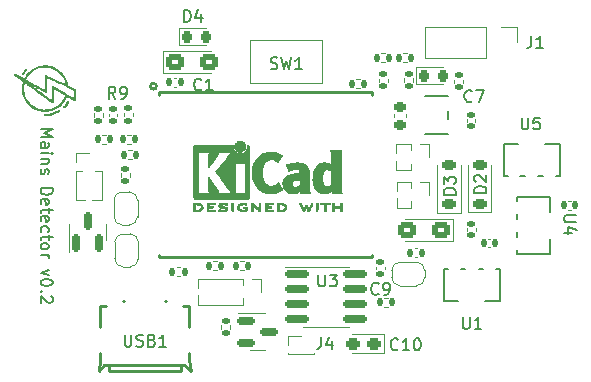
<source format=gto>
G04 #@! TF.GenerationSoftware,KiCad,Pcbnew,8.0.1*
G04 #@! TF.CreationDate,2024-04-13T18:18:23+03:00*
G04 #@! TF.ProjectId,mains-detector,6d61696e-732d-4646-9574-6563746f722e,rev?*
G04 #@! TF.SameCoordinates,Original*
G04 #@! TF.FileFunction,Legend,Top*
G04 #@! TF.FilePolarity,Positive*
%FSLAX46Y46*%
G04 Gerber Fmt 4.6, Leading zero omitted, Abs format (unit mm)*
G04 Created by KiCad (PCBNEW 8.0.1) date 2024-04-13 18:18:23*
%MOMM*%
%LPD*%
G01*
G04 APERTURE LIST*
G04 Aperture macros list*
%AMRoundRect*
0 Rectangle with rounded corners*
0 $1 Rounding radius*
0 $2 $3 $4 $5 $6 $7 $8 $9 X,Y pos of 4 corners*
0 Add a 4 corners polygon primitive as box body*
4,1,4,$2,$3,$4,$5,$6,$7,$8,$9,$2,$3,0*
0 Add four circle primitives for the rounded corners*
1,1,$1+$1,$2,$3*
1,1,$1+$1,$4,$5*
1,1,$1+$1,$6,$7*
1,1,$1+$1,$8,$9*
0 Add four rect primitives between the rounded corners*
20,1,$1+$1,$2,$3,$4,$5,0*
20,1,$1+$1,$4,$5,$6,$7,0*
20,1,$1+$1,$6,$7,$8,$9,0*
20,1,$1+$1,$8,$9,$2,$3,0*%
%AMFreePoly0*
4,1,9,0.825500,0.127000,0.241300,-0.431800,0.241300,-1.854200,-0.241300,-1.854200,-0.241300,-0.406400,-0.825500,0.127000,-0.825500,2.590800,0.825500,2.590800,0.825500,0.127000,0.825500,0.127000,$1*%
%AMFreePoly1*
4,1,19,0.500000,-0.750000,0.000000,-0.750000,0.000000,-0.744911,-0.071157,-0.744911,-0.207708,-0.704816,-0.327430,-0.627875,-0.420627,-0.520320,-0.479746,-0.390866,-0.500000,-0.250000,-0.500000,0.250000,-0.479746,0.390866,-0.420627,0.520320,-0.327430,0.627875,-0.207708,0.704816,-0.071157,0.744911,0.000000,0.744911,0.000000,0.750000,0.500000,0.750000,0.500000,-0.750000,0.500000,-0.750000,
$1*%
%AMFreePoly2*
4,1,19,0.000000,0.744911,0.071157,0.744911,0.207708,0.704816,0.327430,0.627875,0.420627,0.520320,0.479746,0.390866,0.500000,0.250000,0.500000,-0.250000,0.479746,-0.390866,0.420627,-0.520320,0.327430,-0.627875,0.207708,-0.704816,0.071157,-0.744911,0.000000,-0.744911,0.000000,-0.750000,-0.500000,-0.750000,-0.500000,0.750000,0.000000,0.750000,0.000000,0.744911,0.000000,0.744911,
$1*%
G04 Aperture macros list end*
%ADD10C,0.150000*%
%ADD11C,0.152400*%
%ADD12C,0.120000*%
%ADD13C,0.000000*%
%ADD14C,0.010000*%
%ADD15C,0.254000*%
%ADD16R,0.431800X1.193800*%
%ADD17R,0.482600X1.193800*%
%ADD18R,1.193800X0.431800*%
%ADD19FreePoly0,270.000000*%
%ADD20RoundRect,0.140000X0.140000X0.170000X-0.140000X0.170000X-0.140000X-0.170000X0.140000X-0.170000X0*%
%ADD21RoundRect,0.135000X-0.185000X0.135000X-0.185000X-0.135000X0.185000X-0.135000X0.185000X0.135000X0*%
%ADD22C,2.200000*%
%ADD23R,1.700000X1.700000*%
%ADD24O,1.700000X1.700000*%
%ADD25RoundRect,0.150000X-0.825000X-0.150000X0.825000X-0.150000X0.825000X0.150000X-0.825000X0.150000X0*%
%ADD26RoundRect,0.218750X-0.218750X-0.256250X0.218750X-0.256250X0.218750X0.256250X-0.218750X0.256250X0*%
%ADD27RoundRect,0.135000X0.185000X-0.135000X0.185000X0.135000X-0.185000X0.135000X-0.185000X-0.135000X0*%
%ADD28RoundRect,0.150000X-0.587500X-0.150000X0.587500X-0.150000X0.587500X0.150000X-0.587500X0.150000X0*%
%ADD29FreePoly1,0.000000*%
%ADD30FreePoly2,0.000000*%
%ADD31RoundRect,0.225000X0.250000X-0.225000X0.250000X0.225000X-0.250000X0.225000X-0.250000X-0.225000X0*%
%ADD32RoundRect,0.135000X0.135000X0.185000X-0.135000X0.185000X-0.135000X-0.185000X0.135000X-0.185000X0*%
%ADD33RoundRect,0.150000X0.150000X-0.587500X0.150000X0.587500X-0.150000X0.587500X-0.150000X-0.587500X0*%
%ADD34R,1.000000X1.000000*%
%ADD35O,1.000000X1.000000*%
%ADD36RoundRect,0.140000X0.170000X-0.140000X0.170000X0.140000X-0.170000X0.140000X-0.170000X-0.140000X0*%
%ADD37RoundRect,0.140000X-0.170000X0.140000X-0.170000X-0.140000X0.170000X-0.140000X0.170000X0.140000X0*%
%ADD38RoundRect,0.250000X0.312500X0.275000X-0.312500X0.275000X-0.312500X-0.275000X0.312500X-0.275000X0*%
%ADD39RoundRect,0.140000X-0.140000X-0.170000X0.140000X-0.170000X0.140000X0.170000X-0.140000X0.170000X0*%
%ADD40RoundRect,0.250000X-0.537500X-0.425000X0.537500X-0.425000X0.537500X0.425000X-0.537500X0.425000X0*%
%ADD41FreePoly1,90.000000*%
%ADD42FreePoly2,90.000000*%
%ADD43RoundRect,0.225000X0.375000X-0.225000X0.375000X0.225000X-0.375000X0.225000X-0.375000X-0.225000X0*%
%ADD44RoundRect,0.135000X-0.135000X-0.185000X0.135000X-0.185000X0.135000X0.185000X-0.135000X0.185000X0*%
%ADD45RoundRect,0.250000X0.537500X0.425000X-0.537500X0.425000X-0.537500X-0.425000X0.537500X-0.425000X0*%
%ADD46R,0.977900X0.508000*%
%ADD47FreePoly1,270.000000*%
%ADD48FreePoly2,270.000000*%
%ADD49R,1.500000X1.500000*%
%ADD50R,0.400000X1.600000*%
%ADD51C,1.300000*%
%ADD52O,1.300000X1.800000*%
%ADD53R,1.800000X1.100000*%
G04 APERTURE END LIST*
D10*
X4730180Y-11036779D02*
X5730180Y-11036779D01*
X5730180Y-11036779D02*
X5015895Y-11370112D01*
X5015895Y-11370112D02*
X5730180Y-11703445D01*
X5730180Y-11703445D02*
X4730180Y-11703445D01*
X4730180Y-12608207D02*
X5253990Y-12608207D01*
X5253990Y-12608207D02*
X5349228Y-12560588D01*
X5349228Y-12560588D02*
X5396847Y-12465350D01*
X5396847Y-12465350D02*
X5396847Y-12274874D01*
X5396847Y-12274874D02*
X5349228Y-12179636D01*
X4777800Y-12608207D02*
X4730180Y-12512969D01*
X4730180Y-12512969D02*
X4730180Y-12274874D01*
X4730180Y-12274874D02*
X4777800Y-12179636D01*
X4777800Y-12179636D02*
X4873038Y-12132017D01*
X4873038Y-12132017D02*
X4968276Y-12132017D01*
X4968276Y-12132017D02*
X5063514Y-12179636D01*
X5063514Y-12179636D02*
X5111133Y-12274874D01*
X5111133Y-12274874D02*
X5111133Y-12512969D01*
X5111133Y-12512969D02*
X5158752Y-12608207D01*
X4730180Y-13084398D02*
X5396847Y-13084398D01*
X5730180Y-13084398D02*
X5682561Y-13036779D01*
X5682561Y-13036779D02*
X5634942Y-13084398D01*
X5634942Y-13084398D02*
X5682561Y-13132017D01*
X5682561Y-13132017D02*
X5730180Y-13084398D01*
X5730180Y-13084398D02*
X5634942Y-13084398D01*
X5396847Y-13560588D02*
X4730180Y-13560588D01*
X5301609Y-13560588D02*
X5349228Y-13608207D01*
X5349228Y-13608207D02*
X5396847Y-13703445D01*
X5396847Y-13703445D02*
X5396847Y-13846302D01*
X5396847Y-13846302D02*
X5349228Y-13941540D01*
X5349228Y-13941540D02*
X5253990Y-13989159D01*
X5253990Y-13989159D02*
X4730180Y-13989159D01*
X4777800Y-14417731D02*
X4730180Y-14512969D01*
X4730180Y-14512969D02*
X4730180Y-14703445D01*
X4730180Y-14703445D02*
X4777800Y-14798683D01*
X4777800Y-14798683D02*
X4873038Y-14846302D01*
X4873038Y-14846302D02*
X4920657Y-14846302D01*
X4920657Y-14846302D02*
X5015895Y-14798683D01*
X5015895Y-14798683D02*
X5063514Y-14703445D01*
X5063514Y-14703445D02*
X5063514Y-14560588D01*
X5063514Y-14560588D02*
X5111133Y-14465350D01*
X5111133Y-14465350D02*
X5206371Y-14417731D01*
X5206371Y-14417731D02*
X5253990Y-14417731D01*
X5253990Y-14417731D02*
X5349228Y-14465350D01*
X5349228Y-14465350D02*
X5396847Y-14560588D01*
X5396847Y-14560588D02*
X5396847Y-14703445D01*
X5396847Y-14703445D02*
X5349228Y-14798683D01*
X4730180Y-16036779D02*
X5730180Y-16036779D01*
X5730180Y-16036779D02*
X5730180Y-16274874D01*
X5730180Y-16274874D02*
X5682561Y-16417731D01*
X5682561Y-16417731D02*
X5587323Y-16512969D01*
X5587323Y-16512969D02*
X5492085Y-16560588D01*
X5492085Y-16560588D02*
X5301609Y-16608207D01*
X5301609Y-16608207D02*
X5158752Y-16608207D01*
X5158752Y-16608207D02*
X4968276Y-16560588D01*
X4968276Y-16560588D02*
X4873038Y-16512969D01*
X4873038Y-16512969D02*
X4777800Y-16417731D01*
X4777800Y-16417731D02*
X4730180Y-16274874D01*
X4730180Y-16274874D02*
X4730180Y-16036779D01*
X4777800Y-17417731D02*
X4730180Y-17322493D01*
X4730180Y-17322493D02*
X4730180Y-17132017D01*
X4730180Y-17132017D02*
X4777800Y-17036779D01*
X4777800Y-17036779D02*
X4873038Y-16989160D01*
X4873038Y-16989160D02*
X5253990Y-16989160D01*
X5253990Y-16989160D02*
X5349228Y-17036779D01*
X5349228Y-17036779D02*
X5396847Y-17132017D01*
X5396847Y-17132017D02*
X5396847Y-17322493D01*
X5396847Y-17322493D02*
X5349228Y-17417731D01*
X5349228Y-17417731D02*
X5253990Y-17465350D01*
X5253990Y-17465350D02*
X5158752Y-17465350D01*
X5158752Y-17465350D02*
X5063514Y-16989160D01*
X5396847Y-17751065D02*
X5396847Y-18132017D01*
X5730180Y-17893922D02*
X4873038Y-17893922D01*
X4873038Y-17893922D02*
X4777800Y-17941541D01*
X4777800Y-17941541D02*
X4730180Y-18036779D01*
X4730180Y-18036779D02*
X4730180Y-18132017D01*
X4777800Y-18846303D02*
X4730180Y-18751065D01*
X4730180Y-18751065D02*
X4730180Y-18560589D01*
X4730180Y-18560589D02*
X4777800Y-18465351D01*
X4777800Y-18465351D02*
X4873038Y-18417732D01*
X4873038Y-18417732D02*
X5253990Y-18417732D01*
X5253990Y-18417732D02*
X5349228Y-18465351D01*
X5349228Y-18465351D02*
X5396847Y-18560589D01*
X5396847Y-18560589D02*
X5396847Y-18751065D01*
X5396847Y-18751065D02*
X5349228Y-18846303D01*
X5349228Y-18846303D02*
X5253990Y-18893922D01*
X5253990Y-18893922D02*
X5158752Y-18893922D01*
X5158752Y-18893922D02*
X5063514Y-18417732D01*
X4777800Y-19751065D02*
X4730180Y-19655827D01*
X4730180Y-19655827D02*
X4730180Y-19465351D01*
X4730180Y-19465351D02*
X4777800Y-19370113D01*
X4777800Y-19370113D02*
X4825419Y-19322494D01*
X4825419Y-19322494D02*
X4920657Y-19274875D01*
X4920657Y-19274875D02*
X5206371Y-19274875D01*
X5206371Y-19274875D02*
X5301609Y-19322494D01*
X5301609Y-19322494D02*
X5349228Y-19370113D01*
X5349228Y-19370113D02*
X5396847Y-19465351D01*
X5396847Y-19465351D02*
X5396847Y-19655827D01*
X5396847Y-19655827D02*
X5349228Y-19751065D01*
X5396847Y-20036780D02*
X5396847Y-20417732D01*
X5730180Y-20179637D02*
X4873038Y-20179637D01*
X4873038Y-20179637D02*
X4777800Y-20227256D01*
X4777800Y-20227256D02*
X4730180Y-20322494D01*
X4730180Y-20322494D02*
X4730180Y-20417732D01*
X4730180Y-20893923D02*
X4777800Y-20798685D01*
X4777800Y-20798685D02*
X4825419Y-20751066D01*
X4825419Y-20751066D02*
X4920657Y-20703447D01*
X4920657Y-20703447D02*
X5206371Y-20703447D01*
X5206371Y-20703447D02*
X5301609Y-20751066D01*
X5301609Y-20751066D02*
X5349228Y-20798685D01*
X5349228Y-20798685D02*
X5396847Y-20893923D01*
X5396847Y-20893923D02*
X5396847Y-21036780D01*
X5396847Y-21036780D02*
X5349228Y-21132018D01*
X5349228Y-21132018D02*
X5301609Y-21179637D01*
X5301609Y-21179637D02*
X5206371Y-21227256D01*
X5206371Y-21227256D02*
X4920657Y-21227256D01*
X4920657Y-21227256D02*
X4825419Y-21179637D01*
X4825419Y-21179637D02*
X4777800Y-21132018D01*
X4777800Y-21132018D02*
X4730180Y-21036780D01*
X4730180Y-21036780D02*
X4730180Y-20893923D01*
X4730180Y-21655828D02*
X5396847Y-21655828D01*
X5206371Y-21655828D02*
X5301609Y-21703447D01*
X5301609Y-21703447D02*
X5349228Y-21751066D01*
X5349228Y-21751066D02*
X5396847Y-21846304D01*
X5396847Y-21846304D02*
X5396847Y-21941542D01*
X5396847Y-22941543D02*
X4730180Y-23179638D01*
X4730180Y-23179638D02*
X5396847Y-23417733D01*
X5730180Y-23989162D02*
X5730180Y-24084400D01*
X5730180Y-24084400D02*
X5682561Y-24179638D01*
X5682561Y-24179638D02*
X5634942Y-24227257D01*
X5634942Y-24227257D02*
X5539704Y-24274876D01*
X5539704Y-24274876D02*
X5349228Y-24322495D01*
X5349228Y-24322495D02*
X5111133Y-24322495D01*
X5111133Y-24322495D02*
X4920657Y-24274876D01*
X4920657Y-24274876D02*
X4825419Y-24227257D01*
X4825419Y-24227257D02*
X4777800Y-24179638D01*
X4777800Y-24179638D02*
X4730180Y-24084400D01*
X4730180Y-24084400D02*
X4730180Y-23989162D01*
X4730180Y-23989162D02*
X4777800Y-23893924D01*
X4777800Y-23893924D02*
X4825419Y-23846305D01*
X4825419Y-23846305D02*
X4920657Y-23798686D01*
X4920657Y-23798686D02*
X5111133Y-23751067D01*
X5111133Y-23751067D02*
X5349228Y-23751067D01*
X5349228Y-23751067D02*
X5539704Y-23798686D01*
X5539704Y-23798686D02*
X5634942Y-23846305D01*
X5634942Y-23846305D02*
X5682561Y-23893924D01*
X5682561Y-23893924D02*
X5730180Y-23989162D01*
X4825419Y-24751067D02*
X4777800Y-24798686D01*
X4777800Y-24798686D02*
X4730180Y-24751067D01*
X4730180Y-24751067D02*
X4777800Y-24703448D01*
X4777800Y-24703448D02*
X4825419Y-24751067D01*
X4825419Y-24751067D02*
X4730180Y-24751067D01*
X5634942Y-25179638D02*
X5682561Y-25227257D01*
X5682561Y-25227257D02*
X5730180Y-25322495D01*
X5730180Y-25322495D02*
X5730180Y-25560590D01*
X5730180Y-25560590D02*
X5682561Y-25655828D01*
X5682561Y-25655828D02*
X5634942Y-25703447D01*
X5634942Y-25703447D02*
X5539704Y-25751066D01*
X5539704Y-25751066D02*
X5444466Y-25751066D01*
X5444466Y-25751066D02*
X5301609Y-25703447D01*
X5301609Y-25703447D02*
X4730180Y-25132019D01*
X4730180Y-25132019D02*
X4730180Y-25751066D01*
X45439495Y-10066119D02*
X45439495Y-10875642D01*
X45439495Y-10875642D02*
X45487114Y-10970880D01*
X45487114Y-10970880D02*
X45534733Y-11018500D01*
X45534733Y-11018500D02*
X45629971Y-11066119D01*
X45629971Y-11066119D02*
X45820447Y-11066119D01*
X45820447Y-11066119D02*
X45915685Y-11018500D01*
X45915685Y-11018500D02*
X45963304Y-10970880D01*
X45963304Y-10970880D02*
X46010923Y-10875642D01*
X46010923Y-10875642D02*
X46010923Y-10066119D01*
X46963304Y-10066119D02*
X46487114Y-10066119D01*
X46487114Y-10066119D02*
X46439495Y-10542309D01*
X46439495Y-10542309D02*
X46487114Y-10494690D01*
X46487114Y-10494690D02*
X46582352Y-10447071D01*
X46582352Y-10447071D02*
X46820447Y-10447071D01*
X46820447Y-10447071D02*
X46915685Y-10494690D01*
X46915685Y-10494690D02*
X46963304Y-10542309D01*
X46963304Y-10542309D02*
X47010923Y-10637547D01*
X47010923Y-10637547D02*
X47010923Y-10875642D01*
X47010923Y-10875642D02*
X46963304Y-10970880D01*
X46963304Y-10970880D02*
X46915685Y-11018500D01*
X46915685Y-11018500D02*
X46820447Y-11066119D01*
X46820447Y-11066119D02*
X46582352Y-11066119D01*
X46582352Y-11066119D02*
X46487114Y-11018500D01*
X46487114Y-11018500D02*
X46439495Y-10970880D01*
X50045180Y-18338095D02*
X49235657Y-18338095D01*
X49235657Y-18338095D02*
X49140419Y-18385714D01*
X49140419Y-18385714D02*
X49092800Y-18433333D01*
X49092800Y-18433333D02*
X49045180Y-18528571D01*
X49045180Y-18528571D02*
X49045180Y-18719047D01*
X49045180Y-18719047D02*
X49092800Y-18814285D01*
X49092800Y-18814285D02*
X49140419Y-18861904D01*
X49140419Y-18861904D02*
X49235657Y-18909523D01*
X49235657Y-18909523D02*
X50045180Y-18909523D01*
X49711847Y-19814285D02*
X49045180Y-19814285D01*
X50092800Y-19576190D02*
X49378514Y-19338095D01*
X49378514Y-19338095D02*
X49378514Y-19957142D01*
X40461398Y-26954819D02*
X40461398Y-27764342D01*
X40461398Y-27764342D02*
X40509017Y-27859580D01*
X40509017Y-27859580D02*
X40556636Y-27907200D01*
X40556636Y-27907200D02*
X40651874Y-27954819D01*
X40651874Y-27954819D02*
X40842350Y-27954819D01*
X40842350Y-27954819D02*
X40937588Y-27907200D01*
X40937588Y-27907200D02*
X40985207Y-27859580D01*
X40985207Y-27859580D02*
X41032826Y-27764342D01*
X41032826Y-27764342D02*
X41032826Y-26954819D01*
X42032826Y-27954819D02*
X41461398Y-27954819D01*
X41747112Y-27954819D02*
X41747112Y-26954819D01*
X41747112Y-26954819D02*
X41651874Y-27097676D01*
X41651874Y-27097676D02*
X41556636Y-27192914D01*
X41556636Y-27192914D02*
X41461398Y-27240533D01*
X18328136Y-7659580D02*
X18280517Y-7707200D01*
X18280517Y-7707200D02*
X18137660Y-7754819D01*
X18137660Y-7754819D02*
X18042422Y-7754819D01*
X18042422Y-7754819D02*
X17899565Y-7707200D01*
X17899565Y-7707200D02*
X17804327Y-7611961D01*
X17804327Y-7611961D02*
X17756708Y-7516723D01*
X17756708Y-7516723D02*
X17709089Y-7326247D01*
X17709089Y-7326247D02*
X17709089Y-7183390D01*
X17709089Y-7183390D02*
X17756708Y-6992914D01*
X17756708Y-6992914D02*
X17804327Y-6897676D01*
X17804327Y-6897676D02*
X17899565Y-6802438D01*
X17899565Y-6802438D02*
X18042422Y-6754819D01*
X18042422Y-6754819D02*
X18137660Y-6754819D01*
X18137660Y-6754819D02*
X18280517Y-6802438D01*
X18280517Y-6802438D02*
X18328136Y-6850057D01*
X19280517Y-7754819D02*
X18709089Y-7754819D01*
X18994803Y-7754819D02*
X18994803Y-6754819D01*
X18994803Y-6754819D02*
X18899565Y-6897676D01*
X18899565Y-6897676D02*
X18804327Y-6992914D01*
X18804327Y-6992914D02*
X18709089Y-7040533D01*
X11058136Y-8454819D02*
X10724803Y-7978628D01*
X10486708Y-8454819D02*
X10486708Y-7454819D01*
X10486708Y-7454819D02*
X10867660Y-7454819D01*
X10867660Y-7454819D02*
X10962898Y-7502438D01*
X10962898Y-7502438D02*
X11010517Y-7550057D01*
X11010517Y-7550057D02*
X11058136Y-7645295D01*
X11058136Y-7645295D02*
X11058136Y-7788152D01*
X11058136Y-7788152D02*
X11010517Y-7883390D01*
X11010517Y-7883390D02*
X10962898Y-7931009D01*
X10962898Y-7931009D02*
X10867660Y-7978628D01*
X10867660Y-7978628D02*
X10486708Y-7978628D01*
X11534327Y-8454819D02*
X11724803Y-8454819D01*
X11724803Y-8454819D02*
X11820041Y-8407200D01*
X11820041Y-8407200D02*
X11867660Y-8359580D01*
X11867660Y-8359580D02*
X11962898Y-8216723D01*
X11962898Y-8216723D02*
X12010517Y-8026247D01*
X12010517Y-8026247D02*
X12010517Y-7645295D01*
X12010517Y-7645295D02*
X11962898Y-7550057D01*
X11962898Y-7550057D02*
X11915279Y-7502438D01*
X11915279Y-7502438D02*
X11820041Y-7454819D01*
X11820041Y-7454819D02*
X11629565Y-7454819D01*
X11629565Y-7454819D02*
X11534327Y-7502438D01*
X11534327Y-7502438D02*
X11486708Y-7550057D01*
X11486708Y-7550057D02*
X11439089Y-7645295D01*
X11439089Y-7645295D02*
X11439089Y-7883390D01*
X11439089Y-7883390D02*
X11486708Y-7978628D01*
X11486708Y-7978628D02*
X11534327Y-8026247D01*
X11534327Y-8026247D02*
X11629565Y-8073866D01*
X11629565Y-8073866D02*
X11820041Y-8073866D01*
X11820041Y-8073866D02*
X11915279Y-8026247D01*
X11915279Y-8026247D02*
X11962898Y-7978628D01*
X11962898Y-7978628D02*
X12010517Y-7883390D01*
X46274166Y-3154819D02*
X46274166Y-3869104D01*
X46274166Y-3869104D02*
X46226547Y-4011961D01*
X46226547Y-4011961D02*
X46131309Y-4107200D01*
X46131309Y-4107200D02*
X45988452Y-4154819D01*
X45988452Y-4154819D02*
X45893214Y-4154819D01*
X47274166Y-4154819D02*
X46702738Y-4154819D01*
X46988452Y-4154819D02*
X46988452Y-3154819D01*
X46988452Y-3154819D02*
X46893214Y-3297676D01*
X46893214Y-3297676D02*
X46797976Y-3392914D01*
X46797976Y-3392914D02*
X46702738Y-3440533D01*
X28232898Y-23354819D02*
X28232898Y-24164342D01*
X28232898Y-24164342D02*
X28280517Y-24259580D01*
X28280517Y-24259580D02*
X28328136Y-24307200D01*
X28328136Y-24307200D02*
X28423374Y-24354819D01*
X28423374Y-24354819D02*
X28613850Y-24354819D01*
X28613850Y-24354819D02*
X28709088Y-24307200D01*
X28709088Y-24307200D02*
X28756707Y-24259580D01*
X28756707Y-24259580D02*
X28804326Y-24164342D01*
X28804326Y-24164342D02*
X28804326Y-23354819D01*
X29185279Y-23354819D02*
X29804326Y-23354819D01*
X29804326Y-23354819D02*
X29470993Y-23735771D01*
X29470993Y-23735771D02*
X29613850Y-23735771D01*
X29613850Y-23735771D02*
X29709088Y-23783390D01*
X29709088Y-23783390D02*
X29756707Y-23831009D01*
X29756707Y-23831009D02*
X29804326Y-23926247D01*
X29804326Y-23926247D02*
X29804326Y-24164342D01*
X29804326Y-24164342D02*
X29756707Y-24259580D01*
X29756707Y-24259580D02*
X29709088Y-24307200D01*
X29709088Y-24307200D02*
X29613850Y-24354819D01*
X29613850Y-24354819D02*
X29328136Y-24354819D01*
X29328136Y-24354819D02*
X29232898Y-24307200D01*
X29232898Y-24307200D02*
X29185279Y-24259580D01*
X28461469Y-28654819D02*
X28461469Y-29369104D01*
X28461469Y-29369104D02*
X28413850Y-29511961D01*
X28413850Y-29511961D02*
X28318612Y-29607200D01*
X28318612Y-29607200D02*
X28175755Y-29654819D01*
X28175755Y-29654819D02*
X28080517Y-29654819D01*
X29366231Y-28988152D02*
X29366231Y-29654819D01*
X29128136Y-28607200D02*
X28890041Y-29321485D01*
X28890041Y-29321485D02*
X29509088Y-29321485D01*
X41228136Y-8659580D02*
X41180517Y-8707200D01*
X41180517Y-8707200D02*
X41037660Y-8754819D01*
X41037660Y-8754819D02*
X40942422Y-8754819D01*
X40942422Y-8754819D02*
X40799565Y-8707200D01*
X40799565Y-8707200D02*
X40704327Y-8611961D01*
X40704327Y-8611961D02*
X40656708Y-8516723D01*
X40656708Y-8516723D02*
X40609089Y-8326247D01*
X40609089Y-8326247D02*
X40609089Y-8183390D01*
X40609089Y-8183390D02*
X40656708Y-7992914D01*
X40656708Y-7992914D02*
X40704327Y-7897676D01*
X40704327Y-7897676D02*
X40799565Y-7802438D01*
X40799565Y-7802438D02*
X40942422Y-7754819D01*
X40942422Y-7754819D02*
X41037660Y-7754819D01*
X41037660Y-7754819D02*
X41180517Y-7802438D01*
X41180517Y-7802438D02*
X41228136Y-7850057D01*
X41561470Y-7754819D02*
X42228136Y-7754819D01*
X42228136Y-7754819D02*
X41799565Y-8754819D01*
X16861905Y-1954819D02*
X16861905Y-954819D01*
X16861905Y-954819D02*
X17100000Y-954819D01*
X17100000Y-954819D02*
X17242857Y-1002438D01*
X17242857Y-1002438D02*
X17338095Y-1097676D01*
X17338095Y-1097676D02*
X17385714Y-1192914D01*
X17385714Y-1192914D02*
X17433333Y-1383390D01*
X17433333Y-1383390D02*
X17433333Y-1526247D01*
X17433333Y-1526247D02*
X17385714Y-1716723D01*
X17385714Y-1716723D02*
X17338095Y-1811961D01*
X17338095Y-1811961D02*
X17242857Y-1907200D01*
X17242857Y-1907200D02*
X17100000Y-1954819D01*
X17100000Y-1954819D02*
X16861905Y-1954819D01*
X18290476Y-1288152D02*
X18290476Y-1954819D01*
X18052381Y-907200D02*
X17814286Y-1621485D01*
X17814286Y-1621485D02*
X18433333Y-1621485D01*
X33328136Y-24959580D02*
X33280517Y-25007200D01*
X33280517Y-25007200D02*
X33137660Y-25054819D01*
X33137660Y-25054819D02*
X33042422Y-25054819D01*
X33042422Y-25054819D02*
X32899565Y-25007200D01*
X32899565Y-25007200D02*
X32804327Y-24911961D01*
X32804327Y-24911961D02*
X32756708Y-24816723D01*
X32756708Y-24816723D02*
X32709089Y-24626247D01*
X32709089Y-24626247D02*
X32709089Y-24483390D01*
X32709089Y-24483390D02*
X32756708Y-24292914D01*
X32756708Y-24292914D02*
X32804327Y-24197676D01*
X32804327Y-24197676D02*
X32899565Y-24102438D01*
X32899565Y-24102438D02*
X33042422Y-24054819D01*
X33042422Y-24054819D02*
X33137660Y-24054819D01*
X33137660Y-24054819D02*
X33280517Y-24102438D01*
X33280517Y-24102438D02*
X33328136Y-24150057D01*
X33804327Y-25054819D02*
X33994803Y-25054819D01*
X33994803Y-25054819D02*
X34090041Y-25007200D01*
X34090041Y-25007200D02*
X34137660Y-24959580D01*
X34137660Y-24959580D02*
X34232898Y-24816723D01*
X34232898Y-24816723D02*
X34280517Y-24626247D01*
X34280517Y-24626247D02*
X34280517Y-24245295D01*
X34280517Y-24245295D02*
X34232898Y-24150057D01*
X34232898Y-24150057D02*
X34185279Y-24102438D01*
X34185279Y-24102438D02*
X34090041Y-24054819D01*
X34090041Y-24054819D02*
X33899565Y-24054819D01*
X33899565Y-24054819D02*
X33804327Y-24102438D01*
X33804327Y-24102438D02*
X33756708Y-24150057D01*
X33756708Y-24150057D02*
X33709089Y-24245295D01*
X33709089Y-24245295D02*
X33709089Y-24483390D01*
X33709089Y-24483390D02*
X33756708Y-24578628D01*
X33756708Y-24578628D02*
X33804327Y-24626247D01*
X33804327Y-24626247D02*
X33899565Y-24673866D01*
X33899565Y-24673866D02*
X34090041Y-24673866D01*
X34090041Y-24673866D02*
X34185279Y-24626247D01*
X34185279Y-24626247D02*
X34232898Y-24578628D01*
X34232898Y-24578628D02*
X34280517Y-24483390D01*
X34981945Y-29659580D02*
X34934326Y-29707200D01*
X34934326Y-29707200D02*
X34791469Y-29754819D01*
X34791469Y-29754819D02*
X34696231Y-29754819D01*
X34696231Y-29754819D02*
X34553374Y-29707200D01*
X34553374Y-29707200D02*
X34458136Y-29611961D01*
X34458136Y-29611961D02*
X34410517Y-29516723D01*
X34410517Y-29516723D02*
X34362898Y-29326247D01*
X34362898Y-29326247D02*
X34362898Y-29183390D01*
X34362898Y-29183390D02*
X34410517Y-28992914D01*
X34410517Y-28992914D02*
X34458136Y-28897676D01*
X34458136Y-28897676D02*
X34553374Y-28802438D01*
X34553374Y-28802438D02*
X34696231Y-28754819D01*
X34696231Y-28754819D02*
X34791469Y-28754819D01*
X34791469Y-28754819D02*
X34934326Y-28802438D01*
X34934326Y-28802438D02*
X34981945Y-28850057D01*
X35934326Y-29754819D02*
X35362898Y-29754819D01*
X35648612Y-29754819D02*
X35648612Y-28754819D01*
X35648612Y-28754819D02*
X35553374Y-28897676D01*
X35553374Y-28897676D02*
X35458136Y-28992914D01*
X35458136Y-28992914D02*
X35362898Y-29040533D01*
X36553374Y-28754819D02*
X36648612Y-28754819D01*
X36648612Y-28754819D02*
X36743850Y-28802438D01*
X36743850Y-28802438D02*
X36791469Y-28850057D01*
X36791469Y-28850057D02*
X36839088Y-28945295D01*
X36839088Y-28945295D02*
X36886707Y-29135771D01*
X36886707Y-29135771D02*
X36886707Y-29373866D01*
X36886707Y-29373866D02*
X36839088Y-29564342D01*
X36839088Y-29564342D02*
X36791469Y-29659580D01*
X36791469Y-29659580D02*
X36743850Y-29707200D01*
X36743850Y-29707200D02*
X36648612Y-29754819D01*
X36648612Y-29754819D02*
X36553374Y-29754819D01*
X36553374Y-29754819D02*
X36458136Y-29707200D01*
X36458136Y-29707200D02*
X36410517Y-29659580D01*
X36410517Y-29659580D02*
X36362898Y-29564342D01*
X36362898Y-29564342D02*
X36315279Y-29373866D01*
X36315279Y-29373866D02*
X36315279Y-29135771D01*
X36315279Y-29135771D02*
X36362898Y-28945295D01*
X36362898Y-28945295D02*
X36410517Y-28850057D01*
X36410517Y-28850057D02*
X36458136Y-28802438D01*
X36458136Y-28802438D02*
X36553374Y-28754819D01*
X39849622Y-16588094D02*
X38849622Y-16588094D01*
X38849622Y-16588094D02*
X38849622Y-16349999D01*
X38849622Y-16349999D02*
X38897241Y-16207142D01*
X38897241Y-16207142D02*
X38992479Y-16111904D01*
X38992479Y-16111904D02*
X39087717Y-16064285D01*
X39087717Y-16064285D02*
X39278193Y-16016666D01*
X39278193Y-16016666D02*
X39421050Y-16016666D01*
X39421050Y-16016666D02*
X39611526Y-16064285D01*
X39611526Y-16064285D02*
X39706764Y-16111904D01*
X39706764Y-16111904D02*
X39802003Y-16207142D01*
X39802003Y-16207142D02*
X39849622Y-16349999D01*
X39849622Y-16349999D02*
X39849622Y-16588094D01*
X38849622Y-15683332D02*
X38849622Y-15064285D01*
X38849622Y-15064285D02*
X39230574Y-15397618D01*
X39230574Y-15397618D02*
X39230574Y-15254761D01*
X39230574Y-15254761D02*
X39278193Y-15159523D01*
X39278193Y-15159523D02*
X39325812Y-15111904D01*
X39325812Y-15111904D02*
X39421050Y-15064285D01*
X39421050Y-15064285D02*
X39659145Y-15064285D01*
X39659145Y-15064285D02*
X39754383Y-15111904D01*
X39754383Y-15111904D02*
X39802003Y-15159523D01*
X39802003Y-15159523D02*
X39849622Y-15254761D01*
X39849622Y-15254761D02*
X39849622Y-15540475D01*
X39849622Y-15540475D02*
X39802003Y-15635713D01*
X39802003Y-15635713D02*
X39754383Y-15683332D01*
X24191470Y-5907200D02*
X24334327Y-5954819D01*
X24334327Y-5954819D02*
X24572422Y-5954819D01*
X24572422Y-5954819D02*
X24667660Y-5907200D01*
X24667660Y-5907200D02*
X24715279Y-5859580D01*
X24715279Y-5859580D02*
X24762898Y-5764342D01*
X24762898Y-5764342D02*
X24762898Y-5669104D01*
X24762898Y-5669104D02*
X24715279Y-5573866D01*
X24715279Y-5573866D02*
X24667660Y-5526247D01*
X24667660Y-5526247D02*
X24572422Y-5478628D01*
X24572422Y-5478628D02*
X24381946Y-5431009D01*
X24381946Y-5431009D02*
X24286708Y-5383390D01*
X24286708Y-5383390D02*
X24239089Y-5335771D01*
X24239089Y-5335771D02*
X24191470Y-5240533D01*
X24191470Y-5240533D02*
X24191470Y-5145295D01*
X24191470Y-5145295D02*
X24239089Y-5050057D01*
X24239089Y-5050057D02*
X24286708Y-5002438D01*
X24286708Y-5002438D02*
X24381946Y-4954819D01*
X24381946Y-4954819D02*
X24620041Y-4954819D01*
X24620041Y-4954819D02*
X24762898Y-5002438D01*
X25096232Y-4954819D02*
X25334327Y-5954819D01*
X25334327Y-5954819D02*
X25524803Y-5240533D01*
X25524803Y-5240533D02*
X25715279Y-5954819D01*
X25715279Y-5954819D02*
X25953375Y-4954819D01*
X26858136Y-5954819D02*
X26286708Y-5954819D01*
X26572422Y-5954819D02*
X26572422Y-4954819D01*
X26572422Y-4954819D02*
X26477184Y-5097676D01*
X26477184Y-5097676D02*
X26381946Y-5192914D01*
X26381946Y-5192914D02*
X26286708Y-5240533D01*
X42449622Y-16438094D02*
X41449622Y-16438094D01*
X41449622Y-16438094D02*
X41449622Y-16199999D01*
X41449622Y-16199999D02*
X41497241Y-16057142D01*
X41497241Y-16057142D02*
X41592479Y-15961904D01*
X41592479Y-15961904D02*
X41687717Y-15914285D01*
X41687717Y-15914285D02*
X41878193Y-15866666D01*
X41878193Y-15866666D02*
X42021050Y-15866666D01*
X42021050Y-15866666D02*
X42211526Y-15914285D01*
X42211526Y-15914285D02*
X42306764Y-15961904D01*
X42306764Y-15961904D02*
X42402003Y-16057142D01*
X42402003Y-16057142D02*
X42449622Y-16199999D01*
X42449622Y-16199999D02*
X42449622Y-16438094D01*
X41544860Y-15485713D02*
X41497241Y-15438094D01*
X41497241Y-15438094D02*
X41449622Y-15342856D01*
X41449622Y-15342856D02*
X41449622Y-15104761D01*
X41449622Y-15104761D02*
X41497241Y-15009523D01*
X41497241Y-15009523D02*
X41544860Y-14961904D01*
X41544860Y-14961904D02*
X41640098Y-14914285D01*
X41640098Y-14914285D02*
X41735336Y-14914285D01*
X41735336Y-14914285D02*
X41878193Y-14961904D01*
X41878193Y-14961904D02*
X42449622Y-15533332D01*
X42449622Y-15533332D02*
X42449622Y-14914285D01*
X11831582Y-28446819D02*
X11831582Y-29256342D01*
X11831582Y-29256342D02*
X11879201Y-29351580D01*
X11879201Y-29351580D02*
X11926820Y-29399200D01*
X11926820Y-29399200D02*
X12022058Y-29446819D01*
X12022058Y-29446819D02*
X12212534Y-29446819D01*
X12212534Y-29446819D02*
X12307772Y-29399200D01*
X12307772Y-29399200D02*
X12355391Y-29351580D01*
X12355391Y-29351580D02*
X12403010Y-29256342D01*
X12403010Y-29256342D02*
X12403010Y-28446819D01*
X12831582Y-29399200D02*
X12974439Y-29446819D01*
X12974439Y-29446819D02*
X13212534Y-29446819D01*
X13212534Y-29446819D02*
X13307772Y-29399200D01*
X13307772Y-29399200D02*
X13355391Y-29351580D01*
X13355391Y-29351580D02*
X13403010Y-29256342D01*
X13403010Y-29256342D02*
X13403010Y-29161104D01*
X13403010Y-29161104D02*
X13355391Y-29065866D01*
X13355391Y-29065866D02*
X13307772Y-29018247D01*
X13307772Y-29018247D02*
X13212534Y-28970628D01*
X13212534Y-28970628D02*
X13022058Y-28923009D01*
X13022058Y-28923009D02*
X12926820Y-28875390D01*
X12926820Y-28875390D02*
X12879201Y-28827771D01*
X12879201Y-28827771D02*
X12831582Y-28732533D01*
X12831582Y-28732533D02*
X12831582Y-28637295D01*
X12831582Y-28637295D02*
X12879201Y-28542057D01*
X12879201Y-28542057D02*
X12926820Y-28494438D01*
X12926820Y-28494438D02*
X13022058Y-28446819D01*
X13022058Y-28446819D02*
X13260153Y-28446819D01*
X13260153Y-28446819D02*
X13403010Y-28494438D01*
X14164915Y-28923009D02*
X14307772Y-28970628D01*
X14307772Y-28970628D02*
X14355391Y-29018247D01*
X14355391Y-29018247D02*
X14403010Y-29113485D01*
X14403010Y-29113485D02*
X14403010Y-29256342D01*
X14403010Y-29256342D02*
X14355391Y-29351580D01*
X14355391Y-29351580D02*
X14307772Y-29399200D01*
X14307772Y-29399200D02*
X14212534Y-29446819D01*
X14212534Y-29446819D02*
X13831582Y-29446819D01*
X13831582Y-29446819D02*
X13831582Y-28446819D01*
X13831582Y-28446819D02*
X14164915Y-28446819D01*
X14164915Y-28446819D02*
X14260153Y-28494438D01*
X14260153Y-28494438D02*
X14307772Y-28542057D01*
X14307772Y-28542057D02*
X14355391Y-28637295D01*
X14355391Y-28637295D02*
X14355391Y-28732533D01*
X14355391Y-28732533D02*
X14307772Y-28827771D01*
X14307772Y-28827771D02*
X14260153Y-28875390D01*
X14260153Y-28875390D02*
X14164915Y-28923009D01*
X14164915Y-28923009D02*
X13831582Y-28923009D01*
X15355391Y-29446819D02*
X14783963Y-29446819D01*
X15069677Y-29446819D02*
X15069677Y-28446819D01*
X15069677Y-28446819D02*
X14974439Y-28589676D01*
X14974439Y-28589676D02*
X14879201Y-28684914D01*
X14879201Y-28684914D02*
X14783963Y-28732533D01*
D11*
X43925100Y-12286900D02*
X43925100Y-15030100D01*
X43925100Y-15030100D02*
X44251360Y-15030100D01*
X45141760Y-12286900D02*
X43925100Y-12286900D01*
X45348640Y-15030100D02*
X45725960Y-15030100D01*
X46874040Y-15030100D02*
X47251360Y-15030100D01*
X48348640Y-15030100D02*
X48674900Y-15030100D01*
X48674900Y-12286900D02*
X47458240Y-12286900D01*
X48674900Y-15030100D02*
X48674900Y-12286900D01*
X45069900Y-16825100D02*
X45069900Y-17151360D01*
X45069900Y-18248640D02*
X45069900Y-18625960D01*
X45069900Y-19774040D02*
X45069900Y-20151360D01*
X45069900Y-21248640D02*
X45069900Y-21574900D01*
X45069900Y-21574900D02*
X47813100Y-21574900D01*
X47813100Y-16825100D02*
X45069900Y-16825100D01*
X47813100Y-18041760D02*
X47813100Y-16825100D01*
X47813100Y-21574900D02*
X47813100Y-20358240D01*
X38848403Y-22844300D02*
X38848403Y-25587500D01*
X38848403Y-25587500D02*
X40065063Y-25587500D01*
X39174663Y-22844300D02*
X38848403Y-22844300D01*
X40649263Y-22844300D02*
X40271943Y-22844300D01*
X42174663Y-22844300D02*
X41797343Y-22844300D01*
X42381543Y-25587500D02*
X43598203Y-25587500D01*
X43598203Y-22844300D02*
X43271943Y-22844300D01*
X43598203Y-25587500D02*
X43598203Y-22844300D01*
D12*
X16199639Y-6716500D02*
X15983967Y-6716500D01*
X16199639Y-7436500D02*
X15983967Y-7436500D01*
X11764803Y-9646359D02*
X11764803Y-9953641D01*
X12524803Y-9646359D02*
X12524803Y-9953641D01*
X37290000Y-2370000D02*
X37290000Y-5030000D01*
X42430000Y-2370000D02*
X37290000Y-2370000D01*
X42430000Y-2370000D02*
X42430000Y-5030000D01*
X42430000Y-5030000D02*
X37290000Y-5030000D01*
X43700000Y-2370000D02*
X45030000Y-2370000D01*
X45030000Y-2370000D02*
X45030000Y-3700000D01*
X28869803Y-22675000D02*
X25419803Y-22675000D01*
X28869803Y-22675000D02*
X30819803Y-22675000D01*
X28869803Y-27795000D02*
X26919803Y-27795000D01*
X28869803Y-27795000D02*
X30819803Y-27795000D01*
X36509803Y-5765000D02*
X36509803Y-7235000D01*
X36509803Y-7235000D02*
X38794803Y-7235000D01*
X38794803Y-5765000D02*
X36509803Y-5765000D01*
X11514803Y-14746359D02*
X11514803Y-15053641D01*
X12274803Y-14746359D02*
X12274803Y-15053641D01*
X35514803Y-7053641D02*
X35514803Y-6746359D01*
X36274803Y-7053641D02*
X36274803Y-6746359D01*
X23082303Y-26640000D02*
X21407303Y-26640000D01*
X23082303Y-26640000D02*
X23732303Y-26640000D01*
X23082303Y-29760000D02*
X22432303Y-29760000D01*
X23082303Y-29760000D02*
X23732303Y-29760000D01*
X34444803Y-23600000D02*
X34444803Y-23000000D01*
X35144803Y-22300000D02*
X36544803Y-22300000D01*
X36544803Y-24300000D02*
X35144803Y-24300000D01*
X37244803Y-23000000D02*
X37244803Y-23600000D01*
X34444803Y-23000000D02*
G75*
G02*
X35144803Y-22300000I699999J1D01*
G01*
X35144803Y-24300000D02*
G75*
G02*
X34444803Y-23600000I-1J699999D01*
G01*
X36544803Y-22300000D02*
G75*
G02*
X37244803Y-23000000I0J-700000D01*
G01*
X37244803Y-23600000D02*
G75*
G02*
X36544803Y-24300000I-700000J0D01*
G01*
X34604803Y-10040580D02*
X34604803Y-9759420D01*
X35624803Y-10040580D02*
X35624803Y-9759420D01*
X35738444Y-4620000D02*
X35431162Y-4620000D01*
X35738444Y-5380000D02*
X35431162Y-5380000D01*
X33848444Y-4620000D02*
X33541162Y-4620000D01*
X33848444Y-5380000D02*
X33541162Y-5380000D01*
X7134803Y-19737500D02*
X7134803Y-19087500D01*
X7134803Y-19737500D02*
X7134803Y-21412500D01*
X10254803Y-19737500D02*
X10254803Y-19087500D01*
X10254803Y-19737500D02*
X10254803Y-20387500D01*
X18079803Y-23690000D02*
X18079803Y-24492470D01*
X18079803Y-25107530D02*
X18079803Y-25910000D01*
X21824803Y-23690000D02*
X18079803Y-23690000D01*
X21824803Y-23690000D02*
X21824803Y-24236529D01*
X21824803Y-25363471D02*
X21824803Y-25910000D01*
X21824803Y-25910000D02*
X18079803Y-25910000D01*
X22584803Y-23690000D02*
X23344803Y-23690000D01*
X23344803Y-23690000D02*
X23344803Y-24800000D01*
X39734803Y-7153641D02*
X39734803Y-6846359D01*
X40494803Y-7153641D02*
X40494803Y-6846359D01*
X25684803Y-28540000D02*
X26794803Y-28540000D01*
X25684803Y-29300000D02*
X25684803Y-28540000D01*
X25684803Y-30060000D02*
X25684803Y-29995000D01*
X25684803Y-30060000D02*
X26231332Y-30060000D01*
X25684803Y-30060000D02*
X27904803Y-30060000D01*
X27358274Y-30060000D02*
X27904803Y-30060000D01*
X27904803Y-30060000D02*
X27904803Y-29995000D01*
D13*
G36*
X3564362Y-5934860D02*
G01*
X3570907Y-5940907D01*
X3593200Y-5969725D01*
X3600367Y-5999309D01*
X3591535Y-6033048D01*
X3565828Y-6074330D01*
X3523305Y-6125502D01*
X3482295Y-6173635D01*
X3435519Y-6231943D01*
X3390312Y-6291163D01*
X3369433Y-6319838D01*
X3336481Y-6364542D01*
X3306435Y-6402494D01*
X3282920Y-6429280D01*
X3270758Y-6439981D01*
X3227483Y-6450923D01*
X3184508Y-6440656D01*
X3159597Y-6422544D01*
X3138690Y-6395266D01*
X3131434Y-6365978D01*
X3138570Y-6331046D01*
X3160839Y-6286835D01*
X3198874Y-6229862D01*
X3247486Y-6163899D01*
X3297933Y-6099018D01*
X3346817Y-6039317D01*
X3390741Y-5988893D01*
X3426308Y-5951845D01*
X3438680Y-5940629D01*
X3481601Y-5916702D01*
X3524775Y-5914782D01*
X3564362Y-5934860D01*
G37*
G36*
X7094873Y-8614987D02*
G01*
X7120339Y-8632322D01*
X7144138Y-8659166D01*
X7152639Y-8692181D01*
X7145450Y-8733999D01*
X7122181Y-8787251D01*
X7088808Y-8844524D01*
X7014762Y-8955455D01*
X6934219Y-9063818D01*
X6852926Y-9162107D01*
X6807868Y-9211363D01*
X6759482Y-9257117D01*
X6719402Y-9283045D01*
X6684739Y-9289920D01*
X6652604Y-9278511D01*
X6629094Y-9259093D01*
X6608612Y-9234157D01*
X6599805Y-9209124D01*
X6603760Y-9180782D01*
X6621564Y-9145924D01*
X6654307Y-9101339D01*
X6701452Y-9045669D01*
X6747346Y-8990575D01*
X6799432Y-8923637D01*
X6851590Y-8852955D01*
X6897696Y-8786632D01*
X6901503Y-8780908D01*
X6948611Y-8711594D01*
X6986598Y-8661096D01*
X7017841Y-8627801D01*
X7044716Y-8610093D01*
X7069602Y-8606359D01*
X7094873Y-8614987D01*
G37*
G36*
X6328276Y-9427266D02*
G01*
X6355630Y-9453908D01*
X6373663Y-9489571D01*
X6377619Y-9514853D01*
X6374875Y-9537901D01*
X6364985Y-9559245D01*
X6345460Y-9580824D01*
X6313814Y-9604573D01*
X6267559Y-9632431D01*
X6204208Y-9666335D01*
X6143726Y-9697023D01*
X5964690Y-9777023D01*
X5777208Y-9842860D01*
X5586227Y-9893299D01*
X5396697Y-9927102D01*
X5213562Y-9943033D01*
X5155144Y-9944158D01*
X5107383Y-9943409D01*
X5076415Y-9939983D01*
X5055616Y-9932302D01*
X5038364Y-9918782D01*
X5035001Y-9915484D01*
X5011033Y-9877718D01*
X5006230Y-9850484D01*
X5017187Y-9809345D01*
X5035001Y-9785484D01*
X5060038Y-9766523D01*
X5091112Y-9758103D01*
X5121668Y-9756714D01*
X5185898Y-9754345D01*
X5265597Y-9747809D01*
X5353337Y-9737962D01*
X5441689Y-9725659D01*
X5523225Y-9711758D01*
X5539548Y-9708562D01*
X5707543Y-9666617D01*
X5876484Y-9607740D01*
X6050924Y-9530288D01*
X6094722Y-9508443D01*
X6155326Y-9478249D01*
X6209945Y-9452244D01*
X6254659Y-9432200D01*
X6285547Y-9419890D01*
X6297447Y-9416797D01*
X6328276Y-9427266D01*
G37*
G36*
X5168819Y-5635787D02*
G01*
X5236756Y-5636435D01*
X5443107Y-5660699D01*
X5644569Y-5707519D01*
X5842618Y-5777215D01*
X5984957Y-5842255D01*
X6120494Y-5916566D01*
X6244732Y-5998938D01*
X6363981Y-6093985D01*
X6484552Y-6206322D01*
X6489279Y-6211029D01*
X6617447Y-6349405D01*
X6727511Y-6491699D01*
X6821010Y-6640953D01*
X6899481Y-6800211D01*
X6964460Y-6972514D01*
X7017485Y-7160904D01*
X7052385Y-7325531D01*
X7058179Y-7334976D01*
X7073811Y-7347704D01*
X7101192Y-7364760D01*
X7142236Y-7387185D01*
X7198856Y-7416025D01*
X7272965Y-7452321D01*
X7366476Y-7497117D01*
X7370731Y-7499140D01*
X7451178Y-7537854D01*
X7525389Y-7574464D01*
X7590515Y-7607491D01*
X7643702Y-7635458D01*
X7682100Y-7656888D01*
X7702857Y-7670304D01*
X7705054Y-7672346D01*
X7710274Y-7680022D01*
X7714532Y-7691131D01*
X7717924Y-7707943D01*
X7720547Y-7732724D01*
X7722498Y-7767744D01*
X7723874Y-7815269D01*
X7724772Y-7877568D01*
X7725289Y-7956909D01*
X7725520Y-8055559D01*
X7725566Y-8152731D01*
X7725566Y-8609095D01*
X7696795Y-8637865D01*
X7662044Y-8660699D01*
X7633814Y-8666635D01*
X7615376Y-8660647D01*
X7579169Y-8643492D01*
X7527329Y-8616385D01*
X7461995Y-8580540D01*
X7385301Y-8537173D01*
X7299386Y-8487499D01*
X7206386Y-8432732D01*
X7108438Y-8374088D01*
X7007679Y-8312781D01*
X6962681Y-8285075D01*
X6951421Y-8289816D01*
X6938814Y-8310315D01*
X6938352Y-8311406D01*
X6865818Y-8471677D01*
X6788338Y-8614107D01*
X6702228Y-8744264D01*
X6603805Y-8867716D01*
X6489710Y-8989709D01*
X6336809Y-9129341D01*
X6177097Y-9248471D01*
X6008068Y-9348447D01*
X5827212Y-9430617D01*
X5632024Y-9496330D01*
X5473670Y-9535851D01*
X5428369Y-9545017D01*
X5385876Y-9551820D01*
X5341438Y-9556597D01*
X5290298Y-9559683D01*
X5227702Y-9561413D01*
X5148893Y-9562122D01*
X5100000Y-9562199D01*
X4988263Y-9561128D01*
X4893849Y-9557327D01*
X4810712Y-9549915D01*
X4732806Y-9538011D01*
X4654084Y-9520734D01*
X4568500Y-9497201D01*
X4491905Y-9473558D01*
X4298620Y-9399823D01*
X4114876Y-9305578D01*
X3942204Y-9192344D01*
X3782136Y-9061642D01*
X3636202Y-8914994D01*
X3505934Y-8753921D01*
X3392862Y-8579944D01*
X3298519Y-8394584D01*
X3231529Y-8221227D01*
X3200418Y-8122880D01*
X3176793Y-8036037D01*
X3159711Y-7954506D01*
X3148228Y-7872096D01*
X3141402Y-7782613D01*
X3138290Y-7679867D01*
X3138015Y-7637362D01*
X3321087Y-7637362D01*
X3330709Y-7785072D01*
X3363792Y-7984975D01*
X3418240Y-8177391D01*
X3492938Y-8360846D01*
X3586773Y-8533871D01*
X3698631Y-8694993D01*
X3827399Y-8842742D01*
X3971962Y-8975646D01*
X4131208Y-9092233D01*
X4304022Y-9191033D01*
X4441391Y-9252386D01*
X4633242Y-9316316D01*
X4827258Y-9357680D01*
X5021827Y-9377046D01*
X5215335Y-9374984D01*
X5406167Y-9352063D01*
X5592711Y-9308852D01*
X5773353Y-9245921D01*
X5946478Y-9163838D01*
X6110474Y-9063172D01*
X6263726Y-8944494D01*
X6404621Y-8808372D01*
X6531545Y-8655375D01*
X6642885Y-8486073D01*
X6650277Y-8473234D01*
X6686268Y-8406901D01*
X6717770Y-8342659D01*
X6743311Y-8284138D01*
X6761421Y-8234968D01*
X6770627Y-8198779D01*
X6769474Y-8179224D01*
X6757414Y-8170018D01*
X6727269Y-8150152D01*
X6681124Y-8120912D01*
X6621061Y-8083587D01*
X6549165Y-8039466D01*
X6467519Y-7989837D01*
X6378207Y-7935988D01*
X6307292Y-7893513D01*
X5856023Y-7623992D01*
X5852985Y-8214689D01*
X5849948Y-8805387D01*
X5813992Y-8835642D01*
X5782968Y-8857464D01*
X5755331Y-8863836D01*
X5724182Y-8854503D01*
X5685143Y-8830921D01*
X5669118Y-8819562D01*
X5635422Y-8795238D01*
X5585288Y-8758847D01*
X5519947Y-8711290D01*
X5440631Y-8653467D01*
X5348573Y-8586277D01*
X5245004Y-8510620D01*
X5131156Y-8427395D01*
X5008261Y-8337503D01*
X4877551Y-8241843D01*
X4740258Y-8141316D01*
X4597613Y-8036820D01*
X4508076Y-7971203D01*
X4363868Y-7865538D01*
X4224982Y-7763831D01*
X4092581Y-7666932D01*
X3967828Y-7575689D01*
X3851885Y-7490951D01*
X3745917Y-7413567D01*
X3651085Y-7344385D01*
X3568554Y-7284254D01*
X3527260Y-7254222D01*
X3845824Y-7254222D01*
X3851685Y-7260083D01*
X3851928Y-7259840D01*
X3865578Y-7259840D01*
X3866662Y-7261311D01*
X3869755Y-7264054D01*
X3873430Y-7267298D01*
X3875127Y-7268959D01*
X3886095Y-7277523D01*
X3914658Y-7298933D01*
X3959478Y-7332208D01*
X4019223Y-7376364D01*
X4092555Y-7430419D01*
X4178140Y-7493392D01*
X4274643Y-7564298D01*
X4380727Y-7642157D01*
X4495058Y-7725986D01*
X4616301Y-7814803D01*
X4743120Y-7907624D01*
X4769701Y-7927070D01*
X4897267Y-8020344D01*
X5019413Y-8109580D01*
X5134818Y-8193817D01*
X5242162Y-8272096D01*
X5340126Y-8343455D01*
X5427388Y-8406934D01*
X5502628Y-8461575D01*
X5564527Y-8506415D01*
X5611764Y-8540495D01*
X5643019Y-8562854D01*
X5656972Y-8572533D01*
X5657588Y-8572865D01*
X5658580Y-8561516D01*
X5659507Y-8528959D01*
X5660350Y-8477429D01*
X5661089Y-8409159D01*
X5661705Y-8326383D01*
X5662178Y-8231338D01*
X5662489Y-8126256D01*
X5662619Y-8013372D01*
X5662622Y-7994705D01*
X5662622Y-7416546D01*
X5691829Y-7389106D01*
X5723515Y-7369019D01*
X5754449Y-7361667D01*
X5770626Y-7367713D01*
X5806033Y-7385552D01*
X5859908Y-7414739D01*
X5931486Y-7454826D01*
X6020006Y-7505366D01*
X6124705Y-7565914D01*
X6244819Y-7636023D01*
X6379585Y-7715245D01*
X6528241Y-7803135D01*
X6690024Y-7899245D01*
X6864171Y-8003129D01*
X7049918Y-8114340D01*
X7246503Y-8232432D01*
X7406161Y-8328605D01*
X7538025Y-8408126D01*
X7538025Y-8099662D01*
X7538025Y-7791198D01*
X6423341Y-7258981D01*
X6271473Y-7186481D01*
X6125512Y-7116821D01*
X5986854Y-7050667D01*
X5856896Y-6988685D01*
X5737035Y-6931539D01*
X5628668Y-6879895D01*
X5533191Y-6834419D01*
X5452002Y-6795776D01*
X5386496Y-6764632D01*
X5338071Y-6741653D01*
X5308124Y-6727503D01*
X5298098Y-6722858D01*
X5295869Y-6733434D01*
X5293838Y-6765736D01*
X5292037Y-6818046D01*
X5290496Y-6888647D01*
X5289246Y-6975823D01*
X5288316Y-7077857D01*
X5287738Y-7193032D01*
X5287541Y-7318245D01*
X5287541Y-7917540D01*
X5258770Y-7946310D01*
X5230259Y-7966294D01*
X5200866Y-7975063D01*
X5199795Y-7975080D01*
X5183810Y-7969477D01*
X5148881Y-7953192D01*
X5096509Y-7927016D01*
X5028194Y-7891737D01*
X4945439Y-7848145D01*
X4849742Y-7797028D01*
X4742606Y-7739176D01*
X4625532Y-7675379D01*
X4528219Y-7621963D01*
X4393988Y-7548053D01*
X4278876Y-7484663D01*
X4181456Y-7431023D01*
X4100303Y-7386362D01*
X4033991Y-7349909D01*
X3981094Y-7320894D01*
X3940185Y-7298547D01*
X3909841Y-7282095D01*
X3888633Y-7270770D01*
X3875137Y-7263799D01*
X3867928Y-7260413D01*
X3865578Y-7259840D01*
X3851928Y-7259840D01*
X3857545Y-7254222D01*
X3851685Y-7248361D01*
X3845824Y-7254222D01*
X3527260Y-7254222D01*
X3499487Y-7234023D01*
X3445046Y-7194541D01*
X3406395Y-7166655D01*
X3384696Y-7151215D01*
X3380220Y-7148257D01*
X3376724Y-7159707D01*
X3369843Y-7188387D01*
X3360936Y-7228568D01*
X3359070Y-7237301D01*
X3328390Y-7437111D01*
X3321087Y-7637362D01*
X3138015Y-7637362D01*
X3137812Y-7605860D01*
X3138535Y-7506624D01*
X3141284Y-7423434D01*
X3146881Y-7349571D01*
X3156150Y-7278313D01*
X3169914Y-7202941D01*
X3188996Y-7116734D01*
X3206722Y-7043239D01*
X3205565Y-7034789D01*
X3197448Y-7022775D01*
X3180672Y-7005816D01*
X3153538Y-6982533D01*
X3114347Y-6951544D01*
X3061399Y-6911469D01*
X2992995Y-6860928D01*
X2956429Y-6834265D01*
X3498830Y-6834265D01*
X3499349Y-6835466D01*
X3510069Y-6841683D01*
X3539755Y-6858329D01*
X3586832Y-6884534D01*
X3649726Y-6919426D01*
X3726863Y-6962135D01*
X3816669Y-7011789D01*
X3851685Y-7031129D01*
X3917570Y-7067519D01*
X4027992Y-7128453D01*
X4146361Y-7193720D01*
X4271102Y-7262451D01*
X4298951Y-7277788D01*
X5094140Y-7715697D01*
X5100000Y-7117628D01*
X5105861Y-6519559D01*
X5133532Y-6497158D01*
X5164262Y-6480569D01*
X5192139Y-6474798D01*
X5207459Y-6479758D01*
X5242203Y-6494104D01*
X5294671Y-6517055D01*
X5298098Y-6518595D01*
X5363164Y-6547829D01*
X5445982Y-6585646D01*
X5541425Y-6629724D01*
X5647796Y-6679282D01*
X5763393Y-6733538D01*
X5886519Y-6791711D01*
X6015472Y-6853021D01*
X6031701Y-6860764D01*
X6160472Y-6922173D01*
X6282979Y-6980504D01*
X6397599Y-7034988D01*
X6502705Y-7084856D01*
X6596672Y-7129341D01*
X6677874Y-7167673D01*
X6744685Y-7199085D01*
X6795480Y-7222807D01*
X6828634Y-7238073D01*
X6842521Y-7244113D01*
X6842845Y-7244173D01*
X6841953Y-7231421D01*
X6835322Y-7201572D01*
X6824419Y-7159836D01*
X6810710Y-7111424D01*
X6795663Y-7061545D01*
X6780744Y-7015412D01*
X6769542Y-6983783D01*
X6690684Y-6803801D01*
X6593980Y-6636796D01*
X6477713Y-6480124D01*
X6354578Y-6345422D01*
X6202760Y-6208419D01*
X6042218Y-6092775D01*
X5871507Y-5997722D01*
X5689185Y-5922493D01*
X5493806Y-5866318D01*
X5426174Y-5851823D01*
X5303988Y-5834024D01*
X5168819Y-5825154D01*
X5029361Y-5825213D01*
X4894306Y-5834200D01*
X4773827Y-5851823D01*
X4572791Y-5902618D01*
X4382586Y-5973825D01*
X4201049Y-6066347D01*
X4087146Y-6138023D01*
X4014375Y-6192600D01*
X3934363Y-6261469D01*
X3852337Y-6339405D01*
X3773524Y-6421180D01*
X3703150Y-6501569D01*
X3646442Y-6575344D01*
X3639037Y-6586109D01*
X3604056Y-6639605D01*
X3570881Y-6693315D01*
X3541641Y-6743438D01*
X3518466Y-6786172D01*
X3503486Y-6817715D01*
X3498830Y-6834265D01*
X2956429Y-6834265D01*
X2907435Y-6798540D01*
X2889290Y-6785371D01*
X2789782Y-6713146D01*
X2707609Y-6653256D01*
X2641112Y-6604296D01*
X2588633Y-6564862D01*
X2548513Y-6533547D01*
X2519093Y-6508947D01*
X2498715Y-6489656D01*
X2485720Y-6474269D01*
X2478451Y-6461380D01*
X2475248Y-6449585D01*
X2474452Y-6437477D01*
X2474435Y-6433861D01*
X2480981Y-6399491D01*
X2504006Y-6370129D01*
X2510498Y-6364447D01*
X2538346Y-6344925D01*
X2562102Y-6334626D01*
X2566174Y-6334149D01*
X2580670Y-6339655D01*
X2613193Y-6355299D01*
X2661295Y-6379798D01*
X2722528Y-6411872D01*
X2794445Y-6450239D01*
X2874599Y-6493619D01*
X2954753Y-6537539D01*
X3323718Y-6740882D01*
X3378994Y-6642277D01*
X3380220Y-6640246D01*
X3448589Y-6526962D01*
X3523750Y-6421047D01*
X3609602Y-6317874D01*
X3711030Y-6211029D01*
X3873336Y-6063880D01*
X4044291Y-5938505D01*
X4224182Y-5834780D01*
X4413295Y-5752576D01*
X4611917Y-5691769D01*
X4820337Y-5652233D01*
X5024037Y-5634407D01*
X5168819Y-5635787D01*
G37*
D12*
X7684803Y-13040000D02*
X8794803Y-13040000D01*
X7684803Y-13800000D02*
X7684803Y-13040000D01*
X7684803Y-14560000D02*
X7684803Y-17035000D01*
X7684803Y-14560000D02*
X8231332Y-14560000D01*
X7684803Y-17035000D02*
X8487273Y-17035000D01*
X9102333Y-17035000D02*
X9904803Y-17035000D01*
X9358274Y-14560000D02*
X9904803Y-14560000D01*
X9904803Y-14560000D02*
X9904803Y-17035000D01*
X40784803Y-10407836D02*
X40784803Y-10192164D01*
X41504803Y-10407836D02*
X41504803Y-10192164D01*
X16415000Y-2465000D02*
X16415000Y-3935000D01*
X16415000Y-3935000D02*
X18700000Y-3935000D01*
X18700000Y-2465000D02*
X16415000Y-2465000D01*
X33134803Y-22692164D02*
X33134803Y-22907836D01*
X33854803Y-22692164D02*
X33854803Y-22907836D01*
X34909803Y-15490000D02*
X34909803Y-16292470D01*
X34909803Y-16907530D02*
X34909803Y-17710000D01*
X36114803Y-15490000D02*
X34909803Y-15490000D01*
X36114803Y-15490000D02*
X36114803Y-16036529D01*
X36114803Y-17163471D02*
X36114803Y-17710000D01*
X36114803Y-17710000D02*
X34909803Y-17710000D01*
X36874803Y-15490000D02*
X37634803Y-15490000D01*
X37634803Y-15490000D02*
X37634803Y-16600000D01*
X31094803Y-29985000D02*
X33804803Y-29985000D01*
X33804803Y-28415000D02*
X31094803Y-28415000D01*
X33804803Y-29985000D02*
X33804803Y-28415000D01*
X49392164Y-17140000D02*
X49607836Y-17140000D01*
X49392164Y-17860000D02*
X49607836Y-17860000D01*
X31753641Y-6820000D02*
X31446359Y-6820000D01*
X31753641Y-7580000D02*
X31446359Y-7580000D01*
X15056803Y-4441500D02*
X15056803Y-6311500D01*
X15056803Y-6311500D02*
X19141803Y-6311500D01*
X19141803Y-4441500D02*
X15056803Y-4441500D01*
X9214803Y-10003641D02*
X9214803Y-9696359D01*
X9974803Y-10003641D02*
X9974803Y-9696359D01*
X12338444Y-11520000D02*
X12031162Y-11520000D01*
X12338444Y-12280000D02*
X12031162Y-12280000D01*
X10994803Y-22000000D02*
X10994803Y-20600000D01*
X11694803Y-19900000D02*
X12294803Y-19900000D01*
X12294803Y-22700000D02*
X11694803Y-22700000D01*
X12994803Y-20600000D02*
X12994803Y-22000000D01*
X10994803Y-20600000D02*
G75*
G02*
X11694803Y-19900000I700000J0D01*
G01*
X11694803Y-22700000D02*
G75*
G02*
X10994803Y-22000000I-1J699999D01*
G01*
X12294803Y-19900000D02*
G75*
G02*
X12994803Y-20600000I0J-700000D01*
G01*
X12994803Y-22000000D02*
G75*
G02*
X12294803Y-22700000I-699999J-1D01*
G01*
X40840000Y-19627836D02*
X40840000Y-19412164D01*
X41560000Y-19627836D02*
X41560000Y-19412164D01*
X38294803Y-18110000D02*
X38294803Y-14100000D01*
X38294803Y-18110000D02*
X40294803Y-18110000D01*
X40294803Y-18110000D02*
X40294803Y-14100000D01*
X33791162Y-25320000D02*
X34098444Y-25320000D01*
X33791162Y-26080000D02*
X34098444Y-26080000D01*
X35557303Y-20535000D02*
X39642303Y-20535000D01*
X39642303Y-18665000D02*
X35557303Y-18665000D01*
X39642303Y-20535000D02*
X39642303Y-18665000D01*
X42807836Y-20340000D02*
X42592164Y-20340000D01*
X42807836Y-21060000D02*
X42592164Y-21060000D01*
X33344803Y-6756359D02*
X33344803Y-7063641D01*
X34104803Y-6756359D02*
X34104803Y-7063641D01*
X34849803Y-12290000D02*
X34849803Y-13092470D01*
X34849803Y-13707530D02*
X34849803Y-14510000D01*
X36054803Y-12290000D02*
X34849803Y-12290000D01*
X36054803Y-12290000D02*
X36054803Y-12836529D01*
X36054803Y-13963471D02*
X36054803Y-14510000D01*
X36054803Y-14510000D02*
X34849803Y-14510000D01*
X36814803Y-12290000D02*
X37574803Y-12290000D01*
X37574803Y-12290000D02*
X37574803Y-13400000D01*
D14*
X28113417Y-17275877D02*
X28137130Y-17290647D01*
X28163781Y-17312227D01*
X28163781Y-17633773D01*
X28163696Y-17727830D01*
X28163332Y-17801932D01*
X28162527Y-17858704D01*
X28161116Y-17900768D01*
X28158936Y-17930748D01*
X28155824Y-17951267D01*
X28151617Y-17964949D01*
X28146151Y-17974416D01*
X28142275Y-17979082D01*
X28110837Y-17999575D01*
X28075036Y-17998739D01*
X28043676Y-17981264D01*
X28017025Y-17959684D01*
X28017025Y-17312227D01*
X28043676Y-17290647D01*
X28069397Y-17274949D01*
X28090403Y-17269067D01*
X28113417Y-17275877D01*
G36*
X28113417Y-17275877D02*
G01*
X28137130Y-17290647D01*
X28163781Y-17312227D01*
X28163781Y-17633773D01*
X28163696Y-17727830D01*
X28163332Y-17801932D01*
X28162527Y-17858704D01*
X28161116Y-17900768D01*
X28158936Y-17930748D01*
X28155824Y-17951267D01*
X28151617Y-17964949D01*
X28146151Y-17974416D01*
X28142275Y-17979082D01*
X28110837Y-17999575D01*
X28075036Y-17998739D01*
X28043676Y-17981264D01*
X28017025Y-17959684D01*
X28017025Y-17312227D01*
X28043676Y-17290647D01*
X28069397Y-17274949D01*
X28090403Y-17269067D01*
X28113417Y-17275877D01*
G37*
X21000981Y-17291645D02*
X21007561Y-17299218D01*
X21012724Y-17308987D01*
X21016639Y-17323571D01*
X21019479Y-17345585D01*
X21021416Y-17377648D01*
X21022620Y-17422375D01*
X21023264Y-17482385D01*
X21023519Y-17560294D01*
X21023558Y-17635956D01*
X21023489Y-17729802D01*
X21023165Y-17803689D01*
X21022417Y-17860232D01*
X21021071Y-17902049D01*
X21018957Y-17931757D01*
X21015903Y-17951973D01*
X21011737Y-17965314D01*
X21006287Y-17974398D01*
X21000981Y-17980267D01*
X20967977Y-17999947D01*
X20932812Y-17998181D01*
X20901348Y-17976717D01*
X20894119Y-17968337D01*
X20888469Y-17958614D01*
X20884204Y-17944861D01*
X20881130Y-17924389D01*
X20879051Y-17894512D01*
X20877773Y-17852541D01*
X20877102Y-17795789D01*
X20876844Y-17721567D01*
X20876803Y-17637537D01*
X20876803Y-17324485D01*
X20904512Y-17296776D01*
X20938666Y-17273463D01*
X20971797Y-17272623D01*
X21000981Y-17291645D01*
G36*
X21000981Y-17291645D02*
G01*
X21007561Y-17299218D01*
X21012724Y-17308987D01*
X21016639Y-17323571D01*
X21019479Y-17345585D01*
X21021416Y-17377648D01*
X21022620Y-17422375D01*
X21023264Y-17482385D01*
X21023519Y-17560294D01*
X21023558Y-17635956D01*
X21023489Y-17729802D01*
X21023165Y-17803689D01*
X21022417Y-17860232D01*
X21021071Y-17902049D01*
X21018957Y-17931757D01*
X21015903Y-17951973D01*
X21011737Y-17965314D01*
X21006287Y-17974398D01*
X21000981Y-17980267D01*
X20967977Y-17999947D01*
X20932812Y-17998181D01*
X20901348Y-17976717D01*
X20894119Y-17968337D01*
X20888469Y-17958614D01*
X20884204Y-17944861D01*
X20881130Y-17924389D01*
X20879051Y-17894512D01*
X20877773Y-17852541D01*
X20877102Y-17795789D01*
X20876844Y-17721567D01*
X20876803Y-17637537D01*
X20876803Y-17324485D01*
X20904512Y-17296776D01*
X20938666Y-17273463D01*
X20971797Y-17272623D01*
X21000981Y-17291645D01*
G37*
X21651760Y-12026571D02*
X21748035Y-12050809D01*
X21834619Y-12093641D01*
X21909430Y-12153419D01*
X21970385Y-12228494D01*
X22015404Y-12317220D01*
X22041667Y-12413530D01*
X22047517Y-12510795D01*
X22032663Y-12604654D01*
X21998963Y-12692511D01*
X21948275Y-12771770D01*
X21882458Y-12839836D01*
X21803369Y-12894112D01*
X21712869Y-12932002D01*
X21661603Y-12944426D01*
X21617105Y-12951947D01*
X21582804Y-12954919D01*
X21549843Y-12953094D01*
X21509369Y-12946225D01*
X21476272Y-12939250D01*
X21382856Y-12907741D01*
X21299184Y-12856617D01*
X21227138Y-12787429D01*
X21168603Y-12701728D01*
X21154655Y-12674489D01*
X21138217Y-12638122D01*
X21127909Y-12607582D01*
X21122343Y-12575450D01*
X21120134Y-12534307D01*
X21119855Y-12488222D01*
X21123942Y-12403865D01*
X21137357Y-12334586D01*
X21162547Y-12273961D01*
X21201957Y-12215567D01*
X21240505Y-12171302D01*
X21312397Y-12105484D01*
X21387490Y-12060053D01*
X21470241Y-12032850D01*
X21547875Y-12022576D01*
X21651760Y-12026571D01*
G36*
X21651760Y-12026571D02*
G01*
X21748035Y-12050809D01*
X21834619Y-12093641D01*
X21909430Y-12153419D01*
X21970385Y-12228494D01*
X22015404Y-12317220D01*
X22041667Y-12413530D01*
X22047517Y-12510795D01*
X22032663Y-12604654D01*
X21998963Y-12692511D01*
X21948275Y-12771770D01*
X21882458Y-12839836D01*
X21803369Y-12894112D01*
X21712869Y-12932002D01*
X21661603Y-12944426D01*
X21617105Y-12951947D01*
X21582804Y-12954919D01*
X21549843Y-12953094D01*
X21509369Y-12946225D01*
X21476272Y-12939250D01*
X21382856Y-12907741D01*
X21299184Y-12856617D01*
X21227138Y-12787429D01*
X21168603Y-12701728D01*
X21154655Y-12674489D01*
X21138217Y-12638122D01*
X21127909Y-12607582D01*
X21122343Y-12575450D01*
X21120134Y-12534307D01*
X21119855Y-12488222D01*
X21123942Y-12403865D01*
X21137357Y-12334586D01*
X21162547Y-12273961D01*
X21201957Y-12215567D01*
X21240505Y-12171302D01*
X21312397Y-12105484D01*
X21387490Y-12060053D01*
X21470241Y-12032850D01*
X21547875Y-12022576D01*
X21651760Y-12026571D01*
G37*
X28887868Y-17269163D02*
X28966575Y-17269542D01*
X29027666Y-17270333D01*
X29073620Y-17271670D01*
X29106917Y-17273683D01*
X29130039Y-17276506D01*
X29145465Y-17280269D01*
X29155674Y-17285105D01*
X29160616Y-17288822D01*
X29186260Y-17321358D01*
X29189362Y-17355138D01*
X29173514Y-17385826D01*
X29163151Y-17398089D01*
X29151999Y-17406450D01*
X29135838Y-17411657D01*
X29110445Y-17414457D01*
X29071601Y-17415596D01*
X29015083Y-17415821D01*
X29003983Y-17415822D01*
X28858047Y-17415822D01*
X28858047Y-17686756D01*
X28857951Y-17772154D01*
X28857514Y-17837864D01*
X28856515Y-17886774D01*
X28854731Y-17921773D01*
X28851940Y-17945749D01*
X28847920Y-17961593D01*
X28842448Y-17972191D01*
X28835469Y-17980267D01*
X28802537Y-18000112D01*
X28768157Y-17998548D01*
X28736979Y-17975906D01*
X28734689Y-17973100D01*
X28727232Y-17962492D01*
X28721550Y-17950081D01*
X28717404Y-17932850D01*
X28714553Y-17907784D01*
X28712757Y-17871867D01*
X28711775Y-17822083D01*
X28711367Y-17755417D01*
X28711292Y-17679589D01*
X28711292Y-17415822D01*
X28571930Y-17415822D01*
X28512125Y-17415418D01*
X28470721Y-17413840D01*
X28443551Y-17410547D01*
X28426449Y-17404992D01*
X28415246Y-17396631D01*
X28413886Y-17395178D01*
X28397528Y-17361939D01*
X28398975Y-17324362D01*
X28417781Y-17291645D01*
X28425053Y-17285298D01*
X28434430Y-17280266D01*
X28448412Y-17276396D01*
X28469499Y-17273537D01*
X28500192Y-17271535D01*
X28542992Y-17270239D01*
X28600398Y-17269498D01*
X28674913Y-17269158D01*
X28769036Y-17269068D01*
X28789063Y-17269067D01*
X28887868Y-17269163D01*
G36*
X28887868Y-17269163D02*
G01*
X28966575Y-17269542D01*
X29027666Y-17270333D01*
X29073620Y-17271670D01*
X29106917Y-17273683D01*
X29130039Y-17276506D01*
X29145465Y-17280269D01*
X29155674Y-17285105D01*
X29160616Y-17288822D01*
X29186260Y-17321358D01*
X29189362Y-17355138D01*
X29173514Y-17385826D01*
X29163151Y-17398089D01*
X29151999Y-17406450D01*
X29135838Y-17411657D01*
X29110445Y-17414457D01*
X29071601Y-17415596D01*
X29015083Y-17415821D01*
X29003983Y-17415822D01*
X28858047Y-17415822D01*
X28858047Y-17686756D01*
X28857951Y-17772154D01*
X28857514Y-17837864D01*
X28856515Y-17886774D01*
X28854731Y-17921773D01*
X28851940Y-17945749D01*
X28847920Y-17961593D01*
X28842448Y-17972191D01*
X28835469Y-17980267D01*
X28802537Y-18000112D01*
X28768157Y-17998548D01*
X28736979Y-17975906D01*
X28734689Y-17973100D01*
X28727232Y-17962492D01*
X28721550Y-17950081D01*
X28717404Y-17932850D01*
X28714553Y-17907784D01*
X28712757Y-17871867D01*
X28711775Y-17822083D01*
X28711367Y-17755417D01*
X28711292Y-17679589D01*
X28711292Y-17415822D01*
X28571930Y-17415822D01*
X28512125Y-17415418D01*
X28470721Y-17413840D01*
X28443551Y-17410547D01*
X28426449Y-17404992D01*
X28415246Y-17396631D01*
X28413886Y-17395178D01*
X28397528Y-17361939D01*
X28398975Y-17324362D01*
X28417781Y-17291645D01*
X28425053Y-17285298D01*
X28434430Y-17280266D01*
X28448412Y-17276396D01*
X28469499Y-17273537D01*
X28500192Y-17271535D01*
X28542992Y-17270239D01*
X28600398Y-17269498D01*
X28674913Y-17269158D01*
X28769036Y-17269068D01*
X28789063Y-17269067D01*
X28887868Y-17269163D01*
G37*
X30153626Y-17274533D02*
X30185005Y-17296776D01*
X30212714Y-17324485D01*
X30212714Y-17633920D01*
X30212641Y-17725799D01*
X30212298Y-17797840D01*
X30211495Y-17852780D01*
X30210044Y-17893360D01*
X30207755Y-17922317D01*
X30204439Y-17942391D01*
X30199908Y-17956321D01*
X30193972Y-17966845D01*
X30189317Y-17973100D01*
X30158586Y-17997673D01*
X30123299Y-18000341D01*
X30091048Y-17985271D01*
X30080391Y-17976374D01*
X30073267Y-17964557D01*
X30068970Y-17945526D01*
X30066794Y-17914992D01*
X30066031Y-17868662D01*
X30065958Y-17832871D01*
X30065958Y-17698045D01*
X29569247Y-17698045D01*
X29569247Y-17820700D01*
X29568734Y-17876787D01*
X29566679Y-17915333D01*
X29562311Y-17941361D01*
X29554859Y-17959897D01*
X29545850Y-17973100D01*
X29514947Y-17997604D01*
X29479999Y-18000506D01*
X29446541Y-17983089D01*
X29437407Y-17973959D01*
X29430955Y-17961855D01*
X29426700Y-17943001D01*
X29424155Y-17913620D01*
X29422832Y-17869937D01*
X29422246Y-17808175D01*
X29422178Y-17794000D01*
X29421694Y-17677631D01*
X29421444Y-17581727D01*
X29421526Y-17504177D01*
X29422034Y-17442869D01*
X29423065Y-17395690D01*
X29424716Y-17360530D01*
X29427082Y-17335276D01*
X29430260Y-17317817D01*
X29434347Y-17306041D01*
X29439437Y-17297835D01*
X29445069Y-17291645D01*
X29476931Y-17271844D01*
X29510160Y-17274533D01*
X29541538Y-17296776D01*
X29554236Y-17311126D01*
X29562329Y-17326978D01*
X29566845Y-17349554D01*
X29568809Y-17384078D01*
X29569247Y-17435776D01*
X29569247Y-17551289D01*
X30065958Y-17551289D01*
X30065958Y-17432756D01*
X30066465Y-17378148D01*
X30068501Y-17341275D01*
X30072838Y-17317307D01*
X30080250Y-17301415D01*
X30088536Y-17291645D01*
X30120397Y-17271844D01*
X30153626Y-17274533D01*
G36*
X30153626Y-17274533D02*
G01*
X30185005Y-17296776D01*
X30212714Y-17324485D01*
X30212714Y-17633920D01*
X30212641Y-17725799D01*
X30212298Y-17797840D01*
X30211495Y-17852780D01*
X30210044Y-17893360D01*
X30207755Y-17922317D01*
X30204439Y-17942391D01*
X30199908Y-17956321D01*
X30193972Y-17966845D01*
X30189317Y-17973100D01*
X30158586Y-17997673D01*
X30123299Y-18000341D01*
X30091048Y-17985271D01*
X30080391Y-17976374D01*
X30073267Y-17964557D01*
X30068970Y-17945526D01*
X30066794Y-17914992D01*
X30066031Y-17868662D01*
X30065958Y-17832871D01*
X30065958Y-17698045D01*
X29569247Y-17698045D01*
X29569247Y-17820700D01*
X29568734Y-17876787D01*
X29566679Y-17915333D01*
X29562311Y-17941361D01*
X29554859Y-17959897D01*
X29545850Y-17973100D01*
X29514947Y-17997604D01*
X29479999Y-18000506D01*
X29446541Y-17983089D01*
X29437407Y-17973959D01*
X29430955Y-17961855D01*
X29426700Y-17943001D01*
X29424155Y-17913620D01*
X29422832Y-17869937D01*
X29422246Y-17808175D01*
X29422178Y-17794000D01*
X29421694Y-17677631D01*
X29421444Y-17581727D01*
X29421526Y-17504177D01*
X29422034Y-17442869D01*
X29423065Y-17395690D01*
X29424716Y-17360530D01*
X29427082Y-17335276D01*
X29430260Y-17317817D01*
X29434347Y-17306041D01*
X29439437Y-17297835D01*
X29445069Y-17291645D01*
X29476931Y-17271844D01*
X29510160Y-17274533D01*
X29541538Y-17296776D01*
X29554236Y-17311126D01*
X29562329Y-17326978D01*
X29566845Y-17349554D01*
X29568809Y-17384078D01*
X29569247Y-17435776D01*
X29569247Y-17551289D01*
X30065958Y-17551289D01*
X30065958Y-17432756D01*
X30066465Y-17378148D01*
X30068501Y-17341275D01*
X30072838Y-17317307D01*
X30080250Y-17301415D01*
X30088536Y-17291645D01*
X30120397Y-17271844D01*
X30153626Y-17274533D01*
G37*
X24943112Y-17269275D02*
X25072091Y-17273636D01*
X25181794Y-17286861D01*
X25274029Y-17309741D01*
X25350605Y-17343070D01*
X25413330Y-17387638D01*
X25464015Y-17444236D01*
X25504466Y-17513658D01*
X25505262Y-17515351D01*
X25529404Y-17577483D01*
X25538006Y-17632509D01*
X25531034Y-17687887D01*
X25508457Y-17751073D01*
X25504175Y-17760689D01*
X25474975Y-17816966D01*
X25442159Y-17860451D01*
X25399805Y-17897417D01*
X25341993Y-17934135D01*
X25338634Y-17936052D01*
X25288307Y-17960227D01*
X25231424Y-17978282D01*
X25164330Y-17990839D01*
X25083368Y-17998522D01*
X24984885Y-18001953D01*
X24950089Y-18002251D01*
X24784397Y-18002845D01*
X24761000Y-17973100D01*
X24754060Y-17963319D01*
X24748645Y-17951897D01*
X24744568Y-17936095D01*
X24741640Y-17913175D01*
X24739670Y-17880396D01*
X24739028Y-17856089D01*
X24895647Y-17856089D01*
X24989529Y-17856089D01*
X25044467Y-17854483D01*
X25100863Y-17850255D01*
X25147148Y-17844292D01*
X25149942Y-17843790D01*
X25232151Y-17821736D01*
X25295917Y-17788600D01*
X25343255Y-17742847D01*
X25376185Y-17682939D01*
X25381911Y-17667061D01*
X25387524Y-17642333D01*
X25385094Y-17617902D01*
X25373270Y-17585400D01*
X25366143Y-17569434D01*
X25342803Y-17527006D01*
X25314683Y-17497240D01*
X25283743Y-17476511D01*
X25221769Y-17449537D01*
X25142454Y-17429998D01*
X25050056Y-17418746D01*
X24983136Y-17416270D01*
X24895647Y-17415822D01*
X24895647Y-17856089D01*
X24739028Y-17856089D01*
X24738471Y-17835021D01*
X24737853Y-17774311D01*
X24737628Y-17695526D01*
X24737603Y-17633920D01*
X24737603Y-17324485D01*
X24765312Y-17296776D01*
X24777609Y-17285544D01*
X24790906Y-17277853D01*
X24809475Y-17273040D01*
X24837589Y-17270446D01*
X24879520Y-17269410D01*
X24939540Y-17269270D01*
X24943112Y-17269275D01*
G36*
X24943112Y-17269275D02*
G01*
X25072091Y-17273636D01*
X25181794Y-17286861D01*
X25274029Y-17309741D01*
X25350605Y-17343070D01*
X25413330Y-17387638D01*
X25464015Y-17444236D01*
X25504466Y-17513658D01*
X25505262Y-17515351D01*
X25529404Y-17577483D01*
X25538006Y-17632509D01*
X25531034Y-17687887D01*
X25508457Y-17751073D01*
X25504175Y-17760689D01*
X25474975Y-17816966D01*
X25442159Y-17860451D01*
X25399805Y-17897417D01*
X25341993Y-17934135D01*
X25338634Y-17936052D01*
X25288307Y-17960227D01*
X25231424Y-17978282D01*
X25164330Y-17990839D01*
X25083368Y-17998522D01*
X24984885Y-18001953D01*
X24950089Y-18002251D01*
X24784397Y-18002845D01*
X24761000Y-17973100D01*
X24754060Y-17963319D01*
X24748645Y-17951897D01*
X24744568Y-17936095D01*
X24741640Y-17913175D01*
X24739670Y-17880396D01*
X24739028Y-17856089D01*
X24895647Y-17856089D01*
X24989529Y-17856089D01*
X25044467Y-17854483D01*
X25100863Y-17850255D01*
X25147148Y-17844292D01*
X25149942Y-17843790D01*
X25232151Y-17821736D01*
X25295917Y-17788600D01*
X25343255Y-17742847D01*
X25376185Y-17682939D01*
X25381911Y-17667061D01*
X25387524Y-17642333D01*
X25385094Y-17617902D01*
X25373270Y-17585400D01*
X25366143Y-17569434D01*
X25342803Y-17527006D01*
X25314683Y-17497240D01*
X25283743Y-17476511D01*
X25221769Y-17449537D01*
X25142454Y-17429998D01*
X25050056Y-17418746D01*
X24983136Y-17416270D01*
X24895647Y-17415822D01*
X24895647Y-17856089D01*
X24739028Y-17856089D01*
X24738471Y-17835021D01*
X24737853Y-17774311D01*
X24737628Y-17695526D01*
X24737603Y-17633920D01*
X24737603Y-17324485D01*
X24765312Y-17296776D01*
X24777609Y-17285544D01*
X24790906Y-17277853D01*
X24809475Y-17273040D01*
X24837589Y-17270446D01*
X24879520Y-17269410D01*
X24939540Y-17269270D01*
X24943112Y-17269275D01*
G37*
X17803432Y-17269066D02*
X17842914Y-17269467D01*
X17958603Y-17272259D01*
X18055492Y-17280550D01*
X18136884Y-17295232D01*
X18206080Y-17317193D01*
X18266383Y-17347322D01*
X18321095Y-17386510D01*
X18340636Y-17403532D01*
X18373053Y-17443363D01*
X18402283Y-17497413D01*
X18424812Y-17557323D01*
X18437124Y-17614739D01*
X18438403Y-17635956D01*
X18430386Y-17694769D01*
X18408904Y-17759013D01*
X18377804Y-17819821D01*
X18340937Y-17868330D01*
X18334949Y-17874182D01*
X18284224Y-17915321D01*
X18228678Y-17947435D01*
X18165107Y-17971365D01*
X18090309Y-17987953D01*
X18001081Y-17998041D01*
X17894221Y-18002469D01*
X17845275Y-18002845D01*
X17783041Y-18002545D01*
X17739275Y-18001292D01*
X17709872Y-17998554D01*
X17690724Y-17993801D01*
X17677726Y-17986501D01*
X17670758Y-17980267D01*
X17664177Y-17972694D01*
X17659015Y-17962924D01*
X17655100Y-17948340D01*
X17652260Y-17926326D01*
X17650323Y-17894264D01*
X17649119Y-17849536D01*
X17648475Y-17789526D01*
X17648220Y-17711617D01*
X17648181Y-17635956D01*
X17647933Y-17535041D01*
X17647986Y-17454427D01*
X17648946Y-17415822D01*
X17794936Y-17415822D01*
X17794936Y-17856089D01*
X17888069Y-17856004D01*
X17944110Y-17854396D01*
X18002804Y-17850256D01*
X18051775Y-17844464D01*
X18053265Y-17844226D01*
X18132411Y-17825090D01*
X18193801Y-17795287D01*
X18240498Y-17752878D01*
X18270168Y-17706961D01*
X18288450Y-17656026D01*
X18287032Y-17608200D01*
X18265815Y-17556933D01*
X18224314Y-17503899D01*
X18166805Y-17464600D01*
X18092053Y-17438331D01*
X18042095Y-17429035D01*
X17985387Y-17422507D01*
X17925284Y-17417782D01*
X17874164Y-17415817D01*
X17871136Y-17415808D01*
X17794936Y-17415822D01*
X17648946Y-17415822D01*
X17649543Y-17391851D01*
X17653805Y-17345055D01*
X17661973Y-17311778D01*
X17675247Y-17289759D01*
X17694829Y-17276739D01*
X17721920Y-17270457D01*
X17757721Y-17268653D01*
X17803432Y-17269066D01*
G36*
X17803432Y-17269066D02*
G01*
X17842914Y-17269467D01*
X17958603Y-17272259D01*
X18055492Y-17280550D01*
X18136884Y-17295232D01*
X18206080Y-17317193D01*
X18266383Y-17347322D01*
X18321095Y-17386510D01*
X18340636Y-17403532D01*
X18373053Y-17443363D01*
X18402283Y-17497413D01*
X18424812Y-17557323D01*
X18437124Y-17614739D01*
X18438403Y-17635956D01*
X18430386Y-17694769D01*
X18408904Y-17759013D01*
X18377804Y-17819821D01*
X18340937Y-17868330D01*
X18334949Y-17874182D01*
X18284224Y-17915321D01*
X18228678Y-17947435D01*
X18165107Y-17971365D01*
X18090309Y-17987953D01*
X18001081Y-17998041D01*
X17894221Y-18002469D01*
X17845275Y-18002845D01*
X17783041Y-18002545D01*
X17739275Y-18001292D01*
X17709872Y-17998554D01*
X17690724Y-17993801D01*
X17677726Y-17986501D01*
X17670758Y-17980267D01*
X17664177Y-17972694D01*
X17659015Y-17962924D01*
X17655100Y-17948340D01*
X17652260Y-17926326D01*
X17650323Y-17894264D01*
X17649119Y-17849536D01*
X17648475Y-17789526D01*
X17648220Y-17711617D01*
X17648181Y-17635956D01*
X17647933Y-17535041D01*
X17647986Y-17454427D01*
X17648946Y-17415822D01*
X17794936Y-17415822D01*
X17794936Y-17856089D01*
X17888069Y-17856004D01*
X17944110Y-17854396D01*
X18002804Y-17850256D01*
X18051775Y-17844464D01*
X18053265Y-17844226D01*
X18132411Y-17825090D01*
X18193801Y-17795287D01*
X18240498Y-17752878D01*
X18270168Y-17706961D01*
X18288450Y-17656026D01*
X18287032Y-17608200D01*
X18265815Y-17556933D01*
X18224314Y-17503899D01*
X18166805Y-17464600D01*
X18092053Y-17438331D01*
X18042095Y-17429035D01*
X17985387Y-17422507D01*
X17925284Y-17417782D01*
X17874164Y-17415817D01*
X17871136Y-17415808D01*
X17794936Y-17415822D01*
X17648946Y-17415822D01*
X17649543Y-17391851D01*
X17653805Y-17345055D01*
X17661973Y-17311778D01*
X17675247Y-17289759D01*
X17694829Y-17276739D01*
X17721920Y-17270457D01*
X17757721Y-17268653D01*
X17803432Y-17269066D01*
G37*
X22624689Y-17273448D02*
X22648255Y-17287273D01*
X22679068Y-17309881D01*
X22718725Y-17342338D01*
X22768823Y-17385708D01*
X22830960Y-17441058D01*
X22906731Y-17509451D01*
X22993469Y-17588084D01*
X23174092Y-17751878D01*
X23179736Y-17532029D01*
X23181774Y-17456351D01*
X23183740Y-17399994D01*
X23186069Y-17359706D01*
X23189197Y-17332235D01*
X23193558Y-17314329D01*
X23199587Y-17302737D01*
X23207719Y-17294208D01*
X23212031Y-17290623D01*
X23246562Y-17271670D01*
X23279420Y-17274441D01*
X23305485Y-17290633D01*
X23332136Y-17312199D01*
X23335451Y-17627151D01*
X23336368Y-17719779D01*
X23336835Y-17792544D01*
X23336690Y-17848161D01*
X23335771Y-17889342D01*
X23333916Y-17918803D01*
X23330964Y-17939255D01*
X23326753Y-17953413D01*
X23321121Y-17963991D01*
X23314876Y-17972474D01*
X23301364Y-17988207D01*
X23287920Y-17998636D01*
X23272679Y-18002639D01*
X23253777Y-17999094D01*
X23229348Y-17986879D01*
X23197530Y-17964871D01*
X23156455Y-17931949D01*
X23104261Y-17886991D01*
X23039081Y-17828875D01*
X22965247Y-17762099D01*
X22699958Y-17521458D01*
X22694314Y-17740589D01*
X22692272Y-17816128D01*
X22690301Y-17872354D01*
X22687964Y-17912524D01*
X22684822Y-17939896D01*
X22680439Y-17957728D01*
X22674379Y-17969279D01*
X22666203Y-17977807D01*
X22662019Y-17981282D01*
X22625038Y-18000372D01*
X22590095Y-17997493D01*
X22559667Y-17973100D01*
X22552706Y-17963286D01*
X22547280Y-17951826D01*
X22543200Y-17935968D01*
X22540274Y-17912963D01*
X22538311Y-17880062D01*
X22537120Y-17834516D01*
X22536511Y-17773573D01*
X22536292Y-17694486D01*
X22536269Y-17635956D01*
X22536343Y-17544407D01*
X22536690Y-17472687D01*
X22537502Y-17418045D01*
X22538970Y-17377732D01*
X22541284Y-17348998D01*
X22544636Y-17329093D01*
X22549215Y-17315268D01*
X22555214Y-17304772D01*
X22559667Y-17298811D01*
X22570953Y-17284691D01*
X22581502Y-17274029D01*
X22592910Y-17267892D01*
X22606773Y-17267343D01*
X22624689Y-17273448D01*
G36*
X22624689Y-17273448D02*
G01*
X22648255Y-17287273D01*
X22679068Y-17309881D01*
X22718725Y-17342338D01*
X22768823Y-17385708D01*
X22830960Y-17441058D01*
X22906731Y-17509451D01*
X22993469Y-17588084D01*
X23174092Y-17751878D01*
X23179736Y-17532029D01*
X23181774Y-17456351D01*
X23183740Y-17399994D01*
X23186069Y-17359706D01*
X23189197Y-17332235D01*
X23193558Y-17314329D01*
X23199587Y-17302737D01*
X23207719Y-17294208D01*
X23212031Y-17290623D01*
X23246562Y-17271670D01*
X23279420Y-17274441D01*
X23305485Y-17290633D01*
X23332136Y-17312199D01*
X23335451Y-17627151D01*
X23336368Y-17719779D01*
X23336835Y-17792544D01*
X23336690Y-17848161D01*
X23335771Y-17889342D01*
X23333916Y-17918803D01*
X23330964Y-17939255D01*
X23326753Y-17953413D01*
X23321121Y-17963991D01*
X23314876Y-17972474D01*
X23301364Y-17988207D01*
X23287920Y-17998636D01*
X23272679Y-18002639D01*
X23253777Y-17999094D01*
X23229348Y-17986879D01*
X23197530Y-17964871D01*
X23156455Y-17931949D01*
X23104261Y-17886991D01*
X23039081Y-17828875D01*
X22965247Y-17762099D01*
X22699958Y-17521458D01*
X22694314Y-17740589D01*
X22692272Y-17816128D01*
X22690301Y-17872354D01*
X22687964Y-17912524D01*
X22684822Y-17939896D01*
X22680439Y-17957728D01*
X22674379Y-17969279D01*
X22666203Y-17977807D01*
X22662019Y-17981282D01*
X22625038Y-18000372D01*
X22590095Y-17997493D01*
X22559667Y-17973100D01*
X22552706Y-17963286D01*
X22547280Y-17951826D01*
X22543200Y-17935968D01*
X22540274Y-17912963D01*
X22538311Y-17880062D01*
X22537120Y-17834516D01*
X22536511Y-17773573D01*
X22536292Y-17694486D01*
X22536269Y-17635956D01*
X22536343Y-17544407D01*
X22536690Y-17472687D01*
X22537502Y-17418045D01*
X22538970Y-17377732D01*
X22541284Y-17348998D01*
X22544636Y-17329093D01*
X22549215Y-17315268D01*
X22555214Y-17304772D01*
X22559667Y-17298811D01*
X22570953Y-17284691D01*
X22581502Y-17274029D01*
X22592910Y-17267892D01*
X22606773Y-17267343D01*
X22624689Y-17273448D01*
G37*
X21974722Y-17274599D02*
X22043238Y-17286095D01*
X22095860Y-17303967D01*
X22130095Y-17327499D01*
X22139424Y-17340924D01*
X22148910Y-17372148D01*
X22142526Y-17400395D01*
X22122373Y-17427182D01*
X22091058Y-17439713D01*
X22045620Y-17438696D01*
X22010477Y-17431906D01*
X21932384Y-17418971D01*
X21852577Y-17417742D01*
X21763248Y-17428241D01*
X21738574Y-17432690D01*
X21655512Y-17456108D01*
X21590530Y-17490945D01*
X21544342Y-17536604D01*
X21517658Y-17592494D01*
X21512140Y-17621388D01*
X21515752Y-17680012D01*
X21539074Y-17731879D01*
X21579979Y-17775978D01*
X21636344Y-17811299D01*
X21706043Y-17836829D01*
X21786951Y-17851559D01*
X21876943Y-17854478D01*
X21973893Y-17844575D01*
X21979367Y-17843641D01*
X22017928Y-17836459D01*
X22039309Y-17829521D01*
X22048576Y-17819227D01*
X22050797Y-17801976D01*
X22050847Y-17792841D01*
X22050847Y-17754489D01*
X21982372Y-17754489D01*
X21921903Y-17750347D01*
X21880638Y-17737147D01*
X21856628Y-17713730D01*
X21847926Y-17678936D01*
X21847820Y-17674394D01*
X21852911Y-17644654D01*
X21870370Y-17623419D01*
X21902864Y-17609366D01*
X21953060Y-17601173D01*
X22001680Y-17598161D01*
X22072347Y-17596433D01*
X22123605Y-17599070D01*
X22158564Y-17608800D01*
X22180333Y-17628353D01*
X22192023Y-17660456D01*
X22196743Y-17707838D01*
X22197603Y-17770071D01*
X22196194Y-17839535D01*
X22191955Y-17886786D01*
X22184867Y-17912012D01*
X22183492Y-17913988D01*
X22144575Y-17945508D01*
X22087517Y-17970470D01*
X22015934Y-17988340D01*
X21933445Y-17998586D01*
X21843664Y-18000673D01*
X21750211Y-17994068D01*
X21695247Y-17985956D01*
X21609037Y-17961554D01*
X21528911Y-17921662D01*
X21461826Y-17869887D01*
X21451630Y-17859539D01*
X21418501Y-17816035D01*
X21388609Y-17762118D01*
X21365446Y-17705592D01*
X21352505Y-17654259D01*
X21350945Y-17634544D01*
X21357585Y-17593419D01*
X21375235Y-17542252D01*
X21400506Y-17488394D01*
X21430014Y-17439195D01*
X21456084Y-17406334D01*
X21517038Y-17357452D01*
X21595834Y-17318545D01*
X21689646Y-17290494D01*
X21795653Y-17274179D01*
X21892803Y-17270192D01*
X21974722Y-17274599D01*
G36*
X21974722Y-17274599D02*
G01*
X22043238Y-17286095D01*
X22095860Y-17303967D01*
X22130095Y-17327499D01*
X22139424Y-17340924D01*
X22148910Y-17372148D01*
X22142526Y-17400395D01*
X22122373Y-17427182D01*
X22091058Y-17439713D01*
X22045620Y-17438696D01*
X22010477Y-17431906D01*
X21932384Y-17418971D01*
X21852577Y-17417742D01*
X21763248Y-17428241D01*
X21738574Y-17432690D01*
X21655512Y-17456108D01*
X21590530Y-17490945D01*
X21544342Y-17536604D01*
X21517658Y-17592494D01*
X21512140Y-17621388D01*
X21515752Y-17680012D01*
X21539074Y-17731879D01*
X21579979Y-17775978D01*
X21636344Y-17811299D01*
X21706043Y-17836829D01*
X21786951Y-17851559D01*
X21876943Y-17854478D01*
X21973893Y-17844575D01*
X21979367Y-17843641D01*
X22017928Y-17836459D01*
X22039309Y-17829521D01*
X22048576Y-17819227D01*
X22050797Y-17801976D01*
X22050847Y-17792841D01*
X22050847Y-17754489D01*
X21982372Y-17754489D01*
X21921903Y-17750347D01*
X21880638Y-17737147D01*
X21856628Y-17713730D01*
X21847926Y-17678936D01*
X21847820Y-17674394D01*
X21852911Y-17644654D01*
X21870370Y-17623419D01*
X21902864Y-17609366D01*
X21953060Y-17601173D01*
X22001680Y-17598161D01*
X22072347Y-17596433D01*
X22123605Y-17599070D01*
X22158564Y-17608800D01*
X22180333Y-17628353D01*
X22192023Y-17660456D01*
X22196743Y-17707838D01*
X22197603Y-17770071D01*
X22196194Y-17839535D01*
X22191955Y-17886786D01*
X22184867Y-17912012D01*
X22183492Y-17913988D01*
X22144575Y-17945508D01*
X22087517Y-17970470D01*
X22015934Y-17988340D01*
X21933445Y-17998586D01*
X21843664Y-18000673D01*
X21750211Y-17994068D01*
X21695247Y-17985956D01*
X21609037Y-17961554D01*
X21528911Y-17921662D01*
X21461826Y-17869887D01*
X21451630Y-17859539D01*
X21418501Y-17816035D01*
X21388609Y-17762118D01*
X21365446Y-17705592D01*
X21352505Y-17654259D01*
X21350945Y-17634544D01*
X21357585Y-17593419D01*
X21375235Y-17542252D01*
X21400506Y-17488394D01*
X21430014Y-17439195D01*
X21456084Y-17406334D01*
X21517038Y-17357452D01*
X21595834Y-17318545D01*
X21689646Y-17290494D01*
X21795653Y-17274179D01*
X21892803Y-17270192D01*
X21974722Y-17274599D01*
G37*
X24155146Y-17269260D02*
X24231504Y-17270174D01*
X24290020Y-17272311D01*
X24333058Y-17276175D01*
X24362986Y-17282267D01*
X24382171Y-17291090D01*
X24392979Y-17303146D01*
X24397776Y-17318939D01*
X24398930Y-17338970D01*
X24398936Y-17341335D01*
X24397934Y-17363992D01*
X24393199Y-17381503D01*
X24382136Y-17394574D01*
X24362151Y-17403913D01*
X24330649Y-17410227D01*
X24285035Y-17414222D01*
X24222716Y-17416606D01*
X24141096Y-17418086D01*
X24116080Y-17418414D01*
X23874003Y-17421467D01*
X23870617Y-17486378D01*
X23867232Y-17551289D01*
X24035379Y-17551289D01*
X24101069Y-17551531D01*
X24147975Y-17552556D01*
X24179886Y-17554811D01*
X24200594Y-17558742D01*
X24213887Y-17564798D01*
X24223558Y-17573424D01*
X24223620Y-17573493D01*
X24241159Y-17607112D01*
X24240525Y-17643448D01*
X24222117Y-17674423D01*
X24218474Y-17677607D01*
X24205544Y-17685812D01*
X24187827Y-17691521D01*
X24161373Y-17695162D01*
X24122235Y-17697167D01*
X24066465Y-17697964D01*
X24030797Y-17698045D01*
X23868358Y-17698045D01*
X23868358Y-17856089D01*
X24114964Y-17856089D01*
X24196383Y-17856231D01*
X24258213Y-17856814D01*
X24303440Y-17858068D01*
X24335051Y-17860227D01*
X24356034Y-17863523D01*
X24369376Y-17868189D01*
X24378064Y-17874457D01*
X24380253Y-17876733D01*
X24396417Y-17908280D01*
X24397600Y-17944168D01*
X24384339Y-17975285D01*
X24373846Y-17985271D01*
X24362932Y-17990769D01*
X24346020Y-17995022D01*
X24320436Y-17998180D01*
X24283504Y-18000392D01*
X24232549Y-18001806D01*
X24164897Y-18002572D01*
X24077872Y-18002838D01*
X24058197Y-18002845D01*
X23969714Y-18002787D01*
X23901030Y-18002467D01*
X23849367Y-18001667D01*
X23811948Y-18000167D01*
X23785993Y-17997749D01*
X23768725Y-17994194D01*
X23757365Y-17989282D01*
X23749135Y-17982795D01*
X23744620Y-17978138D01*
X23737824Y-17969889D01*
X23732515Y-17959669D01*
X23728509Y-17944800D01*
X23725624Y-17922602D01*
X23723677Y-17890393D01*
X23722484Y-17845496D01*
X23721864Y-17785228D01*
X23721632Y-17706911D01*
X23721603Y-17640994D01*
X23721674Y-17548628D01*
X23722011Y-17476117D01*
X23722801Y-17420737D01*
X23724229Y-17379765D01*
X23726482Y-17350478D01*
X23729746Y-17330153D01*
X23734207Y-17316066D01*
X23740051Y-17305495D01*
X23745000Y-17298811D01*
X23768397Y-17269067D01*
X24058577Y-17269067D01*
X24155146Y-17269260D01*
G36*
X24155146Y-17269260D02*
G01*
X24231504Y-17270174D01*
X24290020Y-17272311D01*
X24333058Y-17276175D01*
X24362986Y-17282267D01*
X24382171Y-17291090D01*
X24392979Y-17303146D01*
X24397776Y-17318939D01*
X24398930Y-17338970D01*
X24398936Y-17341335D01*
X24397934Y-17363992D01*
X24393199Y-17381503D01*
X24382136Y-17394574D01*
X24362151Y-17403913D01*
X24330649Y-17410227D01*
X24285035Y-17414222D01*
X24222716Y-17416606D01*
X24141096Y-17418086D01*
X24116080Y-17418414D01*
X23874003Y-17421467D01*
X23870617Y-17486378D01*
X23867232Y-17551289D01*
X24035379Y-17551289D01*
X24101069Y-17551531D01*
X24147975Y-17552556D01*
X24179886Y-17554811D01*
X24200594Y-17558742D01*
X24213887Y-17564798D01*
X24223558Y-17573424D01*
X24223620Y-17573493D01*
X24241159Y-17607112D01*
X24240525Y-17643448D01*
X24222117Y-17674423D01*
X24218474Y-17677607D01*
X24205544Y-17685812D01*
X24187827Y-17691521D01*
X24161373Y-17695162D01*
X24122235Y-17697167D01*
X24066465Y-17697964D01*
X24030797Y-17698045D01*
X23868358Y-17698045D01*
X23868358Y-17856089D01*
X24114964Y-17856089D01*
X24196383Y-17856231D01*
X24258213Y-17856814D01*
X24303440Y-17858068D01*
X24335051Y-17860227D01*
X24356034Y-17863523D01*
X24369376Y-17868189D01*
X24378064Y-17874457D01*
X24380253Y-17876733D01*
X24396417Y-17908280D01*
X24397600Y-17944168D01*
X24384339Y-17975285D01*
X24373846Y-17985271D01*
X24362932Y-17990769D01*
X24346020Y-17995022D01*
X24320436Y-17998180D01*
X24283504Y-18000392D01*
X24232549Y-18001806D01*
X24164897Y-18002572D01*
X24077872Y-18002838D01*
X24058197Y-18002845D01*
X23969714Y-18002787D01*
X23901030Y-18002467D01*
X23849367Y-18001667D01*
X23811948Y-18000167D01*
X23785993Y-17997749D01*
X23768725Y-17994194D01*
X23757365Y-17989282D01*
X23749135Y-17982795D01*
X23744620Y-17978138D01*
X23737824Y-17969889D01*
X23732515Y-17959669D01*
X23728509Y-17944800D01*
X23725624Y-17922602D01*
X23723677Y-17890393D01*
X23722484Y-17845496D01*
X23721864Y-17785228D01*
X23721632Y-17706911D01*
X23721603Y-17640994D01*
X23721674Y-17548628D01*
X23722011Y-17476117D01*
X23722801Y-17420737D01*
X23724229Y-17379765D01*
X23726482Y-17350478D01*
X23729746Y-17330153D01*
X23734207Y-17316066D01*
X23740051Y-17305495D01*
X23745000Y-17298811D01*
X23768397Y-17269067D01*
X24058577Y-17269067D01*
X24155146Y-17269260D01*
G37*
X19212009Y-17269146D02*
X19281417Y-17269518D01*
X19333806Y-17270385D01*
X19371956Y-17271946D01*
X19398644Y-17274403D01*
X19416650Y-17277957D01*
X19428754Y-17282810D01*
X19437734Y-17289161D01*
X19440985Y-17292084D01*
X19460760Y-17323142D01*
X19464321Y-17358828D01*
X19451312Y-17390510D01*
X19445297Y-17396913D01*
X19435568Y-17403121D01*
X19419902Y-17407910D01*
X19395395Y-17411514D01*
X19359142Y-17414164D01*
X19308238Y-17416095D01*
X19239777Y-17417539D01*
X19177186Y-17418418D01*
X18929469Y-17421467D01*
X18926084Y-17486378D01*
X18922698Y-17551289D01*
X19090845Y-17551289D01*
X19163844Y-17551919D01*
X19217286Y-17554553D01*
X19254175Y-17560309D01*
X19277515Y-17570304D01*
X19290309Y-17585656D01*
X19295561Y-17607482D01*
X19296358Y-17627738D01*
X19293880Y-17652592D01*
X19284526Y-17670906D01*
X19265420Y-17683637D01*
X19233685Y-17691741D01*
X19186444Y-17696176D01*
X19120820Y-17697899D01*
X19085002Y-17698045D01*
X18923825Y-17698045D01*
X18923825Y-17856089D01*
X19172181Y-17856089D01*
X19253590Y-17856202D01*
X19315461Y-17856712D01*
X19360835Y-17857870D01*
X19392749Y-17859930D01*
X19414244Y-17863146D01*
X19428360Y-17867772D01*
X19438135Y-17874059D01*
X19443114Y-17878667D01*
X19460193Y-17905560D01*
X19465692Y-17929467D01*
X19457840Y-17958667D01*
X19443114Y-17980267D01*
X19435257Y-17987066D01*
X19425115Y-17992346D01*
X19409959Y-17996298D01*
X19387062Y-17999113D01*
X19353694Y-18000982D01*
X19307128Y-18002098D01*
X19244636Y-18002651D01*
X19163489Y-18002833D01*
X19121381Y-18002845D01*
X19031205Y-18002765D01*
X18960879Y-18002398D01*
X18907674Y-18001552D01*
X18868863Y-18000036D01*
X18841716Y-17997659D01*
X18823505Y-17994229D01*
X18811503Y-17989554D01*
X18802981Y-17983444D01*
X18799647Y-17980267D01*
X18793048Y-17972670D01*
X18787876Y-17962870D01*
X18783957Y-17948239D01*
X18781119Y-17926152D01*
X18779188Y-17893982D01*
X18777991Y-17849103D01*
X18777355Y-17788889D01*
X18777106Y-17710713D01*
X18777069Y-17637923D01*
X18777103Y-17544707D01*
X18777338Y-17471431D01*
X18777973Y-17415458D01*
X18779209Y-17374151D01*
X18781247Y-17344872D01*
X18784286Y-17324984D01*
X18788526Y-17311850D01*
X18794168Y-17302832D01*
X18801412Y-17295293D01*
X18803197Y-17293612D01*
X18811858Y-17286172D01*
X18821921Y-17280409D01*
X18836178Y-17276112D01*
X18857420Y-17273064D01*
X18888439Y-17271051D01*
X18932026Y-17269860D01*
X18990972Y-17269275D01*
X19068069Y-17269083D01*
X19122802Y-17269067D01*
X19212009Y-17269146D01*
G36*
X19212009Y-17269146D02*
G01*
X19281417Y-17269518D01*
X19333806Y-17270385D01*
X19371956Y-17271946D01*
X19398644Y-17274403D01*
X19416650Y-17277957D01*
X19428754Y-17282810D01*
X19437734Y-17289161D01*
X19440985Y-17292084D01*
X19460760Y-17323142D01*
X19464321Y-17358828D01*
X19451312Y-17390510D01*
X19445297Y-17396913D01*
X19435568Y-17403121D01*
X19419902Y-17407910D01*
X19395395Y-17411514D01*
X19359142Y-17414164D01*
X19308238Y-17416095D01*
X19239777Y-17417539D01*
X19177186Y-17418418D01*
X18929469Y-17421467D01*
X18926084Y-17486378D01*
X18922698Y-17551289D01*
X19090845Y-17551289D01*
X19163844Y-17551919D01*
X19217286Y-17554553D01*
X19254175Y-17560309D01*
X19277515Y-17570304D01*
X19290309Y-17585656D01*
X19295561Y-17607482D01*
X19296358Y-17627738D01*
X19293880Y-17652592D01*
X19284526Y-17670906D01*
X19265420Y-17683637D01*
X19233685Y-17691741D01*
X19186444Y-17696176D01*
X19120820Y-17697899D01*
X19085002Y-17698045D01*
X18923825Y-17698045D01*
X18923825Y-17856089D01*
X19172181Y-17856089D01*
X19253590Y-17856202D01*
X19315461Y-17856712D01*
X19360835Y-17857870D01*
X19392749Y-17859930D01*
X19414244Y-17863146D01*
X19428360Y-17867772D01*
X19438135Y-17874059D01*
X19443114Y-17878667D01*
X19460193Y-17905560D01*
X19465692Y-17929467D01*
X19457840Y-17958667D01*
X19443114Y-17980267D01*
X19435257Y-17987066D01*
X19425115Y-17992346D01*
X19409959Y-17996298D01*
X19387062Y-17999113D01*
X19353694Y-18000982D01*
X19307128Y-18002098D01*
X19244636Y-18002651D01*
X19163489Y-18002833D01*
X19121381Y-18002845D01*
X19031205Y-18002765D01*
X18960879Y-18002398D01*
X18907674Y-18001552D01*
X18868863Y-18000036D01*
X18841716Y-17997659D01*
X18823505Y-17994229D01*
X18811503Y-17989554D01*
X18802981Y-17983444D01*
X18799647Y-17980267D01*
X18793048Y-17972670D01*
X18787876Y-17962870D01*
X18783957Y-17948239D01*
X18781119Y-17926152D01*
X18779188Y-17893982D01*
X18777991Y-17849103D01*
X18777355Y-17788889D01*
X18777106Y-17710713D01*
X18777069Y-17637923D01*
X18777103Y-17544707D01*
X18777338Y-17471431D01*
X18777973Y-17415458D01*
X18779209Y-17374151D01*
X18781247Y-17344872D01*
X18784286Y-17324984D01*
X18788526Y-17311850D01*
X18794168Y-17302832D01*
X18801412Y-17295293D01*
X18803197Y-17293612D01*
X18811858Y-17286172D01*
X18821921Y-17280409D01*
X18836178Y-17276112D01*
X18857420Y-17273064D01*
X18888439Y-17271051D01*
X18932026Y-17269860D01*
X18990972Y-17269275D01*
X19068069Y-17269083D01*
X19122802Y-17269067D01*
X19212009Y-17269146D01*
G37*
X27669468Y-17271034D02*
X27689058Y-17278035D01*
X27689813Y-17278377D01*
X27716416Y-17298678D01*
X27731073Y-17319561D01*
X27733941Y-17329352D01*
X27733799Y-17342361D01*
X27729764Y-17360895D01*
X27720949Y-17387257D01*
X27706472Y-17423752D01*
X27685448Y-17472687D01*
X27656991Y-17536365D01*
X27620218Y-17617093D01*
X27599978Y-17661216D01*
X27563428Y-17739985D01*
X27529118Y-17812423D01*
X27498355Y-17875880D01*
X27472451Y-17927708D01*
X27452713Y-17965259D01*
X27440453Y-17985884D01*
X27438027Y-17988733D01*
X27406986Y-18001302D01*
X27371924Y-17999619D01*
X27343803Y-17984332D01*
X27342657Y-17983089D01*
X27331471Y-17966154D01*
X27312707Y-17933170D01*
X27288678Y-17888380D01*
X27261700Y-17836032D01*
X27252004Y-17816742D01*
X27178817Y-17670150D01*
X27099043Y-17829393D01*
X27070570Y-17884415D01*
X27044153Y-17932132D01*
X27021951Y-17968893D01*
X27006122Y-17991044D01*
X27000757Y-17995741D01*
X26959060Y-18002102D01*
X26924652Y-17988733D01*
X26914531Y-17974446D01*
X26897017Y-17942692D01*
X26873538Y-17896597D01*
X26845523Y-17839285D01*
X26814402Y-17773880D01*
X26781602Y-17703507D01*
X26748553Y-17631291D01*
X26716684Y-17560355D01*
X26687422Y-17493825D01*
X26662198Y-17434826D01*
X26642439Y-17386481D01*
X26629575Y-17351915D01*
X26625034Y-17334253D01*
X26625080Y-17333613D01*
X26636129Y-17311388D01*
X26658213Y-17288753D01*
X26659513Y-17287768D01*
X26686656Y-17272425D01*
X26711761Y-17272574D01*
X26721171Y-17275466D01*
X26732637Y-17281718D01*
X26744813Y-17294014D01*
X26759160Y-17314908D01*
X26777139Y-17346949D01*
X26800210Y-17392688D01*
X26829833Y-17454677D01*
X26856548Y-17511898D01*
X26887283Y-17578226D01*
X26914824Y-17637874D01*
X26937741Y-17687725D01*
X26954601Y-17724664D01*
X26963976Y-17745573D01*
X26965343Y-17748845D01*
X26971492Y-17743497D01*
X26985625Y-17721109D01*
X27005860Y-17684946D01*
X27030318Y-17638277D01*
X27040051Y-17619022D01*
X27073020Y-17554004D01*
X27098446Y-17506654D01*
X27118415Y-17474219D01*
X27135013Y-17453946D01*
X27150327Y-17443082D01*
X27166443Y-17438875D01*
X27176946Y-17438400D01*
X27195473Y-17440042D01*
X27211707Y-17446831D01*
X27227838Y-17461566D01*
X27246054Y-17487044D01*
X27268542Y-17526061D01*
X27297492Y-17581414D01*
X27313465Y-17612903D01*
X27339373Y-17663087D01*
X27361970Y-17704704D01*
X27379261Y-17734242D01*
X27389253Y-17748189D01*
X27390612Y-17748770D01*
X27397064Y-17737793D01*
X27411511Y-17709290D01*
X27432506Y-17666244D01*
X27458600Y-17611638D01*
X27488349Y-17548454D01*
X27502983Y-17517071D01*
X27541053Y-17436078D01*
X27571708Y-17373756D01*
X27596540Y-17328071D01*
X27617140Y-17296989D01*
X27635101Y-17278478D01*
X27652013Y-17270504D01*
X27669468Y-17271034D01*
G36*
X27669468Y-17271034D02*
G01*
X27689058Y-17278035D01*
X27689813Y-17278377D01*
X27716416Y-17298678D01*
X27731073Y-17319561D01*
X27733941Y-17329352D01*
X27733799Y-17342361D01*
X27729764Y-17360895D01*
X27720949Y-17387257D01*
X27706472Y-17423752D01*
X27685448Y-17472687D01*
X27656991Y-17536365D01*
X27620218Y-17617093D01*
X27599978Y-17661216D01*
X27563428Y-17739985D01*
X27529118Y-17812423D01*
X27498355Y-17875880D01*
X27472451Y-17927708D01*
X27452713Y-17965259D01*
X27440453Y-17985884D01*
X27438027Y-17988733D01*
X27406986Y-18001302D01*
X27371924Y-17999619D01*
X27343803Y-17984332D01*
X27342657Y-17983089D01*
X27331471Y-17966154D01*
X27312707Y-17933170D01*
X27288678Y-17888380D01*
X27261700Y-17836032D01*
X27252004Y-17816742D01*
X27178817Y-17670150D01*
X27099043Y-17829393D01*
X27070570Y-17884415D01*
X27044153Y-17932132D01*
X27021951Y-17968893D01*
X27006122Y-17991044D01*
X27000757Y-17995741D01*
X26959060Y-18002102D01*
X26924652Y-17988733D01*
X26914531Y-17974446D01*
X26897017Y-17942692D01*
X26873538Y-17896597D01*
X26845523Y-17839285D01*
X26814402Y-17773880D01*
X26781602Y-17703507D01*
X26748553Y-17631291D01*
X26716684Y-17560355D01*
X26687422Y-17493825D01*
X26662198Y-17434826D01*
X26642439Y-17386481D01*
X26629575Y-17351915D01*
X26625034Y-17334253D01*
X26625080Y-17333613D01*
X26636129Y-17311388D01*
X26658213Y-17288753D01*
X26659513Y-17287768D01*
X26686656Y-17272425D01*
X26711761Y-17272574D01*
X26721171Y-17275466D01*
X26732637Y-17281718D01*
X26744813Y-17294014D01*
X26759160Y-17314908D01*
X26777139Y-17346949D01*
X26800210Y-17392688D01*
X26829833Y-17454677D01*
X26856548Y-17511898D01*
X26887283Y-17578226D01*
X26914824Y-17637874D01*
X26937741Y-17687725D01*
X26954601Y-17724664D01*
X26963976Y-17745573D01*
X26965343Y-17748845D01*
X26971492Y-17743497D01*
X26985625Y-17721109D01*
X27005860Y-17684946D01*
X27030318Y-17638277D01*
X27040051Y-17619022D01*
X27073020Y-17554004D01*
X27098446Y-17506654D01*
X27118415Y-17474219D01*
X27135013Y-17453946D01*
X27150327Y-17443082D01*
X27166443Y-17438875D01*
X27176946Y-17438400D01*
X27195473Y-17440042D01*
X27211707Y-17446831D01*
X27227838Y-17461566D01*
X27246054Y-17487044D01*
X27268542Y-17526061D01*
X27297492Y-17581414D01*
X27313465Y-17612903D01*
X27339373Y-17663087D01*
X27361970Y-17704704D01*
X27379261Y-17734242D01*
X27389253Y-17748189D01*
X27390612Y-17748770D01*
X27397064Y-17737793D01*
X27411511Y-17709290D01*
X27432506Y-17666244D01*
X27458600Y-17611638D01*
X27488349Y-17548454D01*
X27502983Y-17517071D01*
X27541053Y-17436078D01*
X27571708Y-17373756D01*
X27596540Y-17328071D01*
X27617140Y-17296989D01*
X27635101Y-17278478D01*
X27652013Y-17270504D01*
X27669468Y-17271034D01*
G37*
X20233100Y-17270351D02*
X20307915Y-17275581D01*
X20377497Y-17283750D01*
X20437801Y-17294550D01*
X20484783Y-17307673D01*
X20514397Y-17322813D01*
X20518943Y-17327269D01*
X20534749Y-17361850D01*
X20529956Y-17397351D01*
X20505439Y-17427725D01*
X20504269Y-17428596D01*
X20489849Y-17437954D01*
X20474795Y-17442876D01*
X20453798Y-17443473D01*
X20421546Y-17439861D01*
X20372730Y-17432154D01*
X20368803Y-17431505D01*
X20296064Y-17422569D01*
X20217586Y-17418161D01*
X20138876Y-17418119D01*
X20065442Y-17422279D01*
X20002792Y-17430479D01*
X19956433Y-17442557D01*
X19953387Y-17443771D01*
X19919755Y-17462615D01*
X19907939Y-17481685D01*
X19917189Y-17500439D01*
X19946756Y-17518337D01*
X19995892Y-17534837D01*
X20063846Y-17549396D01*
X20109158Y-17556406D01*
X20203347Y-17569889D01*
X20278259Y-17582214D01*
X20337086Y-17594449D01*
X20383018Y-17607661D01*
X20419248Y-17622917D01*
X20448965Y-17641285D01*
X20475361Y-17663831D01*
X20496573Y-17685971D01*
X20521738Y-17716819D01*
X20534122Y-17743345D01*
X20537995Y-17776026D01*
X20538136Y-17787995D01*
X20535227Y-17827712D01*
X20523601Y-17857259D01*
X20503480Y-17883486D01*
X20462587Y-17923576D01*
X20416986Y-17954149D01*
X20363290Y-17976203D01*
X20298111Y-17990735D01*
X20218059Y-17998741D01*
X20119746Y-18001218D01*
X20103514Y-18001177D01*
X20037954Y-17999818D01*
X19972937Y-17996730D01*
X19915551Y-17992356D01*
X19872881Y-17987140D01*
X19869431Y-17986541D01*
X19827007Y-17976491D01*
X19791023Y-17963796D01*
X19770653Y-17952190D01*
X19751696Y-17921572D01*
X19750376Y-17885918D01*
X19766718Y-17854144D01*
X19770374Y-17850551D01*
X19785488Y-17839876D01*
X19804388Y-17835276D01*
X19833641Y-17836059D01*
X19869152Y-17840127D01*
X19908833Y-17843762D01*
X19964458Y-17846828D01*
X20029397Y-17849053D01*
X20097018Y-17850164D01*
X20114803Y-17850237D01*
X20182675Y-17849964D01*
X20232349Y-17848646D01*
X20268193Y-17845827D01*
X20294579Y-17841050D01*
X20315877Y-17833857D01*
X20328677Y-17827867D01*
X20356803Y-17811233D01*
X20374735Y-17796168D01*
X20377356Y-17791897D01*
X20371827Y-17774263D01*
X20345543Y-17757192D01*
X20300325Y-17741458D01*
X20237995Y-17727838D01*
X20219632Y-17724804D01*
X20123713Y-17709738D01*
X20047162Y-17697146D01*
X19987023Y-17686111D01*
X19940343Y-17675720D01*
X19904166Y-17665056D01*
X19875538Y-17653205D01*
X19851505Y-17639251D01*
X19829111Y-17622281D01*
X19805401Y-17601378D01*
X19797423Y-17594049D01*
X19769450Y-17566699D01*
X19754643Y-17545029D01*
X19748851Y-17520232D01*
X19747914Y-17488983D01*
X19758228Y-17427705D01*
X19789051Y-17375640D01*
X19840208Y-17332958D01*
X19911520Y-17299825D01*
X19962403Y-17284964D01*
X20017703Y-17275366D01*
X20083950Y-17269936D01*
X20157097Y-17268367D01*
X20233100Y-17270351D01*
G36*
X20233100Y-17270351D02*
G01*
X20307915Y-17275581D01*
X20377497Y-17283750D01*
X20437801Y-17294550D01*
X20484783Y-17307673D01*
X20514397Y-17322813D01*
X20518943Y-17327269D01*
X20534749Y-17361850D01*
X20529956Y-17397351D01*
X20505439Y-17427725D01*
X20504269Y-17428596D01*
X20489849Y-17437954D01*
X20474795Y-17442876D01*
X20453798Y-17443473D01*
X20421546Y-17439861D01*
X20372730Y-17432154D01*
X20368803Y-17431505D01*
X20296064Y-17422569D01*
X20217586Y-17418161D01*
X20138876Y-17418119D01*
X20065442Y-17422279D01*
X20002792Y-17430479D01*
X19956433Y-17442557D01*
X19953387Y-17443771D01*
X19919755Y-17462615D01*
X19907939Y-17481685D01*
X19917189Y-17500439D01*
X19946756Y-17518337D01*
X19995892Y-17534837D01*
X20063846Y-17549396D01*
X20109158Y-17556406D01*
X20203347Y-17569889D01*
X20278259Y-17582214D01*
X20337086Y-17594449D01*
X20383018Y-17607661D01*
X20419248Y-17622917D01*
X20448965Y-17641285D01*
X20475361Y-17663831D01*
X20496573Y-17685971D01*
X20521738Y-17716819D01*
X20534122Y-17743345D01*
X20537995Y-17776026D01*
X20538136Y-17787995D01*
X20535227Y-17827712D01*
X20523601Y-17857259D01*
X20503480Y-17883486D01*
X20462587Y-17923576D01*
X20416986Y-17954149D01*
X20363290Y-17976203D01*
X20298111Y-17990735D01*
X20218059Y-17998741D01*
X20119746Y-18001218D01*
X20103514Y-18001177D01*
X20037954Y-17999818D01*
X19972937Y-17996730D01*
X19915551Y-17992356D01*
X19872881Y-17987140D01*
X19869431Y-17986541D01*
X19827007Y-17976491D01*
X19791023Y-17963796D01*
X19770653Y-17952190D01*
X19751696Y-17921572D01*
X19750376Y-17885918D01*
X19766718Y-17854144D01*
X19770374Y-17850551D01*
X19785488Y-17839876D01*
X19804388Y-17835276D01*
X19833641Y-17836059D01*
X19869152Y-17840127D01*
X19908833Y-17843762D01*
X19964458Y-17846828D01*
X20029397Y-17849053D01*
X20097018Y-17850164D01*
X20114803Y-17850237D01*
X20182675Y-17849964D01*
X20232349Y-17848646D01*
X20268193Y-17845827D01*
X20294579Y-17841050D01*
X20315877Y-17833857D01*
X20328677Y-17827867D01*
X20356803Y-17811233D01*
X20374735Y-17796168D01*
X20377356Y-17791897D01*
X20371827Y-17774263D01*
X20345543Y-17757192D01*
X20300325Y-17741458D01*
X20237995Y-17727838D01*
X20219632Y-17724804D01*
X20123713Y-17709738D01*
X20047162Y-17697146D01*
X19987023Y-17686111D01*
X19940343Y-17675720D01*
X19904166Y-17665056D01*
X19875538Y-17653205D01*
X19851505Y-17639251D01*
X19829111Y-17622281D01*
X19805401Y-17601378D01*
X19797423Y-17594049D01*
X19769450Y-17566699D01*
X19754643Y-17545029D01*
X19748851Y-17520232D01*
X19747914Y-17488983D01*
X19758228Y-17427705D01*
X19789051Y-17375640D01*
X19840208Y-17332958D01*
X19911520Y-17299825D01*
X19962403Y-17284964D01*
X20017703Y-17275366D01*
X20083950Y-17269936D01*
X20157097Y-17268367D01*
X20233100Y-17270351D01*
G37*
X24253232Y-12949071D02*
X24413373Y-12970245D01*
X24577313Y-13010385D01*
X24747116Y-13069889D01*
X24924846Y-13149154D01*
X24936113Y-13154699D01*
X24993808Y-13182725D01*
X25045355Y-13206802D01*
X25086994Y-13225249D01*
X25114965Y-13236386D01*
X25124536Y-13238933D01*
X25143753Y-13243941D01*
X25148364Y-13248147D01*
X25143261Y-13258580D01*
X25127221Y-13284868D01*
X25102091Y-13324257D01*
X25069717Y-13373991D01*
X25031946Y-13431315D01*
X24990625Y-13493476D01*
X24947601Y-13557718D01*
X24904720Y-13621285D01*
X24863829Y-13681425D01*
X24826774Y-13735380D01*
X24795403Y-13780397D01*
X24771562Y-13813721D01*
X24757097Y-13832597D01*
X24755112Y-13834787D01*
X24744994Y-13830138D01*
X24722653Y-13812962D01*
X24692083Y-13786440D01*
X24676339Y-13771964D01*
X24579850Y-13696682D01*
X24473139Y-13641241D01*
X24357635Y-13606141D01*
X24234765Y-13591880D01*
X24165364Y-13593051D01*
X24044226Y-13610212D01*
X23935008Y-13646094D01*
X23837385Y-13700959D01*
X23751031Y-13775070D01*
X23675618Y-13868688D01*
X23610821Y-13982076D01*
X23573404Y-14068667D01*
X23529551Y-14204366D01*
X23497231Y-14351850D01*
X23476360Y-14507314D01*
X23466854Y-14666956D01*
X23468630Y-14826973D01*
X23481606Y-14983561D01*
X23505697Y-15132918D01*
X23540821Y-15271240D01*
X23586895Y-15394724D01*
X23603176Y-15428978D01*
X23671423Y-15543064D01*
X23751882Y-15639557D01*
X23843373Y-15717670D01*
X23944714Y-15776617D01*
X24054723Y-15815612D01*
X24172218Y-15833868D01*
X24213686Y-15835211D01*
X24335244Y-15824290D01*
X24455681Y-15791474D01*
X24573469Y-15737439D01*
X24687080Y-15662865D01*
X24778488Y-15584539D01*
X24825018Y-15540008D01*
X25006286Y-15837271D01*
X25051383Y-15911433D01*
X25092622Y-15979646D01*
X25128538Y-16039459D01*
X25157669Y-16088420D01*
X25178553Y-16124079D01*
X25189727Y-16143984D01*
X25191178Y-16147079D01*
X25182949Y-16156718D01*
X25157370Y-16173999D01*
X25117676Y-16197283D01*
X25067100Y-16224934D01*
X25008877Y-16255315D01*
X24946240Y-16286790D01*
X24882424Y-16317722D01*
X24820663Y-16346473D01*
X24764191Y-16371408D01*
X24716241Y-16390889D01*
X24692789Y-16399318D01*
X24559024Y-16437133D01*
X24421130Y-16462136D01*
X24273425Y-16475140D01*
X24146636Y-16477468D01*
X24078681Y-16476373D01*
X24013080Y-16474275D01*
X23955650Y-16471434D01*
X23912206Y-16468106D01*
X23898101Y-16466422D01*
X23759087Y-16437587D01*
X23617560Y-16392468D01*
X23480078Y-16333750D01*
X23353197Y-16264120D01*
X23275692Y-16211441D01*
X23148284Y-16103239D01*
X23029981Y-15976671D01*
X22922975Y-15834866D01*
X22829455Y-15680951D01*
X22751613Y-15518053D01*
X22707759Y-15400756D01*
X22657511Y-15217128D01*
X22624012Y-15022581D01*
X22607252Y-14821325D01*
X22607219Y-14617568D01*
X22623904Y-14415521D01*
X22657296Y-14219392D01*
X22707383Y-14033391D01*
X22711200Y-14021803D01*
X22774084Y-13859750D01*
X22850831Y-13711832D01*
X22944045Y-13573865D01*
X23056330Y-13441661D01*
X23100195Y-13396399D01*
X23236337Y-13272457D01*
X23376294Y-13169915D01*
X23522214Y-13087656D01*
X23676245Y-13024564D01*
X23840535Y-12979523D01*
X23936092Y-12962033D01*
X24094826Y-12946466D01*
X24253232Y-12949071D01*
G36*
X24253232Y-12949071D02*
G01*
X24413373Y-12970245D01*
X24577313Y-13010385D01*
X24747116Y-13069889D01*
X24924846Y-13149154D01*
X24936113Y-13154699D01*
X24993808Y-13182725D01*
X25045355Y-13206802D01*
X25086994Y-13225249D01*
X25114965Y-13236386D01*
X25124536Y-13238933D01*
X25143753Y-13243941D01*
X25148364Y-13248147D01*
X25143261Y-13258580D01*
X25127221Y-13284868D01*
X25102091Y-13324257D01*
X25069717Y-13373991D01*
X25031946Y-13431315D01*
X24990625Y-13493476D01*
X24947601Y-13557718D01*
X24904720Y-13621285D01*
X24863829Y-13681425D01*
X24826774Y-13735380D01*
X24795403Y-13780397D01*
X24771562Y-13813721D01*
X24757097Y-13832597D01*
X24755112Y-13834787D01*
X24744994Y-13830138D01*
X24722653Y-13812962D01*
X24692083Y-13786440D01*
X24676339Y-13771964D01*
X24579850Y-13696682D01*
X24473139Y-13641241D01*
X24357635Y-13606141D01*
X24234765Y-13591880D01*
X24165364Y-13593051D01*
X24044226Y-13610212D01*
X23935008Y-13646094D01*
X23837385Y-13700959D01*
X23751031Y-13775070D01*
X23675618Y-13868688D01*
X23610821Y-13982076D01*
X23573404Y-14068667D01*
X23529551Y-14204366D01*
X23497231Y-14351850D01*
X23476360Y-14507314D01*
X23466854Y-14666956D01*
X23468630Y-14826973D01*
X23481606Y-14983561D01*
X23505697Y-15132918D01*
X23540821Y-15271240D01*
X23586895Y-15394724D01*
X23603176Y-15428978D01*
X23671423Y-15543064D01*
X23751882Y-15639557D01*
X23843373Y-15717670D01*
X23944714Y-15776617D01*
X24054723Y-15815612D01*
X24172218Y-15833868D01*
X24213686Y-15835211D01*
X24335244Y-15824290D01*
X24455681Y-15791474D01*
X24573469Y-15737439D01*
X24687080Y-15662865D01*
X24778488Y-15584539D01*
X24825018Y-15540008D01*
X25006286Y-15837271D01*
X25051383Y-15911433D01*
X25092622Y-15979646D01*
X25128538Y-16039459D01*
X25157669Y-16088420D01*
X25178553Y-16124079D01*
X25189727Y-16143984D01*
X25191178Y-16147079D01*
X25182949Y-16156718D01*
X25157370Y-16173999D01*
X25117676Y-16197283D01*
X25067100Y-16224934D01*
X25008877Y-16255315D01*
X24946240Y-16286790D01*
X24882424Y-16317722D01*
X24820663Y-16346473D01*
X24764191Y-16371408D01*
X24716241Y-16390889D01*
X24692789Y-16399318D01*
X24559024Y-16437133D01*
X24421130Y-16462136D01*
X24273425Y-16475140D01*
X24146636Y-16477468D01*
X24078681Y-16476373D01*
X24013080Y-16474275D01*
X23955650Y-16471434D01*
X23912206Y-16468106D01*
X23898101Y-16466422D01*
X23759087Y-16437587D01*
X23617560Y-16392468D01*
X23480078Y-16333750D01*
X23353197Y-16264120D01*
X23275692Y-16211441D01*
X23148284Y-16103239D01*
X23029981Y-15976671D01*
X22922975Y-15834866D01*
X22829455Y-15680951D01*
X22751613Y-15518053D01*
X22707759Y-15400756D01*
X22657511Y-15217128D01*
X22624012Y-15022581D01*
X22607252Y-14821325D01*
X22607219Y-14617568D01*
X22623904Y-14415521D01*
X22657296Y-14219392D01*
X22707383Y-14033391D01*
X22711200Y-14021803D01*
X22774084Y-13859750D01*
X22850831Y-13711832D01*
X22944045Y-13573865D01*
X23056330Y-13441661D01*
X23100195Y-13396399D01*
X23236337Y-13272457D01*
X23376294Y-13169915D01*
X23522214Y-13087656D01*
X23676245Y-13024564D01*
X23840535Y-12979523D01*
X23936092Y-12962033D01*
X24094826Y-12946466D01*
X24253232Y-12949071D01*
G37*
X30111310Y-14472245D02*
X30111329Y-14706662D01*
X30111355Y-14919603D01*
X30111428Y-15112168D01*
X30111585Y-15285459D01*
X30111867Y-15440576D01*
X30112312Y-15578620D01*
X30112959Y-15700692D01*
X30113848Y-15807894D01*
X30115016Y-15901326D01*
X30116504Y-15982090D01*
X30118349Y-16051286D01*
X30120592Y-16110015D01*
X30123272Y-16159379D01*
X30126426Y-16200478D01*
X30130095Y-16234413D01*
X30134316Y-16262286D01*
X30139130Y-16285198D01*
X30144576Y-16304249D01*
X30150691Y-16320540D01*
X30157515Y-16335173D01*
X30165088Y-16349249D01*
X30173448Y-16363868D01*
X30178642Y-16372974D01*
X30212907Y-16433689D01*
X29354758Y-16433689D01*
X29354758Y-16337733D01*
X29354027Y-16294370D01*
X29352075Y-16261205D01*
X29349266Y-16243424D01*
X29348024Y-16241778D01*
X29336602Y-16248662D01*
X29313887Y-16266505D01*
X29291188Y-16285879D01*
X29236603Y-16326614D01*
X29167124Y-16367617D01*
X29090073Y-16405123D01*
X29012768Y-16435364D01*
X28981916Y-16445012D01*
X28913419Y-16459578D01*
X28830567Y-16469539D01*
X28741174Y-16474583D01*
X28653051Y-16474396D01*
X28574010Y-16468666D01*
X28536314Y-16462858D01*
X28398217Y-16424797D01*
X28270916Y-16367073D01*
X28155095Y-16290211D01*
X28051440Y-16194739D01*
X27960636Y-16081179D01*
X27893834Y-15970381D01*
X27838967Y-15853625D01*
X27796966Y-15734276D01*
X27766970Y-15608283D01*
X27748114Y-15471594D01*
X27739535Y-15320158D01*
X27738809Y-15242711D01*
X27740903Y-15185934D01*
X28570020Y-15185934D01*
X28570227Y-15279002D01*
X28573140Y-15366692D01*
X28578803Y-15443772D01*
X28587258Y-15505009D01*
X28589841Y-15517350D01*
X28621643Y-15624633D01*
X28663301Y-15711658D01*
X28715166Y-15778642D01*
X28777584Y-15825805D01*
X28850903Y-15853365D01*
X28935472Y-15861541D01*
X29031638Y-15850551D01*
X29095114Y-15834829D01*
X29144257Y-15816639D01*
X29198386Y-15790791D01*
X29239047Y-15767089D01*
X29309603Y-15720721D01*
X29309603Y-14570530D01*
X29242195Y-14526962D01*
X29163670Y-14486040D01*
X29079484Y-14459389D01*
X28994360Y-14447465D01*
X28913019Y-14450722D01*
X28840183Y-14469615D01*
X28808229Y-14485184D01*
X28750304Y-14528181D01*
X28701347Y-14584953D01*
X28660193Y-14657575D01*
X28625677Y-14748121D01*
X28596636Y-14858666D01*
X28595355Y-14864533D01*
X28585184Y-14926788D01*
X28577542Y-15004594D01*
X28572473Y-15092720D01*
X28570020Y-15185934D01*
X27740903Y-15185934D01*
X27746660Y-15029895D01*
X27768605Y-14834059D01*
X27804589Y-14655332D01*
X27854562Y-14493845D01*
X27918471Y-14349726D01*
X27996265Y-14223106D01*
X28087892Y-14114115D01*
X28193300Y-14022883D01*
X28238465Y-13991932D01*
X28339414Y-13935785D01*
X28442704Y-13896174D01*
X28552792Y-13872014D01*
X28674133Y-13862219D01*
X28766639Y-13863265D01*
X28896293Y-13874231D01*
X29008887Y-13896046D01*
X29107678Y-13929714D01*
X29195924Y-13976236D01*
X29244789Y-14010448D01*
X29274156Y-14032362D01*
X29295846Y-14047333D01*
X29304056Y-14051733D01*
X29305671Y-14040904D01*
X29306962Y-14010251D01*
X29307941Y-13962526D01*
X29308620Y-13900479D01*
X29309013Y-13826862D01*
X29309133Y-13744427D01*
X29308991Y-13655925D01*
X29308600Y-13564107D01*
X29307974Y-13471724D01*
X29307123Y-13381528D01*
X29306063Y-13296271D01*
X29304804Y-13218703D01*
X29303359Y-13151576D01*
X29301741Y-13097641D01*
X29299964Y-13059650D01*
X29299472Y-13052667D01*
X29291895Y-12982251D01*
X29280334Y-12927102D01*
X29262595Y-12879981D01*
X29236485Y-12833647D01*
X29230218Y-12824067D01*
X29205786Y-12787378D01*
X30111114Y-12787378D01*
X30111310Y-14472245D01*
G36*
X30111310Y-14472245D02*
G01*
X30111329Y-14706662D01*
X30111355Y-14919603D01*
X30111428Y-15112168D01*
X30111585Y-15285459D01*
X30111867Y-15440576D01*
X30112312Y-15578620D01*
X30112959Y-15700692D01*
X30113848Y-15807894D01*
X30115016Y-15901326D01*
X30116504Y-15982090D01*
X30118349Y-16051286D01*
X30120592Y-16110015D01*
X30123272Y-16159379D01*
X30126426Y-16200478D01*
X30130095Y-16234413D01*
X30134316Y-16262286D01*
X30139130Y-16285198D01*
X30144576Y-16304249D01*
X30150691Y-16320540D01*
X30157515Y-16335173D01*
X30165088Y-16349249D01*
X30173448Y-16363868D01*
X30178642Y-16372974D01*
X30212907Y-16433689D01*
X29354758Y-16433689D01*
X29354758Y-16337733D01*
X29354027Y-16294370D01*
X29352075Y-16261205D01*
X29349266Y-16243424D01*
X29348024Y-16241778D01*
X29336602Y-16248662D01*
X29313887Y-16266505D01*
X29291188Y-16285879D01*
X29236603Y-16326614D01*
X29167124Y-16367617D01*
X29090073Y-16405123D01*
X29012768Y-16435364D01*
X28981916Y-16445012D01*
X28913419Y-16459578D01*
X28830567Y-16469539D01*
X28741174Y-16474583D01*
X28653051Y-16474396D01*
X28574010Y-16468666D01*
X28536314Y-16462858D01*
X28398217Y-16424797D01*
X28270916Y-16367073D01*
X28155095Y-16290211D01*
X28051440Y-16194739D01*
X27960636Y-16081179D01*
X27893834Y-15970381D01*
X27838967Y-15853625D01*
X27796966Y-15734276D01*
X27766970Y-15608283D01*
X27748114Y-15471594D01*
X27739535Y-15320158D01*
X27738809Y-15242711D01*
X27740903Y-15185934D01*
X28570020Y-15185934D01*
X28570227Y-15279002D01*
X28573140Y-15366692D01*
X28578803Y-15443772D01*
X28587258Y-15505009D01*
X28589841Y-15517350D01*
X28621643Y-15624633D01*
X28663301Y-15711658D01*
X28715166Y-15778642D01*
X28777584Y-15825805D01*
X28850903Y-15853365D01*
X28935472Y-15861541D01*
X29031638Y-15850551D01*
X29095114Y-15834829D01*
X29144257Y-15816639D01*
X29198386Y-15790791D01*
X29239047Y-15767089D01*
X29309603Y-15720721D01*
X29309603Y-14570530D01*
X29242195Y-14526962D01*
X29163670Y-14486040D01*
X29079484Y-14459389D01*
X28994360Y-14447465D01*
X28913019Y-14450722D01*
X28840183Y-14469615D01*
X28808229Y-14485184D01*
X28750304Y-14528181D01*
X28701347Y-14584953D01*
X28660193Y-14657575D01*
X28625677Y-14748121D01*
X28596636Y-14858666D01*
X28595355Y-14864533D01*
X28585184Y-14926788D01*
X28577542Y-15004594D01*
X28572473Y-15092720D01*
X28570020Y-15185934D01*
X27740903Y-15185934D01*
X27746660Y-15029895D01*
X27768605Y-14834059D01*
X27804589Y-14655332D01*
X27854562Y-14493845D01*
X27918471Y-14349726D01*
X27996265Y-14223106D01*
X28087892Y-14114115D01*
X28193300Y-14022883D01*
X28238465Y-13991932D01*
X28339414Y-13935785D01*
X28442704Y-13896174D01*
X28552792Y-13872014D01*
X28674133Y-13862219D01*
X28766639Y-13863265D01*
X28896293Y-13874231D01*
X29008887Y-13896046D01*
X29107678Y-13929714D01*
X29195924Y-13976236D01*
X29244789Y-14010448D01*
X29274156Y-14032362D01*
X29295846Y-14047333D01*
X29304056Y-14051733D01*
X29305671Y-14040904D01*
X29306962Y-14010251D01*
X29307941Y-13962526D01*
X29308620Y-13900479D01*
X29309013Y-13826862D01*
X29309133Y-13744427D01*
X29308991Y-13655925D01*
X29308600Y-13564107D01*
X29307974Y-13471724D01*
X29307123Y-13381528D01*
X29306063Y-13296271D01*
X29304804Y-13218703D01*
X29303359Y-13151576D01*
X29301741Y-13097641D01*
X29299964Y-13059650D01*
X29299472Y-13052667D01*
X29291895Y-12982251D01*
X29280334Y-12927102D01*
X29262595Y-12879981D01*
X29236485Y-12833647D01*
X29230218Y-12824067D01*
X29205786Y-12787378D01*
X30111114Y-12787378D01*
X30111310Y-14472245D01*
G37*
X26598377Y-13866552D02*
X26750295Y-13886567D01*
X26885559Y-13920202D01*
X27005042Y-13967725D01*
X27109618Y-14029405D01*
X27187227Y-14092965D01*
X27256068Y-14167099D01*
X27309809Y-14246871D01*
X27352713Y-14339091D01*
X27368187Y-14382161D01*
X27381047Y-14421142D01*
X27392249Y-14457289D01*
X27401923Y-14492434D01*
X27410199Y-14528410D01*
X27417206Y-14567050D01*
X27423075Y-14610185D01*
X27427934Y-14659649D01*
X27431913Y-14717273D01*
X27435143Y-14784891D01*
X27437752Y-14864334D01*
X27439870Y-14957436D01*
X27441627Y-15066027D01*
X27443152Y-15191942D01*
X27444575Y-15337012D01*
X27445828Y-15479778D01*
X27447154Y-15635968D01*
X27448359Y-15771239D01*
X27449569Y-15887246D01*
X27450909Y-15985645D01*
X27452503Y-16068093D01*
X27454478Y-16136246D01*
X27456959Y-16191760D01*
X27460072Y-16236292D01*
X27463941Y-16271498D01*
X27468692Y-16299034D01*
X27474451Y-16320556D01*
X27481342Y-16337722D01*
X27489492Y-16352186D01*
X27499026Y-16365606D01*
X27510069Y-16379638D01*
X27514369Y-16385071D01*
X27530189Y-16407910D01*
X27537225Y-16423463D01*
X27537247Y-16423922D01*
X27526370Y-16426121D01*
X27495385Y-16428147D01*
X27446760Y-16429942D01*
X27382966Y-16431451D01*
X27306472Y-16432616D01*
X27219747Y-16433380D01*
X27125260Y-16433686D01*
X27114353Y-16433689D01*
X26691460Y-16433689D01*
X26688198Y-16337622D01*
X26684936Y-16241556D01*
X26622847Y-16292543D01*
X26525517Y-16360057D01*
X26415616Y-16414749D01*
X26329152Y-16444978D01*
X26260081Y-16459666D01*
X26176728Y-16469659D01*
X26086962Y-16474646D01*
X25998648Y-16474313D01*
X25919654Y-16468351D01*
X25883425Y-16462638D01*
X25743406Y-16424776D01*
X25616981Y-16369932D01*
X25505063Y-16298924D01*
X25408565Y-16212568D01*
X25328403Y-16111679D01*
X25265490Y-15997076D01*
X25221115Y-15870984D01*
X25208781Y-15814401D01*
X25201171Y-15752202D01*
X25197542Y-15677363D01*
X25197048Y-15643467D01*
X25197113Y-15640282D01*
X25957051Y-15640282D01*
X25966344Y-15715333D01*
X25994531Y-15779160D01*
X26043000Y-15834798D01*
X26048057Y-15839211D01*
X26096351Y-15874037D01*
X26148060Y-15896620D01*
X26208792Y-15908540D01*
X26284155Y-15911383D01*
X26302262Y-15910978D01*
X26356081Y-15908325D01*
X26396111Y-15902909D01*
X26431127Y-15892745D01*
X26469906Y-15875850D01*
X26480548Y-15870672D01*
X26541199Y-15834844D01*
X26588018Y-15792212D01*
X26600755Y-15776973D01*
X26645425Y-15720462D01*
X26645425Y-15524586D01*
X26644889Y-15445939D01*
X26643199Y-15387988D01*
X26640231Y-15348875D01*
X26635860Y-15326741D01*
X26631775Y-15320274D01*
X26615850Y-15317111D01*
X26582067Y-15314488D01*
X26535143Y-15312655D01*
X26479796Y-15311857D01*
X26470909Y-15311842D01*
X26350133Y-15317096D01*
X26247463Y-15333263D01*
X26160909Y-15360961D01*
X26088484Y-15400808D01*
X26033554Y-15447758D01*
X25989007Y-15505645D01*
X25964283Y-15568693D01*
X25957051Y-15640282D01*
X25197113Y-15640282D01*
X25198981Y-15549712D01*
X25207325Y-15470812D01*
X25223571Y-15399590D01*
X25249208Y-15328864D01*
X25273204Y-15276493D01*
X25331823Y-15181196D01*
X25409920Y-15093170D01*
X25505118Y-15014017D01*
X25615041Y-14945340D01*
X25737313Y-14888741D01*
X25869558Y-14845821D01*
X25934225Y-14830882D01*
X26070407Y-14808777D01*
X26218852Y-14794194D01*
X26370308Y-14787813D01*
X26496867Y-14789445D01*
X26658753Y-14796224D01*
X26651333Y-14737245D01*
X26632041Y-14638092D01*
X26600907Y-14557372D01*
X26557072Y-14494466D01*
X26499674Y-14448756D01*
X26427851Y-14419622D01*
X26340744Y-14406447D01*
X26237489Y-14408611D01*
X26199514Y-14412612D01*
X26058323Y-14437780D01*
X25921510Y-14478814D01*
X25826981Y-14516815D01*
X25781821Y-14536190D01*
X25743388Y-14551760D01*
X25717037Y-14561405D01*
X25709349Y-14563452D01*
X25699605Y-14554374D01*
X25682886Y-14525405D01*
X25659035Y-14476217D01*
X25627896Y-14406484D01*
X25589310Y-14315879D01*
X25582713Y-14300089D01*
X25552656Y-14227772D01*
X25525677Y-14162425D01*
X25502939Y-14106906D01*
X25485609Y-14064072D01*
X25474851Y-14036781D01*
X25471744Y-14027942D01*
X25481743Y-14023187D01*
X25508020Y-14017910D01*
X25536292Y-14014231D01*
X25566449Y-14009474D01*
X25614236Y-14000028D01*
X25675415Y-13986820D01*
X25745749Y-13970776D01*
X25820997Y-13952820D01*
X25849558Y-13945797D01*
X25954619Y-13920209D01*
X26042283Y-13900147D01*
X26116871Y-13884969D01*
X26182706Y-13874035D01*
X26244110Y-13866704D01*
X26305405Y-13862335D01*
X26370913Y-13860287D01*
X26428931Y-13859889D01*
X26598377Y-13866552D01*
G36*
X26598377Y-13866552D02*
G01*
X26750295Y-13886567D01*
X26885559Y-13920202D01*
X27005042Y-13967725D01*
X27109618Y-14029405D01*
X27187227Y-14092965D01*
X27256068Y-14167099D01*
X27309809Y-14246871D01*
X27352713Y-14339091D01*
X27368187Y-14382161D01*
X27381047Y-14421142D01*
X27392249Y-14457289D01*
X27401923Y-14492434D01*
X27410199Y-14528410D01*
X27417206Y-14567050D01*
X27423075Y-14610185D01*
X27427934Y-14659649D01*
X27431913Y-14717273D01*
X27435143Y-14784891D01*
X27437752Y-14864334D01*
X27439870Y-14957436D01*
X27441627Y-15066027D01*
X27443152Y-15191942D01*
X27444575Y-15337012D01*
X27445828Y-15479778D01*
X27447154Y-15635968D01*
X27448359Y-15771239D01*
X27449569Y-15887246D01*
X27450909Y-15985645D01*
X27452503Y-16068093D01*
X27454478Y-16136246D01*
X27456959Y-16191760D01*
X27460072Y-16236292D01*
X27463941Y-16271498D01*
X27468692Y-16299034D01*
X27474451Y-16320556D01*
X27481342Y-16337722D01*
X27489492Y-16352186D01*
X27499026Y-16365606D01*
X27510069Y-16379638D01*
X27514369Y-16385071D01*
X27530189Y-16407910D01*
X27537225Y-16423463D01*
X27537247Y-16423922D01*
X27526370Y-16426121D01*
X27495385Y-16428147D01*
X27446760Y-16429942D01*
X27382966Y-16431451D01*
X27306472Y-16432616D01*
X27219747Y-16433380D01*
X27125260Y-16433686D01*
X27114353Y-16433689D01*
X26691460Y-16433689D01*
X26688198Y-16337622D01*
X26684936Y-16241556D01*
X26622847Y-16292543D01*
X26525517Y-16360057D01*
X26415616Y-16414749D01*
X26329152Y-16444978D01*
X26260081Y-16459666D01*
X26176728Y-16469659D01*
X26086962Y-16474646D01*
X25998648Y-16474313D01*
X25919654Y-16468351D01*
X25883425Y-16462638D01*
X25743406Y-16424776D01*
X25616981Y-16369932D01*
X25505063Y-16298924D01*
X25408565Y-16212568D01*
X25328403Y-16111679D01*
X25265490Y-15997076D01*
X25221115Y-15870984D01*
X25208781Y-15814401D01*
X25201171Y-15752202D01*
X25197542Y-15677363D01*
X25197048Y-15643467D01*
X25197113Y-15640282D01*
X25957051Y-15640282D01*
X25966344Y-15715333D01*
X25994531Y-15779160D01*
X26043000Y-15834798D01*
X26048057Y-15839211D01*
X26096351Y-15874037D01*
X26148060Y-15896620D01*
X26208792Y-15908540D01*
X26284155Y-15911383D01*
X26302262Y-15910978D01*
X26356081Y-15908325D01*
X26396111Y-15902909D01*
X26431127Y-15892745D01*
X26469906Y-15875850D01*
X26480548Y-15870672D01*
X26541199Y-15834844D01*
X26588018Y-15792212D01*
X26600755Y-15776973D01*
X26645425Y-15720462D01*
X26645425Y-15524586D01*
X26644889Y-15445939D01*
X26643199Y-15387988D01*
X26640231Y-15348875D01*
X26635860Y-15326741D01*
X26631775Y-15320274D01*
X26615850Y-15317111D01*
X26582067Y-15314488D01*
X26535143Y-15312655D01*
X26479796Y-15311857D01*
X26470909Y-15311842D01*
X26350133Y-15317096D01*
X26247463Y-15333263D01*
X26160909Y-15360961D01*
X26088484Y-15400808D01*
X26033554Y-15447758D01*
X25989007Y-15505645D01*
X25964283Y-15568693D01*
X25957051Y-15640282D01*
X25197113Y-15640282D01*
X25198981Y-15549712D01*
X25207325Y-15470812D01*
X25223571Y-15399590D01*
X25249208Y-15328864D01*
X25273204Y-15276493D01*
X25331823Y-15181196D01*
X25409920Y-15093170D01*
X25505118Y-15014017D01*
X25615041Y-14945340D01*
X25737313Y-14888741D01*
X25869558Y-14845821D01*
X25934225Y-14830882D01*
X26070407Y-14808777D01*
X26218852Y-14794194D01*
X26370308Y-14787813D01*
X26496867Y-14789445D01*
X26658753Y-14796224D01*
X26651333Y-14737245D01*
X26632041Y-14638092D01*
X26600907Y-14557372D01*
X26557072Y-14494466D01*
X26499674Y-14448756D01*
X26427851Y-14419622D01*
X26340744Y-14406447D01*
X26237489Y-14408611D01*
X26199514Y-14412612D01*
X26058323Y-14437780D01*
X25921510Y-14478814D01*
X25826981Y-14516815D01*
X25781821Y-14536190D01*
X25743388Y-14551760D01*
X25717037Y-14561405D01*
X25709349Y-14563452D01*
X25699605Y-14554374D01*
X25682886Y-14525405D01*
X25659035Y-14476217D01*
X25627896Y-14406484D01*
X25589310Y-14315879D01*
X25582713Y-14300089D01*
X25552656Y-14227772D01*
X25525677Y-14162425D01*
X25502939Y-14106906D01*
X25485609Y-14064072D01*
X25474851Y-14036781D01*
X25471744Y-14027942D01*
X25481743Y-14023187D01*
X25508020Y-14017910D01*
X25536292Y-14014231D01*
X25566449Y-14009474D01*
X25614236Y-14000028D01*
X25675415Y-13986820D01*
X25745749Y-13970776D01*
X25820997Y-13952820D01*
X25849558Y-13945797D01*
X25954619Y-13920209D01*
X26042283Y-13900147D01*
X26116871Y-13884969D01*
X26182706Y-13874035D01*
X26244110Y-13866704D01*
X26305405Y-13862335D01*
X26370913Y-13860287D01*
X26428931Y-13859889D01*
X26598377Y-13866552D01*
G37*
X20978403Y-12489054D02*
X20989268Y-12602993D01*
X21020885Y-12710616D01*
X21071788Y-12809615D01*
X21140510Y-12897684D01*
X21225584Y-12972516D01*
X21322571Y-13030384D01*
X21428839Y-13070005D01*
X21535853Y-13088573D01*
X21641503Y-13087434D01*
X21743678Y-13067930D01*
X21840269Y-13031406D01*
X21929165Y-12979205D01*
X22008257Y-12912673D01*
X22075434Y-12833152D01*
X22128586Y-12741987D01*
X22165604Y-12640523D01*
X22184376Y-12530102D01*
X22186314Y-12480206D01*
X22186314Y-12392267D01*
X22238243Y-12392267D01*
X22274550Y-12395111D01*
X22301448Y-12406911D01*
X22328554Y-12430649D01*
X22366936Y-12469031D01*
X22366936Y-14660602D01*
X22366927Y-14922739D01*
X22366895Y-15163241D01*
X22366831Y-15383048D01*
X22366727Y-15583101D01*
X22366576Y-15764344D01*
X22366369Y-15927716D01*
X22366097Y-16074160D01*
X22365753Y-16204617D01*
X22365329Y-16320029D01*
X22364816Y-16421338D01*
X22364206Y-16509484D01*
X22363491Y-16585410D01*
X22362663Y-16650057D01*
X22361714Y-16704367D01*
X22360636Y-16749280D01*
X22359420Y-16785740D01*
X22358058Y-16814687D01*
X22356542Y-16837063D01*
X22354865Y-16853809D01*
X22353017Y-16865868D01*
X22350990Y-16874180D01*
X22348778Y-16879687D01*
X22347695Y-16881537D01*
X22343532Y-16888549D01*
X22339998Y-16894996D01*
X22336168Y-16900900D01*
X22331121Y-16906286D01*
X22323932Y-16911178D01*
X22313680Y-16915598D01*
X22299439Y-16919572D01*
X22280289Y-16923121D01*
X22255304Y-16926270D01*
X22223563Y-16929042D01*
X22184141Y-16931461D01*
X22136117Y-16933551D01*
X22078566Y-16935335D01*
X22010566Y-16936837D01*
X21931193Y-16938080D01*
X21839524Y-16939089D01*
X21734637Y-16939885D01*
X21615607Y-16940494D01*
X21481513Y-16940939D01*
X21331430Y-16941243D01*
X21164436Y-16941430D01*
X20979607Y-16941524D01*
X20776020Y-16941548D01*
X20552753Y-16941525D01*
X20308881Y-16941480D01*
X20043482Y-16941437D01*
X20005099Y-16941432D01*
X19738121Y-16941389D01*
X19492801Y-16941318D01*
X19268220Y-16941213D01*
X19063458Y-16941066D01*
X18877597Y-16940869D01*
X18709715Y-16940616D01*
X18558895Y-16940300D01*
X18424216Y-16939913D01*
X18304759Y-16939447D01*
X18199604Y-16938897D01*
X18107832Y-16938253D01*
X18028524Y-16937511D01*
X17960760Y-16936661D01*
X17903621Y-16935697D01*
X17856186Y-16934611D01*
X17817537Y-16933397D01*
X17786754Y-16932047D01*
X17762918Y-16930555D01*
X17745109Y-16928911D01*
X17732408Y-16927111D01*
X17723895Y-16925145D01*
X17719537Y-16923477D01*
X17711075Y-16919906D01*
X17703306Y-16917270D01*
X17696201Y-16914634D01*
X17689730Y-16911062D01*
X17683864Y-16905621D01*
X17678574Y-16897375D01*
X17673829Y-16885390D01*
X17669601Y-16868731D01*
X17665860Y-16846463D01*
X17662576Y-16817652D01*
X17659720Y-16781363D01*
X17657263Y-16736661D01*
X17655174Y-16682611D01*
X17653425Y-16618279D01*
X17651986Y-16542730D01*
X17650827Y-16455030D01*
X17649920Y-16354243D01*
X17649234Y-16239434D01*
X17648740Y-16109670D01*
X17648408Y-15964015D01*
X17648210Y-15801535D01*
X17648116Y-15621295D01*
X17648095Y-15422360D01*
X17648118Y-15203796D01*
X17648157Y-14964668D01*
X17648181Y-14704040D01*
X17648181Y-14661889D01*
X17648167Y-14398992D01*
X17648142Y-14157732D01*
X17648132Y-13937165D01*
X17648161Y-13736352D01*
X17648255Y-13554349D01*
X17648441Y-13390216D01*
X17648744Y-13243011D01*
X17649189Y-13111792D01*
X17649769Y-13001867D01*
X17952606Y-13001867D01*
X17992396Y-13059711D01*
X18003567Y-13075479D01*
X18013637Y-13089441D01*
X18022665Y-13102784D01*
X18030706Y-13116693D01*
X18037817Y-13132356D01*
X18044056Y-13150958D01*
X18049478Y-13173686D01*
X18054141Y-13201727D01*
X18058102Y-13236267D01*
X18061418Y-13278492D01*
X18064144Y-13329589D01*
X18066339Y-13390744D01*
X18068058Y-13463144D01*
X18069359Y-13547975D01*
X18070298Y-13646422D01*
X18070933Y-13759674D01*
X18071319Y-13888916D01*
X18071515Y-14035334D01*
X18071576Y-14200116D01*
X18071560Y-14384447D01*
X18071523Y-14589513D01*
X18071514Y-14712133D01*
X18071538Y-14929082D01*
X18071572Y-15124642D01*
X18071560Y-15299999D01*
X18071445Y-15456341D01*
X18071173Y-15594857D01*
X18070685Y-15716734D01*
X18069927Y-15823160D01*
X18068841Y-15915322D01*
X18067372Y-15994409D01*
X18065463Y-16061608D01*
X18063059Y-16118107D01*
X18060102Y-16165093D01*
X18056537Y-16203755D01*
X18052308Y-16235280D01*
X18047357Y-16260855D01*
X18041630Y-16281670D01*
X18035070Y-16298911D01*
X18027620Y-16313765D01*
X18019224Y-16327422D01*
X18009827Y-16341069D01*
X17999371Y-16355893D01*
X17993280Y-16364783D01*
X17954507Y-16422400D01*
X18486071Y-16422400D01*
X18609320Y-16422365D01*
X18711816Y-16422215D01*
X18795383Y-16421878D01*
X18861847Y-16421286D01*
X18913032Y-16420367D01*
X18950762Y-16419051D01*
X18976863Y-16417269D01*
X18993159Y-16414951D01*
X19001475Y-16412026D01*
X19003635Y-16408424D01*
X19001464Y-16404075D01*
X19000268Y-16402645D01*
X18975118Y-16365573D01*
X18949220Y-16312772D01*
X18925611Y-16250770D01*
X18917342Y-16224357D01*
X18912725Y-16206416D01*
X18908824Y-16185355D01*
X18905555Y-16159089D01*
X18902837Y-16125532D01*
X18900588Y-16082599D01*
X18898726Y-16028204D01*
X18897167Y-15960262D01*
X18895831Y-15876688D01*
X18894634Y-15775395D01*
X18893495Y-15654300D01*
X18893118Y-15609600D01*
X18892101Y-15484449D01*
X18891343Y-15380082D01*
X18890900Y-15294707D01*
X18890833Y-15226533D01*
X18891198Y-15173765D01*
X18892055Y-15134614D01*
X18893462Y-15107285D01*
X18895478Y-15089986D01*
X18898160Y-15080926D01*
X18901567Y-15078312D01*
X18905759Y-15080351D01*
X18910232Y-15084667D01*
X18920587Y-15097602D01*
X18942645Y-15126676D01*
X18974846Y-15169759D01*
X19015629Y-15224718D01*
X19063433Y-15289423D01*
X19116698Y-15361742D01*
X19173863Y-15439544D01*
X19233366Y-15520698D01*
X19293648Y-15603072D01*
X19353148Y-15684536D01*
X19410305Y-15762957D01*
X19463558Y-15836204D01*
X19511346Y-15902147D01*
X19552110Y-15958654D01*
X19584287Y-16003593D01*
X19606318Y-16034834D01*
X19610886Y-16041466D01*
X19633807Y-16078369D01*
X19660615Y-16126359D01*
X19686014Y-16175897D01*
X19689235Y-16182577D01*
X19710913Y-16230772D01*
X19723499Y-16268334D01*
X19729229Y-16304160D01*
X19730347Y-16346200D01*
X19729713Y-16422400D01*
X20884152Y-16422400D01*
X20792988Y-16328669D01*
X20746191Y-16278775D01*
X20695904Y-16222295D01*
X20649859Y-16168026D01*
X20629434Y-16142673D01*
X20598996Y-16103128D01*
X20558941Y-16049916D01*
X20510442Y-15984667D01*
X20454668Y-15909011D01*
X20392792Y-15824577D01*
X20325984Y-15732994D01*
X20255416Y-15635892D01*
X20182258Y-15534901D01*
X20107682Y-15431650D01*
X20032859Y-15327768D01*
X19958960Y-15224885D01*
X19887157Y-15124631D01*
X19818619Y-15028636D01*
X19754519Y-14938527D01*
X19696028Y-14855936D01*
X19644317Y-14782492D01*
X19600556Y-14719824D01*
X19565918Y-14669561D01*
X19541573Y-14633334D01*
X19528692Y-14612771D01*
X19526934Y-14608668D01*
X19534893Y-14597342D01*
X19555688Y-14570162D01*
X19587956Y-14528829D01*
X19630333Y-14475044D01*
X19681456Y-14410506D01*
X19739962Y-14336918D01*
X19804489Y-14255978D01*
X19873672Y-14169388D01*
X19946150Y-14078848D01*
X20020557Y-13986060D01*
X20080286Y-13911702D01*
X21091292Y-13911702D01*
X21097201Y-13924659D01*
X21111531Y-13946908D01*
X21112578Y-13948391D01*
X21131365Y-13978544D01*
X21151012Y-14015375D01*
X21154911Y-14023511D01*
X21158447Y-14031940D01*
X21161573Y-14042059D01*
X21164317Y-14055260D01*
X21166711Y-14072938D01*
X21168784Y-14096484D01*
X21170568Y-14127293D01*
X21172091Y-14166757D01*
X21173384Y-14216269D01*
X21174477Y-14277223D01*
X21175400Y-14351011D01*
X21176184Y-14439028D01*
X21176858Y-14542665D01*
X21177453Y-14663316D01*
X21177998Y-14802374D01*
X21178524Y-14961232D01*
X21179058Y-15140089D01*
X21179597Y-15325207D01*
X21180031Y-15489145D01*
X21180294Y-15633303D01*
X21180319Y-15759079D01*
X21180038Y-15867871D01*
X21179384Y-15961077D01*
X21178289Y-16040097D01*
X21176685Y-16106328D01*
X21174506Y-16161170D01*
X21171684Y-16206021D01*
X21168152Y-16242278D01*
X21163842Y-16271341D01*
X21158686Y-16294609D01*
X21152618Y-16313479D01*
X21145570Y-16329351D01*
X21137474Y-16343622D01*
X21128263Y-16357691D01*
X21119763Y-16370158D01*
X21102627Y-16396452D01*
X21092481Y-16414037D01*
X21091292Y-16417257D01*
X21102199Y-16418334D01*
X21133392Y-16419335D01*
X21182580Y-16420235D01*
X21247470Y-16421010D01*
X21325773Y-16421637D01*
X21415196Y-16422091D01*
X21513447Y-16422349D01*
X21582358Y-16422400D01*
X21687351Y-16422180D01*
X21784193Y-16421548D01*
X21870696Y-16420549D01*
X21944671Y-16419227D01*
X22003929Y-16417626D01*
X22046283Y-16415791D01*
X22069543Y-16413765D01*
X22073425Y-16412493D01*
X22065727Y-16397591D01*
X22057729Y-16389560D01*
X22044557Y-16372434D01*
X22027318Y-16342183D01*
X22015396Y-16317622D01*
X21988758Y-16258711D01*
X21985683Y-15081845D01*
X21982608Y-13904978D01*
X21536950Y-13904978D01*
X21439133Y-13905142D01*
X21348739Y-13905611D01*
X21268173Y-13906347D01*
X21199841Y-13907316D01*
X21146147Y-13908480D01*
X21109498Y-13909803D01*
X21092299Y-13911249D01*
X21091292Y-13911702D01*
X20080286Y-13911702D01*
X20095533Y-13892722D01*
X20169713Y-13800537D01*
X20241734Y-13711204D01*
X20310234Y-13626424D01*
X20373848Y-13547898D01*
X20431215Y-13477326D01*
X20480970Y-13416409D01*
X20521751Y-13366847D01*
X20538915Y-13346178D01*
X20625207Y-13245516D01*
X20701806Y-13162259D01*
X20770620Y-13094438D01*
X20833555Y-13040089D01*
X20842936Y-13032722D01*
X20882447Y-13002117D01*
X19750687Y-13001867D01*
X19755976Y-13049844D01*
X19752673Y-13107188D01*
X19731142Y-13175463D01*
X19691168Y-13255212D01*
X19645860Y-13327495D01*
X19629642Y-13350140D01*
X19601589Y-13387696D01*
X19563373Y-13438021D01*
X19516666Y-13498973D01*
X19463142Y-13568411D01*
X19404472Y-13644194D01*
X19342328Y-13724180D01*
X19278382Y-13806228D01*
X19214308Y-13888196D01*
X19151776Y-13967943D01*
X19092460Y-14043327D01*
X19038032Y-14112207D01*
X18990164Y-14172442D01*
X18950528Y-14221889D01*
X18920797Y-14258408D01*
X18902642Y-14279858D01*
X18899583Y-14283156D01*
X18896724Y-14275149D01*
X18894510Y-14244855D01*
X18892946Y-14192556D01*
X18892036Y-14118531D01*
X18891783Y-14023063D01*
X18892190Y-13906434D01*
X18893099Y-13786445D01*
X18894421Y-13654333D01*
X18895946Y-13542594D01*
X18897922Y-13449025D01*
X18900597Y-13371419D01*
X18904221Y-13307574D01*
X18909042Y-13255283D01*
X18915309Y-13212344D01*
X18923271Y-13176551D01*
X18933176Y-13145700D01*
X18945272Y-13117586D01*
X18959810Y-13090005D01*
X18974492Y-13064966D01*
X19012489Y-13001867D01*
X17952606Y-13001867D01*
X17649769Y-13001867D01*
X17649802Y-12995617D01*
X17650608Y-12893544D01*
X17651633Y-12804633D01*
X17652903Y-12727941D01*
X17654443Y-12662527D01*
X17656279Y-12607449D01*
X17658436Y-12561765D01*
X17660940Y-12524534D01*
X17663816Y-12494813D01*
X17667090Y-12471662D01*
X17670788Y-12454139D01*
X17674934Y-12441301D01*
X17679556Y-12432208D01*
X17684677Y-12425918D01*
X17690325Y-12421488D01*
X17696524Y-12417978D01*
X17703299Y-12414445D01*
X17709295Y-12410876D01*
X17714528Y-12408300D01*
X17722704Y-12405972D01*
X17734917Y-12403878D01*
X17752262Y-12402007D01*
X17775834Y-12400347D01*
X17806726Y-12398884D01*
X17846035Y-12397608D01*
X17894853Y-12396504D01*
X17954276Y-12395561D01*
X18025399Y-12394767D01*
X18109315Y-12394109D01*
X18207120Y-12393575D01*
X18319909Y-12393153D01*
X18448774Y-12392829D01*
X18594812Y-12392592D01*
X18759117Y-12392430D01*
X18942783Y-12392330D01*
X19146906Y-12392280D01*
X19358050Y-12392267D01*
X20978403Y-12392267D01*
X20978403Y-12489054D01*
G36*
X20978403Y-12489054D02*
G01*
X20989268Y-12602993D01*
X21020885Y-12710616D01*
X21071788Y-12809615D01*
X21140510Y-12897684D01*
X21225584Y-12972516D01*
X21322571Y-13030384D01*
X21428839Y-13070005D01*
X21535853Y-13088573D01*
X21641503Y-13087434D01*
X21743678Y-13067930D01*
X21840269Y-13031406D01*
X21929165Y-12979205D01*
X22008257Y-12912673D01*
X22075434Y-12833152D01*
X22128586Y-12741987D01*
X22165604Y-12640523D01*
X22184376Y-12530102D01*
X22186314Y-12480206D01*
X22186314Y-12392267D01*
X22238243Y-12392267D01*
X22274550Y-12395111D01*
X22301448Y-12406911D01*
X22328554Y-12430649D01*
X22366936Y-12469031D01*
X22366936Y-14660602D01*
X22366927Y-14922739D01*
X22366895Y-15163241D01*
X22366831Y-15383048D01*
X22366727Y-15583101D01*
X22366576Y-15764344D01*
X22366369Y-15927716D01*
X22366097Y-16074160D01*
X22365753Y-16204617D01*
X22365329Y-16320029D01*
X22364816Y-16421338D01*
X22364206Y-16509484D01*
X22363491Y-16585410D01*
X22362663Y-16650057D01*
X22361714Y-16704367D01*
X22360636Y-16749280D01*
X22359420Y-16785740D01*
X22358058Y-16814687D01*
X22356542Y-16837063D01*
X22354865Y-16853809D01*
X22353017Y-16865868D01*
X22350990Y-16874180D01*
X22348778Y-16879687D01*
X22347695Y-16881537D01*
X22343532Y-16888549D01*
X22339998Y-16894996D01*
X22336168Y-16900900D01*
X22331121Y-16906286D01*
X22323932Y-16911178D01*
X22313680Y-16915598D01*
X22299439Y-16919572D01*
X22280289Y-16923121D01*
X22255304Y-16926270D01*
X22223563Y-16929042D01*
X22184141Y-16931461D01*
X22136117Y-16933551D01*
X22078566Y-16935335D01*
X22010566Y-16936837D01*
X21931193Y-16938080D01*
X21839524Y-16939089D01*
X21734637Y-16939885D01*
X21615607Y-16940494D01*
X21481513Y-16940939D01*
X21331430Y-16941243D01*
X21164436Y-16941430D01*
X20979607Y-16941524D01*
X20776020Y-16941548D01*
X20552753Y-16941525D01*
X20308881Y-16941480D01*
X20043482Y-16941437D01*
X20005099Y-16941432D01*
X19738121Y-16941389D01*
X19492801Y-16941318D01*
X19268220Y-16941213D01*
X19063458Y-16941066D01*
X18877597Y-16940869D01*
X18709715Y-16940616D01*
X18558895Y-16940300D01*
X18424216Y-16939913D01*
X18304759Y-16939447D01*
X18199604Y-16938897D01*
X18107832Y-16938253D01*
X18028524Y-16937511D01*
X17960760Y-16936661D01*
X17903621Y-16935697D01*
X17856186Y-16934611D01*
X17817537Y-16933397D01*
X17786754Y-16932047D01*
X17762918Y-16930555D01*
X17745109Y-16928911D01*
X17732408Y-16927111D01*
X17723895Y-16925145D01*
X17719537Y-16923477D01*
X17711075Y-16919906D01*
X17703306Y-16917270D01*
X17696201Y-16914634D01*
X17689730Y-16911062D01*
X17683864Y-16905621D01*
X17678574Y-16897375D01*
X17673829Y-16885390D01*
X17669601Y-16868731D01*
X17665860Y-16846463D01*
X17662576Y-16817652D01*
X17659720Y-16781363D01*
X17657263Y-16736661D01*
X17655174Y-16682611D01*
X17653425Y-16618279D01*
X17651986Y-16542730D01*
X17650827Y-16455030D01*
X17649920Y-16354243D01*
X17649234Y-16239434D01*
X17648740Y-16109670D01*
X17648408Y-15964015D01*
X17648210Y-15801535D01*
X17648116Y-15621295D01*
X17648095Y-15422360D01*
X17648118Y-15203796D01*
X17648157Y-14964668D01*
X17648181Y-14704040D01*
X17648181Y-14661889D01*
X17648167Y-14398992D01*
X17648142Y-14157732D01*
X17648132Y-13937165D01*
X17648161Y-13736352D01*
X17648255Y-13554349D01*
X17648441Y-13390216D01*
X17648744Y-13243011D01*
X17649189Y-13111792D01*
X17649769Y-13001867D01*
X17952606Y-13001867D01*
X17992396Y-13059711D01*
X18003567Y-13075479D01*
X18013637Y-13089441D01*
X18022665Y-13102784D01*
X18030706Y-13116693D01*
X18037817Y-13132356D01*
X18044056Y-13150958D01*
X18049478Y-13173686D01*
X18054141Y-13201727D01*
X18058102Y-13236267D01*
X18061418Y-13278492D01*
X18064144Y-13329589D01*
X18066339Y-13390744D01*
X18068058Y-13463144D01*
X18069359Y-13547975D01*
X18070298Y-13646422D01*
X18070933Y-13759674D01*
X18071319Y-13888916D01*
X18071515Y-14035334D01*
X18071576Y-14200116D01*
X18071560Y-14384447D01*
X18071523Y-14589513D01*
X18071514Y-14712133D01*
X18071538Y-14929082D01*
X18071572Y-15124642D01*
X18071560Y-15299999D01*
X18071445Y-15456341D01*
X18071173Y-15594857D01*
X18070685Y-15716734D01*
X18069927Y-15823160D01*
X18068841Y-15915322D01*
X18067372Y-15994409D01*
X18065463Y-16061608D01*
X18063059Y-16118107D01*
X18060102Y-16165093D01*
X18056537Y-16203755D01*
X18052308Y-16235280D01*
X18047357Y-16260855D01*
X18041630Y-16281670D01*
X18035070Y-16298911D01*
X18027620Y-16313765D01*
X18019224Y-16327422D01*
X18009827Y-16341069D01*
X17999371Y-16355893D01*
X17993280Y-16364783D01*
X17954507Y-16422400D01*
X18486071Y-16422400D01*
X18609320Y-16422365D01*
X18711816Y-16422215D01*
X18795383Y-16421878D01*
X18861847Y-16421286D01*
X18913032Y-16420367D01*
X18950762Y-16419051D01*
X18976863Y-16417269D01*
X18993159Y-16414951D01*
X19001475Y-16412026D01*
X19003635Y-16408424D01*
X19001464Y-16404075D01*
X19000268Y-16402645D01*
X18975118Y-16365573D01*
X18949220Y-16312772D01*
X18925611Y-16250770D01*
X18917342Y-16224357D01*
X18912725Y-16206416D01*
X18908824Y-16185355D01*
X18905555Y-16159089D01*
X18902837Y-16125532D01*
X18900588Y-16082599D01*
X18898726Y-16028204D01*
X18897167Y-15960262D01*
X18895831Y-15876688D01*
X18894634Y-15775395D01*
X18893495Y-15654300D01*
X18893118Y-15609600D01*
X18892101Y-15484449D01*
X18891343Y-15380082D01*
X18890900Y-15294707D01*
X18890833Y-15226533D01*
X18891198Y-15173765D01*
X18892055Y-15134614D01*
X18893462Y-15107285D01*
X18895478Y-15089986D01*
X18898160Y-15080926D01*
X18901567Y-15078312D01*
X18905759Y-15080351D01*
X18910232Y-15084667D01*
X18920587Y-15097602D01*
X18942645Y-15126676D01*
X18974846Y-15169759D01*
X19015629Y-15224718D01*
X19063433Y-15289423D01*
X19116698Y-15361742D01*
X19173863Y-15439544D01*
X19233366Y-15520698D01*
X19293648Y-15603072D01*
X19353148Y-15684536D01*
X19410305Y-15762957D01*
X19463558Y-15836204D01*
X19511346Y-15902147D01*
X19552110Y-15958654D01*
X19584287Y-16003593D01*
X19606318Y-16034834D01*
X19610886Y-16041466D01*
X19633807Y-16078369D01*
X19660615Y-16126359D01*
X19686014Y-16175897D01*
X19689235Y-16182577D01*
X19710913Y-16230772D01*
X19723499Y-16268334D01*
X19729229Y-16304160D01*
X19730347Y-16346200D01*
X19729713Y-16422400D01*
X20884152Y-16422400D01*
X20792988Y-16328669D01*
X20746191Y-16278775D01*
X20695904Y-16222295D01*
X20649859Y-16168026D01*
X20629434Y-16142673D01*
X20598996Y-16103128D01*
X20558941Y-16049916D01*
X20510442Y-15984667D01*
X20454668Y-15909011D01*
X20392792Y-15824577D01*
X20325984Y-15732994D01*
X20255416Y-15635892D01*
X20182258Y-15534901D01*
X20107682Y-15431650D01*
X20032859Y-15327768D01*
X19958960Y-15224885D01*
X19887157Y-15124631D01*
X19818619Y-15028636D01*
X19754519Y-14938527D01*
X19696028Y-14855936D01*
X19644317Y-14782492D01*
X19600556Y-14719824D01*
X19565918Y-14669561D01*
X19541573Y-14633334D01*
X19528692Y-14612771D01*
X19526934Y-14608668D01*
X19534893Y-14597342D01*
X19555688Y-14570162D01*
X19587956Y-14528829D01*
X19630333Y-14475044D01*
X19681456Y-14410506D01*
X19739962Y-14336918D01*
X19804489Y-14255978D01*
X19873672Y-14169388D01*
X19946150Y-14078848D01*
X20020557Y-13986060D01*
X20080286Y-13911702D01*
X21091292Y-13911702D01*
X21097201Y-13924659D01*
X21111531Y-13946908D01*
X21112578Y-13948391D01*
X21131365Y-13978544D01*
X21151012Y-14015375D01*
X21154911Y-14023511D01*
X21158447Y-14031940D01*
X21161573Y-14042059D01*
X21164317Y-14055260D01*
X21166711Y-14072938D01*
X21168784Y-14096484D01*
X21170568Y-14127293D01*
X21172091Y-14166757D01*
X21173384Y-14216269D01*
X21174477Y-14277223D01*
X21175400Y-14351011D01*
X21176184Y-14439028D01*
X21176858Y-14542665D01*
X21177453Y-14663316D01*
X21177998Y-14802374D01*
X21178524Y-14961232D01*
X21179058Y-15140089D01*
X21179597Y-15325207D01*
X21180031Y-15489145D01*
X21180294Y-15633303D01*
X21180319Y-15759079D01*
X21180038Y-15867871D01*
X21179384Y-15961077D01*
X21178289Y-16040097D01*
X21176685Y-16106328D01*
X21174506Y-16161170D01*
X21171684Y-16206021D01*
X21168152Y-16242278D01*
X21163842Y-16271341D01*
X21158686Y-16294609D01*
X21152618Y-16313479D01*
X21145570Y-16329351D01*
X21137474Y-16343622D01*
X21128263Y-16357691D01*
X21119763Y-16370158D01*
X21102627Y-16396452D01*
X21092481Y-16414037D01*
X21091292Y-16417257D01*
X21102199Y-16418334D01*
X21133392Y-16419335D01*
X21182580Y-16420235D01*
X21247470Y-16421010D01*
X21325773Y-16421637D01*
X21415196Y-16422091D01*
X21513447Y-16422349D01*
X21582358Y-16422400D01*
X21687351Y-16422180D01*
X21784193Y-16421548D01*
X21870696Y-16420549D01*
X21944671Y-16419227D01*
X22003929Y-16417626D01*
X22046283Y-16415791D01*
X22069543Y-16413765D01*
X22073425Y-16412493D01*
X22065727Y-16397591D01*
X22057729Y-16389560D01*
X22044557Y-16372434D01*
X22027318Y-16342183D01*
X22015396Y-16317622D01*
X21988758Y-16258711D01*
X21985683Y-15081845D01*
X21982608Y-13904978D01*
X21536950Y-13904978D01*
X21439133Y-13905142D01*
X21348739Y-13905611D01*
X21268173Y-13906347D01*
X21199841Y-13907316D01*
X21146147Y-13908480D01*
X21109498Y-13909803D01*
X21092299Y-13911249D01*
X21091292Y-13911702D01*
X20080286Y-13911702D01*
X20095533Y-13892722D01*
X20169713Y-13800537D01*
X20241734Y-13711204D01*
X20310234Y-13626424D01*
X20373848Y-13547898D01*
X20431215Y-13477326D01*
X20480970Y-13416409D01*
X20521751Y-13366847D01*
X20538915Y-13346178D01*
X20625207Y-13245516D01*
X20701806Y-13162259D01*
X20770620Y-13094438D01*
X20833555Y-13040089D01*
X20842936Y-13032722D01*
X20882447Y-13002117D01*
X19750687Y-13001867D01*
X19755976Y-13049844D01*
X19752673Y-13107188D01*
X19731142Y-13175463D01*
X19691168Y-13255212D01*
X19645860Y-13327495D01*
X19629642Y-13350140D01*
X19601589Y-13387696D01*
X19563373Y-13438021D01*
X19516666Y-13498973D01*
X19463142Y-13568411D01*
X19404472Y-13644194D01*
X19342328Y-13724180D01*
X19278382Y-13806228D01*
X19214308Y-13888196D01*
X19151776Y-13967943D01*
X19092460Y-14043327D01*
X19038032Y-14112207D01*
X18990164Y-14172442D01*
X18950528Y-14221889D01*
X18920797Y-14258408D01*
X18902642Y-14279858D01*
X18899583Y-14283156D01*
X18896724Y-14275149D01*
X18894510Y-14244855D01*
X18892946Y-14192556D01*
X18892036Y-14118531D01*
X18891783Y-14023063D01*
X18892190Y-13906434D01*
X18893099Y-13786445D01*
X18894421Y-13654333D01*
X18895946Y-13542594D01*
X18897922Y-13449025D01*
X18900597Y-13371419D01*
X18904221Y-13307574D01*
X18909042Y-13255283D01*
X18915309Y-13212344D01*
X18923271Y-13176551D01*
X18933176Y-13145700D01*
X18945272Y-13117586D01*
X18959810Y-13090005D01*
X18974492Y-13064966D01*
X19012489Y-13001867D01*
X17952606Y-13001867D01*
X17649769Y-13001867D01*
X17649802Y-12995617D01*
X17650608Y-12893544D01*
X17651633Y-12804633D01*
X17652903Y-12727941D01*
X17654443Y-12662527D01*
X17656279Y-12607449D01*
X17658436Y-12561765D01*
X17660940Y-12524534D01*
X17663816Y-12494813D01*
X17667090Y-12471662D01*
X17670788Y-12454139D01*
X17674934Y-12441301D01*
X17679556Y-12432208D01*
X17684677Y-12425918D01*
X17690325Y-12421488D01*
X17696524Y-12417978D01*
X17703299Y-12414445D01*
X17709295Y-12410876D01*
X17714528Y-12408300D01*
X17722704Y-12405972D01*
X17734917Y-12403878D01*
X17752262Y-12402007D01*
X17775834Y-12400347D01*
X17806726Y-12398884D01*
X17846035Y-12397608D01*
X17894853Y-12396504D01*
X17954276Y-12395561D01*
X18025399Y-12394767D01*
X18109315Y-12394109D01*
X18207120Y-12393575D01*
X18319909Y-12393153D01*
X18448774Y-12392829D01*
X18594812Y-12392592D01*
X18759117Y-12392430D01*
X18942783Y-12392330D01*
X19146906Y-12392280D01*
X19358050Y-12392267D01*
X20978403Y-12392267D01*
X20978403Y-12489054D01*
G37*
D12*
X36602639Y-21140000D02*
X36386967Y-21140000D01*
X36602639Y-21860000D02*
X36386967Y-21860000D01*
D11*
X37276753Y-11488299D02*
X39232553Y-11488299D01*
X39232553Y-8211699D02*
X37276753Y-8211699D01*
X39232553Y-10213260D02*
X39232553Y-9486738D01*
D12*
X10484803Y-9957836D02*
X10484803Y-9742164D01*
X11204803Y-9957836D02*
X11204803Y-9742164D01*
X20014803Y-27953641D02*
X20014803Y-27646359D01*
X20774803Y-27953641D02*
X20774803Y-27646359D01*
X10924803Y-18450000D02*
X10924803Y-17050000D01*
X11624803Y-16350000D02*
X12224803Y-16350000D01*
X12224803Y-19150000D02*
X11624803Y-19150000D01*
X12924803Y-17050000D02*
X12924803Y-18450000D01*
X10924803Y-17050000D02*
G75*
G02*
X11624803Y-16350000I699999J1D01*
G01*
X11624803Y-19150000D02*
G75*
G02*
X10924803Y-18450000I0J700000D01*
G01*
X12224803Y-16350000D02*
G75*
G02*
X12924803Y-17050000I1J-699999D01*
G01*
X12924803Y-18450000D02*
G75*
G02*
X12224803Y-19150000I-700000J0D01*
G01*
X12438444Y-12820000D02*
X12131162Y-12820000D01*
X12438444Y-13580000D02*
X12131162Y-13580000D01*
X16241162Y-22720000D02*
X16548444Y-22720000D01*
X16241162Y-23480000D02*
X16548444Y-23480000D01*
X22434803Y-3450000D02*
X28554803Y-3450000D01*
X22434803Y-7150000D02*
X22434803Y-3450000D01*
X28554803Y-3450000D02*
X28554803Y-7150000D01*
X28554803Y-7150000D02*
X22434803Y-7150000D01*
X40894803Y-18060000D02*
X40894803Y-14050000D01*
X40894803Y-18060000D02*
X42894803Y-18060000D01*
X42894803Y-18060000D02*
X42894803Y-14050000D01*
X21641162Y-22220000D02*
X21948444Y-22220000D01*
X21641162Y-22980000D02*
X21948444Y-22980000D01*
D15*
X9624803Y-31534000D02*
X9749803Y-30619000D01*
X9749803Y-25994000D02*
X10220803Y-25994000D01*
X9749803Y-27777000D02*
X9749803Y-25994000D01*
X9749803Y-30619000D02*
X9749803Y-30023000D01*
X9759803Y-27580000D02*
X9763803Y-27372000D01*
X9761803Y-27579000D02*
X9762803Y-27405000D01*
X10044803Y-31039000D02*
X9624803Y-31534000D01*
X10494803Y-31019000D02*
X10044803Y-31039000D01*
X10494803Y-31019000D02*
X10494803Y-31519000D01*
X10494803Y-31019000D02*
X16594803Y-31019000D01*
X10494803Y-31519000D02*
X16584803Y-31549000D01*
X11680803Y-25597000D02*
X11763803Y-25597000D01*
X15225803Y-25611000D02*
X15293803Y-25611000D01*
X16584803Y-31549000D02*
X16594803Y-31019000D01*
X16594803Y-31019000D02*
X16894803Y-31019000D01*
X16768803Y-25994000D02*
X17284803Y-25994000D01*
X16894803Y-31019000D02*
X17424803Y-31494000D01*
X17284803Y-25994000D02*
X17284803Y-27785000D01*
X17284803Y-30016000D02*
X17284803Y-30608000D01*
X17424803Y-31494000D02*
X17294803Y-30608000D01*
X14776803Y-21900000D02*
X32810803Y-21900000D01*
X14777803Y-7900000D02*
X14777803Y-8119000D01*
X14777803Y-7900000D02*
X32811803Y-7900000D01*
X14777803Y-21681000D02*
X14777803Y-21900000D01*
X32811803Y-7900000D02*
X32811803Y-8119000D01*
X32811803Y-21681000D02*
X32811803Y-21900000D01*
X14523803Y-7407000D02*
G75*
G02*
X14015803Y-7407000I-254000J0D01*
G01*
X14015803Y-7407000D02*
G75*
G02*
X14523803Y-7407000I254000J0D01*
G01*
D12*
X19648444Y-22220000D02*
X19341162Y-22220000D01*
X19648444Y-22980000D02*
X19341162Y-22980000D01*
X9931162Y-11520000D02*
X10238444Y-11520000D01*
X9931162Y-12280000D02*
X10238444Y-12280000D01*
%LPC*%
D13*
G36*
X47100100Y-14090300D02*
G01*
X46541300Y-14649100D01*
X46541300Y-14903100D01*
X46058700Y-14903100D01*
X46058700Y-14649100D01*
X45499900Y-14090300D01*
X45499900Y-11804300D01*
X47100100Y-11804300D01*
X47100100Y-14090300D01*
G37*
G36*
X48295700Y-20000100D02*
G01*
X46009700Y-20000100D01*
X45450900Y-19441300D01*
X45196900Y-19441300D01*
X45196900Y-18958700D01*
X45450900Y-18958700D01*
X46009700Y-18399900D01*
X48295700Y-18399900D01*
X48295700Y-20000100D01*
G37*
G36*
X41464603Y-23225300D02*
G01*
X42023403Y-23784100D01*
X42023403Y-26070100D01*
X40423203Y-26070100D01*
X40423203Y-23784100D01*
X40982003Y-23225300D01*
X40982003Y-22971300D01*
X41464603Y-22971300D01*
X41464603Y-23225300D01*
G37*
D16*
X44800000Y-15500000D03*
D17*
X46300000Y-15500000D03*
D16*
X47800000Y-15500000D03*
D18*
X44600000Y-17700000D03*
D19*
X45857300Y-19200000D03*
D18*
X44600000Y-20700000D03*
D16*
X42723303Y-22374400D03*
D17*
X41223303Y-22374400D03*
D16*
X39723303Y-22374400D03*
D20*
X16571803Y-7076500D03*
X15611803Y-7076500D03*
D21*
X12144803Y-9290000D03*
X12144803Y-10310000D03*
D22*
X49900000Y-28100000D03*
D23*
X43700000Y-3700000D03*
D24*
X41160000Y-3700000D03*
X38620000Y-3700000D03*
D25*
X26394803Y-23330000D03*
X26394803Y-24600000D03*
X26394803Y-25870000D03*
X26394803Y-27140000D03*
X31344803Y-27140000D03*
X31344803Y-25870000D03*
X31344803Y-24600000D03*
X31344803Y-23330000D03*
D26*
X37207303Y-6500000D03*
X38782303Y-6500000D03*
D21*
X11894803Y-14390000D03*
X11894803Y-15410000D03*
D27*
X35894803Y-7410000D03*
X35894803Y-6390000D03*
D28*
X22144803Y-27250000D03*
X22144803Y-29150000D03*
X24019803Y-28200000D03*
D29*
X35194803Y-23300000D03*
D30*
X36494803Y-23300000D03*
D31*
X35114803Y-10675000D03*
X35114803Y-9125000D03*
D32*
X36094803Y-5000000D03*
X35074803Y-5000000D03*
X34204803Y-5000000D03*
X33184803Y-5000000D03*
D33*
X7744803Y-20675000D03*
X9644803Y-20675000D03*
X8694803Y-18800000D03*
D34*
X22584803Y-24800000D03*
D35*
X21314803Y-24800000D03*
X20044803Y-24800000D03*
X18774803Y-24800000D03*
D27*
X40114803Y-7510000D03*
X40114803Y-6490000D03*
D34*
X26794803Y-29300000D03*
X8794803Y-13800000D03*
D35*
X8794803Y-15070000D03*
X8794803Y-16340000D03*
D36*
X41144803Y-10780000D03*
X41144803Y-9820000D03*
D26*
X17112500Y-3200000D03*
X18687500Y-3200000D03*
D37*
X33494803Y-22320000D03*
X33494803Y-23280000D03*
D34*
X36874803Y-16600000D03*
D35*
X35604803Y-16600000D03*
D38*
X32982303Y-29200000D03*
X31207303Y-29200000D03*
D39*
X49020000Y-17500000D03*
X49980000Y-17500000D03*
D32*
X32110000Y-7200000D03*
X31090000Y-7200000D03*
D40*
X16104303Y-5376500D03*
X18979303Y-5376500D03*
D27*
X9594803Y-10360000D03*
X9594803Y-9340000D03*
D32*
X12694803Y-11900000D03*
X11674803Y-11900000D03*
D41*
X11994803Y-21950000D03*
D42*
X11994803Y-20650000D03*
D22*
X2200000Y-28100000D03*
D36*
X41200000Y-20000000D03*
X41200000Y-19040000D03*
D43*
X39294803Y-17400000D03*
X39294803Y-14100000D03*
D44*
X33434803Y-25700000D03*
X34454803Y-25700000D03*
D45*
X38594803Y-19600000D03*
X35719803Y-19600000D03*
D20*
X43180000Y-20700000D03*
X42220000Y-20700000D03*
D21*
X33724803Y-6400000D03*
X33724803Y-7420000D03*
D34*
X36814803Y-13400000D03*
D35*
X35544803Y-13400000D03*
D20*
X36974803Y-21500000D03*
X36014803Y-21500000D03*
D46*
X36914803Y-8899998D03*
X36914803Y-9849999D03*
X36914803Y-10800000D03*
X39594503Y-10800000D03*
X39594503Y-8899998D03*
D36*
X10844803Y-10330000D03*
X10844803Y-9370000D03*
D27*
X20394803Y-28310000D03*
X20394803Y-27290000D03*
D47*
X11924803Y-17100000D03*
D48*
X11924803Y-18400000D03*
D32*
X12794803Y-13200000D03*
X11774803Y-13200000D03*
D44*
X15884803Y-23100000D03*
X16904803Y-23100000D03*
D49*
X29394803Y-5300000D03*
X21594803Y-5300000D03*
D22*
X49900000Y-3000000D03*
D43*
X41894803Y-17350000D03*
X41894803Y-14050000D03*
D44*
X21284803Y-22600000D03*
X22304803Y-22600000D03*
D50*
X12194803Y-25708000D03*
X12844803Y-25708000D03*
X13494803Y-25708000D03*
X14144803Y-25708000D03*
X14794803Y-25708000D03*
D51*
X15919803Y-26230000D03*
D52*
X17119803Y-28900000D03*
X9869803Y-28900000D03*
D51*
X11069803Y-26230000D03*
D22*
X2200000Y-3000000D03*
D53*
X14794803Y-8900000D03*
X14794803Y-10400000D03*
X14794803Y-11900000D03*
X14794803Y-13400000D03*
X14794803Y-14900000D03*
X14794803Y-16400000D03*
X14794803Y-17900000D03*
X14794803Y-19400000D03*
X14794803Y-20900000D03*
X32794803Y-20900000D03*
X32794803Y-19400000D03*
X32794803Y-17900000D03*
X32794803Y-16400000D03*
X32794803Y-14900000D03*
X32794803Y-13400000D03*
X32794803Y-11900000D03*
X32794803Y-10400000D03*
X32794803Y-8900000D03*
D32*
X20004803Y-22600000D03*
X18984803Y-22600000D03*
D44*
X9574803Y-11900000D03*
X10594803Y-11900000D03*
%LPD*%
M02*

</source>
